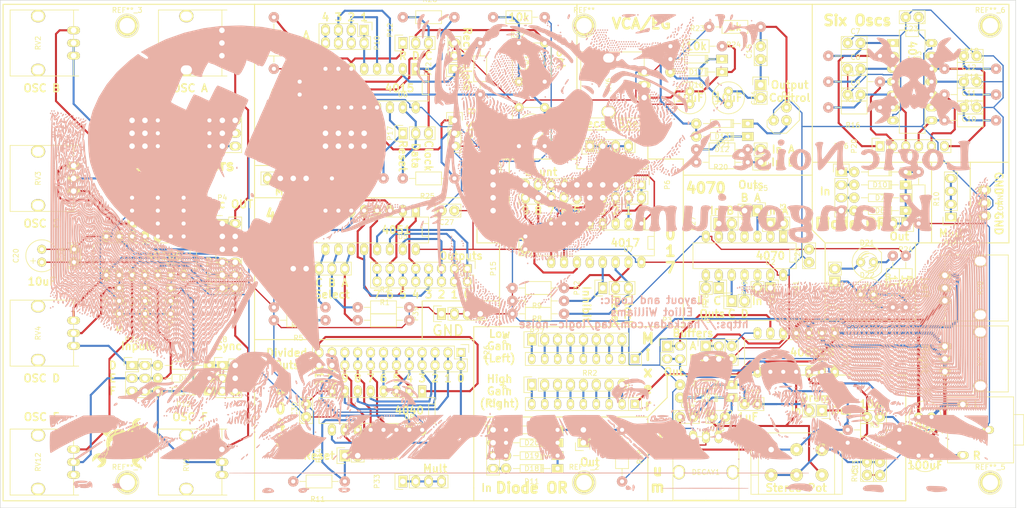
<source format=kicad_pcb>
(kicad_pcb (version 20171130) (host pcbnew "(5.1.12)-1")
  (layers (0 F.Cu signal) (31 B.Cu signal) (34 B.Paste user hide) (35 F.Paste user hide) (36 B.SilkS user hide) (37 F.SilkS user hide) (38 B.Mask user hide) (39 F.Mask user hide) (44 Edge.Cuts user))
  (net 0 "")
  (net 1 "Net-(C7-Pad2)")
  (net 2 "Net-(C8-Pad2)")
  (net 3 "Net-(C9-Pad2)")
  (net 4 "Net-(C10-Pad2)")
  (net 5 "Net-(C11-Pad2)")
  (net 6 "Net-(C12-Pad2)")
  (net 7 "Net-(C13-Pad2)")
  (net 8 "Net-(C14-Pad1)")
  (net 9 "Net-(C15-Pad2)")
  (net 10 /bass_drum/DrumOut)
  (net 11 "Net-(C16-Pad2)")
  (net 12 "Net-(C19-Pad1)")
  (net 13 /40106_oscillators/SyncA)
  (net 14 /40106_oscillators/SyncB)
  (net 15 /40106_oscillators/SyncC)
  (net 16 /40106_oscillators/SyncD)
  (net 17 /utility/Diode_OR_A_IN1)
  (net 18 /utility/Diode_OR_A_OUT)
  (net 19 /utility/Diode_OR_A_IN2)
  (net 20 /utility/Diode_OR_A_IN3)
  (net 21 /4015/DataB)
  (net 22 /4015/4A)
  (net 23 /4015/DataA)
  (net 24 /4015/4B)
  (net 25 /40106_oscillators/OutA)
  (net 26 /40106_oscillators/OutB)
  (net 27 /40106_oscillators/OutC)
  (net 28 /40106_oscillators/OutD)
  (net 29 /40106_oscillators/OutE)
  (net 30 /40106_oscillators/OutF)
  (net 31 /4017/Clock)
  (net 32 /4017/ClockEnable)
  (net 33 /4017/Reset)
  (net 34 /4017/Q0)
  (net 35 /4017/Q1)
  (net 36 /4017/Q2)
  (net 37 /4017/Q3)
  (net 38 /4017/Q4)
  (net 39 /4017/Q5)
  (net 40 /4017/Q6)
  (net 41 /4017/Q7)
  (net 42 /4017/Q8)
  (net 43 /4017/Q9)
  (net 44 /bass_drum/OD_A_IN)
  (net 45 /bass_drum/Buffer_A_In)
  (net 46 /bass_drum/Buffer_B_In)
  (net 47 "Net-(P9-Pad1)")
  (net 48 /bass_drum/Buffer_A_Out)
  (net 49 /bass_drum/Buffer_B_Out)
  (net 50 /4015/ClockA)
  (net 51 /4015/ResetA)
  (net 52 /4015/1A)
  (net 53 /4015/2A)
  (net 54 /4015/3A)
  (net 55 /4051/A)
  (net 56 /4051/B)
  (net 57 /4051/C)
  (net 58 /4051/Inhibit)
  (net 59 /4051/X)
  (net 60 /4051/X0)
  (net 61 /4051/X1)
  (net 62 /4051/X2)
  (net 63 /4051/X3)
  (net 64 /4051/X4)
  (net 65 /4051/X5)
  (net 66 /4051/X6)
  (net 67 /4051/X7)
  (net 68 /4015/ClockB)
  (net 69 /4015/ResetB)
  (net 70 /4015/1B)
  (net 71 /4015/2B)
  (net 72 /4015/3B)
  (net 73 /bass_drum/OD_A_OUT)
  (net 74 "Net-(P18-Pad1)")
  (net 75 /40106_oscillators/SyncE)
  (net 76 /40106_oscillators/SyncF)
  (net 77 /40106_oscillators/InE)
  (net 78 /40106_oscillators/InA)
  (net 79 /40106_oscillators/InB)
  (net 80 /40106_oscillators/InF)
  (net 81 /40106_oscillators/InC)
  (net 82 /40106_oscillators/InD)
  (net 83 "Net-(C13-Pad1)")
  (net 84 /bass_drum/Drum_Pulse)
  (net 85 "Net-(P7-Pad1)")
  (net 86 "Net-(P7-Pad2)")
  (net 87 "Net-(P7-Pad3)")
  (net 88 "Net-(P7-Pad4)")
  (net 89 "Net-(P7-Pad5)")
  (net 90 "Net-(P7-Pad6)")
  (net 91 "Net-(P7-Pad7)")
  (net 92 "Net-(P7-Pad8)")
  (net 93 "Net-(P9-Pad2)")
  (net 94 "Net-(P9-Pad3)")
  (net 95 "Net-(P9-Pad4)")
  (net 96 "Net-(P9-Pad5)")
  (net 97 "Net-(P9-Pad6)")
  (net 98 "Net-(P9-Pad7)")
  (net 99 "Net-(P9-Pad8)")
  (net 100 /4040/Clock)
  (net 101 /4040/Reset)
  (net 102 /4040/Q0)
  (net 103 /4040/Q1)
  (net 104 /4040/Q2)
  (net 105 /4040/Q3)
  (net 106 /4040/Q4)
  (net 107 /4040/Q5)
  (net 108 /4040/Q6)
  (net 109 /4040/Q7)
  (net 110 /4040/Q8)
  (net 111 /4040/Q9)
  (net 112 /4040/Q10)
  (net 113 /4040/Q11)
  (net 114 "Net-(R22-Pad2)")
  (net 115 "Net-(C31-Pad2)")
  (net 116 "Net-(C32-Pad2)")
  (net 117 "Net-(C21-Pad2)")
  (net 118 "Net-(C22-Pad1)")
  (net 119 "Net-(C33-Pad2)")
  (net 120 /vca_eg/audio_out)
  (net 121 /vca_eg/control_pulse_in)
  (net 122 /utility/Diode_OR_A_IN4)
  (net 123 "Net-(D12-Pad1)")
  (net 124 "Net-(D12-Pad2)")
  (net 125 "Net-(D13-Pad2)")
  (net 126 /xor/in_A2)
  (net 127 /xor/in_A1)
  (net 128 /six_oscs/out_A)
  (net 129 /six_oscs/out_B)
  (net 130 /six_oscs/out_C)
  (net 131 /six_oscs/out_D)
  (net 132 /six_oscs/out_E)
  (net 133 /six_oscs/out_F)
  (net 134 /xor/out_A)
  (net 135 /xor/out_B)
  (net 136 /vca_eg/audio_in_B)
  (net 137 /vca_eg/audio_in_A)
  (net 138 /xor/in_B2)
  (net 139 /xor/in_B1)
  (net 140 /xor/out_C)
  (net 141 /xor/out_D)
  (net 142 /xor/in_C2)
  (net 143 /xor/in_C1)
  (net 144 /xor/in_D2)
  (net 145 /xor/in_D1)
  (net 146 "Net-(P33-Pad1)")
  (net 147 "Net-(P34-Pad1)")
  (net 148 "Net-(P35-Pad1)")
  (net 149 GND)
  (net 150 "Net-(JP1-Pad2)")
  (net 151 "Net-(JP2-Pad2)")
  (net 152 /utility/Diode_OR_B_IN1)
  (net 153 /utility/Diode_OR_B_OUT)
  (net 154 /utility/Diode_OR_B_IN2)
  (net 155 /utility/Diode_OR_B_IN3)
  (net 156 /utility/Diode_OR_B_IN4)
  (net 157 /utility/LED1)
  (net 158 "Net-(D21-Pad2)")
  (net 159 /utility/LED2)
  (net 160 "Net-(D22-Pad2)")
  (net 161 VCC)
  (net 162 /bass_drum/OD_B_OUT)
  (net 163 /bass_drum/OD_B_IN)
  (module Discret:C1 (layer F.Cu) (at 170.18 132.08)
    (fp_text reference C14 (at 0.254 -2.286) (layer F.SilkS))
    (fp_text value 0.1uF)
    (pad 1 thru_hole circle (at -1.27 0) (size 2.032 2.032) (drill 0.8128) (layers *.Cu *.Mask F.SilkS) (net 8 "Net-(C14-Pad1)"))
    (pad 2 thru_hole circle (at 1.27 0) (size 2.032 2.032) (drill 0.8128) (layers *.Cu *.Mask F.SilkS) (net 83 "Net-(C13-Pad1)"))
  )
  (module elliot:cap_2+3 (layer F.Cu) (at 63.5 109.22 270)
    (fp_text reference C1 (at 0 2.54 270) (layer F.SilkS))
    (fp_text value C)
    (pad 1 thru_hole rect (at -2.54 0 270) (size 1.524 1.778) (drill 0.8128) (layers *.Cu *.Mask F.SilkS) (net 77 /40106_oscillators/InE))
    (pad 2 thru_hole circle (at 0 0 270) (size 1.778 1.778) (drill 0.8128) (layers *.Cu *.Mask F.SilkS) (net 149 GND))
    (pad 2 thru_hole circle (at 2.54 0 270) (size 1.778 1.778) (drill 0.8128) (layers *.Cu *.Mask F.SilkS) (net 149 GND))
  )
  (module Potentiometers:Potentiometer_Alps-RK16-double (layer F.Cu) (at 196.85 143.51 270)
    (fp_text reference RV5 (at 0 -6.42874 270) (layer F.SilkS))
    (fp_text value DUAL_POT)
    (pad 6 thru_hole circle (at -5.00126 10.00252 270) (size 2.49936 2.49936) (drill 1.0922) (layers *.Cu *.Mask F.SilkS) (net 8 "Net-(C14-Pad1)"))
    (pad 5 thru_hole circle (at -5.00126 5.00126 270) (size 2.49936 2.49936) (drill 1.0922) (layers *.Cu *.Mask F.SilkS) (net 8 "Net-(C14-Pad1)"))
    (pad 4 thru_hole circle (at -5.00126 0 270) (size 2.49936 2.49936) (drill 1.0922) (layers *.Cu *.Mask F.SilkS) (net 119 "Net-(C33-Pad2)"))
    (pad 2 thru_hole circle (at 0 5.00126 270) (size 2.49936 2.49936) (drill 1.0922) (layers *.Cu *.Mask F.SilkS) (net 119 "Net-(C33-Pad2)"))
    (pad 3 thru_hole circle (at 0 10.00252 270) (size 2.49936 2.49936) (drill 1.0922) (layers *.Cu *.Mask F.SilkS) (net 119 "Net-(C33-Pad2)"))
    (pad 1 thru_hole circle (at 0 0 270) (size 2.49936 2.49936) (drill 1.0922) (layers *.Cu *.Mask F.SilkS) (net 7 "Net-(C13-Pad2)"))
  )
  (module Discret:C1 (layer F.Cu) (at 184.785 60.325 90)
    (fp_text reference C15 (at 0.254 -2.286 90) (layer F.SilkS))
    (fp_text value 1uF)
    (pad 1 thru_hole circle (at -1.27 0 90) (size 2.032 2.032) (drill 0.8128) (layers *.Cu *.Mask F.SilkS) (net 120 /vca_eg/audio_out))
    (pad 2 thru_hole circle (at 1.27 0 90) (size 2.032 2.032) (drill 0.8128) (layers *.Cu *.Mask F.SilkS) (net 9 "Net-(C15-Pad2)"))
  )
  (module Pin_Headers:Pin_Header_Straight_2x08 (layer F.Cu) (at 127 102.87 270)
    (fp_text reference P15 (at 0 -5.1 270) (layer F.SilkS))
    (fp_text value CONN_02X08)
    (pad 1 thru_hole rect (at 0 0 270) (size 1.7272 1.7272) (drill 1.016) (layers *.Cu *.Mask F.SilkS) (net 60 /4051/X0))
    (pad 2 thru_hole oval (at 2.54 0 270) (size 2.032 1.7272) (drill 1.016) (layers *.Cu *.Mask F.SilkS) (net 60 /4051/X0))
    (pad 3 thru_hole oval (at 0 2.54 270) (size 2.032 1.7272) (drill 1.016) (layers *.Cu *.Mask F.SilkS) (net 61 /4051/X1))
    (pad 4 thru_hole oval (at 2.54 2.54 270) (size 2.032 1.7272) (drill 1.016) (layers *.Cu *.Mask F.SilkS) (net 61 /4051/X1))
    (pad 5 thru_hole oval (at 0 5.08 270) (size 2.032 1.7272) (drill 1.016) (layers *.Cu *.Mask F.SilkS) (net 62 /4051/X2))
    (pad 6 thru_hole oval (at 2.54 5.08 270) (size 2.032 1.7272) (drill 1.016) (layers *.Cu *.Mask F.SilkS) (net 62 /4051/X2))
    (pad 7 thru_hole oval (at 0 7.62 270) (size 2.032 1.7272) (drill 1.016) (layers *.Cu *.Mask F.SilkS) (net 63 /4051/X3))
    (pad 8 thru_hole oval (at 2.54 7.62 270) (size 2.032 1.7272) (drill 1.016) (layers *.Cu *.Mask F.SilkS) (net 63 /4051/X3))
    (pad 9 thru_hole oval (at 0 10.16 270) (size 2.032 1.7272) (drill 1.016) (layers *.Cu *.Mask F.SilkS) (net 64 /4051/X4))
    (pad 10 thru_hole oval (at 2.54 10.16 270) (size 2.032 1.7272) (drill 1.016) (layers *.Cu *.Mask F.SilkS) (net 64 /4051/X4))
    (pad 11 thru_hole oval (at 0 12.7 270) (size 2.032 1.7272) (drill 1.016) (layers *.Cu *.Mask F.SilkS) (net 65 /4051/X5))
    (pad 12 thru_hole oval (at 2.54 12.7 270) (size 2.032 1.7272) (drill 1.016) (layers *.Cu *.Mask F.SilkS) (net 65 /4051/X5))
    (pad 13 thru_hole oval (at 0 15.24 270) (size 2.032 1.7272) (drill 1.016) (layers *.Cu *.Mask F.SilkS) (net 66 /4051/X6))
    (pad 14 thru_hole oval (at 2.54 15.24 270) (size 2.032 1.7272) (drill 1.016) (layers *.Cu *.Mask F.SilkS) (net 66 /4051/X6))
    (pad 15 thru_hole oval (at 0 17.78 270) (size 2.032 1.7272) (drill 1.016) (layers *.Cu *.Mask F.SilkS) (net 67 /4051/X7))
    (pad 16 thru_hole oval (at 2.54 17.78 270) (size 2.032 1.7272) (drill 1.016) (layers *.Cu *.Mask F.SilkS) (net 67 /4051/X7))
  )
  (module Pin_Headers:Pin_Header_Straight_2x06 (layer F.Cu) (at 78.74 93.98)
    (fp_text reference P4 (at 0 -5.1) (layer F.SilkS))
    (fp_text value CONN_02X06)
    (pad 1 thru_hole rect (at 0 0) (size 2.286 1.7272) (drill 1.0922) (layers *.Cu *.Mask F.SilkS) (net 25 /40106_oscillators/OutA))
    (pad 2 thru_hole oval (at 2.54 0) (size 2.286 1.7272) (drill 1.0922) (layers *.Cu *.Mask F.SilkS) (net 25 /40106_oscillators/OutA))
    (pad 3 thru_hole oval (at 0 2.54) (size 2.286 1.7272) (drill 1.0922) (layers *.Cu *.Mask F.SilkS) (net 26 /40106_oscillators/OutB))
    (pad 4 thru_hole oval (at 2.54 2.54) (size 2.286 1.7272) (drill 1.0922) (layers *.Cu *.Mask F.SilkS) (net 26 /40106_oscillators/OutB))
    (pad 5 thru_hole oval (at 0 5.08) (size 2.286 1.7272) (drill 1.0922) (layers *.Cu *.Mask F.SilkS) (net 27 /40106_oscillators/OutC))
    (pad 6 thru_hole oval (at 2.54 5.08) (size 2.286 1.7272) (drill 1.0922) (layers *.Cu *.Mask F.SilkS) (net 27 /40106_oscillators/OutC))
    (pad 7 thru_hole oval (at 0 7.62) (size 2.286 1.7272) (drill 1.0922) (layers *.Cu *.Mask F.SilkS) (net 28 /40106_oscillators/OutD))
    (pad 8 thru_hole oval (at 2.54 7.62) (size 2.286 1.7272) (drill 1.0922) (layers *.Cu *.Mask F.SilkS) (net 28 /40106_oscillators/OutD))
    (pad 9 thru_hole oval (at 0 10.16) (size 2.286 1.7272) (drill 1.0922) (layers *.Cu *.Mask F.SilkS) (net 29 /40106_oscillators/OutE))
    (pad 10 thru_hole oval (at 2.54 10.16) (size 2.286 1.7272) (drill 1.0922) (layers *.Cu *.Mask F.SilkS) (net 29 /40106_oscillators/OutE))
    (pad 11 thru_hole oval (at 0 12.7) (size 2.286 1.7272) (drill 1.0922) (layers *.Cu *.Mask F.SilkS) (net 30 /40106_oscillators/OutF))
    (pad 12 thru_hole oval (at 2.54 12.7) (size 2.286 1.7272) (drill 1.0922) (layers *.Cu *.Mask F.SilkS) (net 30 /40106_oscillators/OutF))
  )
  (module Pin_Headers:Pin_Header_Straight_2x03 (layer F.Cu) (at 60.96 121.92)
    (fp_text reference P22 (at 0 -5.1) (layer F.SilkS))
    (fp_text value CONN_02X03)
    (pad 1 thru_hole rect (at 0 0) (size 2.286 1.7272) (drill 1.0922) (layers *.Cu *.Mask F.SilkS) (net 82 /40106_oscillators/InD))
    (pad 2 thru_hole oval (at 2.54 0) (size 2.286 1.7272) (drill 1.0922) (layers *.Cu *.Mask F.SilkS) (net 82 /40106_oscillators/InD))
    (pad 3 thru_hole oval (at 0 2.54) (size 2.286 1.7272) (drill 1.0922) (layers *.Cu *.Mask F.SilkS) (net 77 /40106_oscillators/InE))
    (pad 4 thru_hole oval (at 2.54 2.54) (size 2.286 1.7272) (drill 1.0922) (layers *.Cu *.Mask F.SilkS) (net 77 /40106_oscillators/InE))
    (pad 5 thru_hole oval (at 0 5.08) (size 2.286 1.7272) (drill 1.0922) (layers *.Cu *.Mask F.SilkS) (net 80 /40106_oscillators/InF))
    (pad 6 thru_hole oval (at 2.54 5.08) (size 2.286 1.7272) (drill 1.0922) (layers *.Cu *.Mask F.SilkS) (net 80 /40106_oscillators/InF))
  )
  (module Pin_Headers:Pin_Header_Straight_2x03 (layer F.Cu) (at 78.74 121.92)
    (fp_text reference P8 (at 0 -5.1) (layer F.SilkS))
    (fp_text value CONN_02X03)
    (pad 1 thru_hole rect (at 0 0) (size 2.286 1.7272) (drill 1.0922) (layers *.Cu *.Mask F.SilkS) (net 16 /40106_oscillators/SyncD))
    (pad 2 thru_hole oval (at 2.54 0) (size 2.286 1.7272) (drill 1.0922) (layers *.Cu *.Mask F.SilkS) (net 16 /40106_oscillators/SyncD))
    (pad 3 thru_hole oval (at 0 2.54) (size 2.286 1.7272) (drill 1.0922) (layers *.Cu *.Mask F.SilkS) (net 75 /40106_oscillators/SyncE))
    (pad 4 thru_hole oval (at 2.54 2.54) (size 2.286 1.7272) (drill 1.0922) (layers *.Cu *.Mask F.SilkS) (net 75 /40106_oscillators/SyncE))
    (pad 5 thru_hole oval (at 0 5.08) (size 2.286 1.7272) (drill 1.0922) (layers *.Cu *.Mask F.SilkS) (net 76 /40106_oscillators/SyncF))
    (pad 6 thru_hole oval (at 2.54 5.08) (size 2.286 1.7272) (drill 1.0922) (layers *.Cu *.Mask F.SilkS) (net 76 /40106_oscillators/SyncF))
  )
  (module Pin_Headers:Pin_Header_Straight_2x03 (layer F.Cu) (at 60.96 73.66)
    (fp_text reference P21 (at 0 -5.1) (layer F.SilkS))
    (fp_text value CONN_02X03)
    (pad 1 thru_hole rect (at 0 0) (size 2.286 1.7272) (drill 1.0922) (layers *.Cu *.Mask F.SilkS) (net 78 /40106_oscillators/InA))
    (pad 2 thru_hole oval (at 2.54 0) (size 2.286 1.7272) (drill 1.0922) (layers *.Cu *.Mask F.SilkS) (net 78 /40106_oscillators/InA))
    (pad 3 thru_hole oval (at 0 2.54) (size 2.286 1.7272) (drill 1.0922) (layers *.Cu *.Mask F.SilkS) (net 79 /40106_oscillators/InB))
    (pad 4 thru_hole oval (at 2.54 2.54) (size 2.286 1.7272) (drill 1.0922) (layers *.Cu *.Mask F.SilkS) (net 79 /40106_oscillators/InB))
    (pad 5 thru_hole oval (at 0 5.08) (size 2.286 1.7272) (drill 1.0922) (layers *.Cu *.Mask F.SilkS) (net 81 /40106_oscillators/InC))
    (pad 6 thru_hole oval (at 2.54 5.08) (size 2.286 1.7272) (drill 1.0922) (layers *.Cu *.Mask F.SilkS) (net 81 /40106_oscillators/InC))
  )
  (module Pin_Headers:Pin_Header_Straight_2x03 (layer F.Cu) (at 78.74 73.66)
    (fp_text reference P1 (at 0 -5.1) (layer F.SilkS))
    (fp_text value CONN_02X03)
    (pad 1 thru_hole rect (at 0 0) (size 2.286 1.7272) (drill 1.0922) (layers *.Cu *.Mask F.SilkS) (net 13 /40106_oscillators/SyncA))
    (pad 2 thru_hole oval (at 2.54 0) (size 2.286 1.7272) (drill 1.0922) (layers *.Cu *.Mask F.SilkS) (net 13 /40106_oscillators/SyncA))
    (pad 3 thru_hole oval (at 0 2.54) (size 2.286 1.7272) (drill 1.0922) (layers *.Cu *.Mask F.SilkS) (net 14 /40106_oscillators/SyncB))
    (pad 4 thru_hole oval (at 2.54 2.54) (size 2.286 1.7272) (drill 1.0922) (layers *.Cu *.Mask F.SilkS) (net 14 /40106_oscillators/SyncB))
    (pad 5 thru_hole oval (at 0 5.08) (size 2.286 1.7272) (drill 1.0922) (layers *.Cu *.Mask F.SilkS) (net 15 /40106_oscillators/SyncC))
    (pad 6 thru_hole oval (at 2.54 5.08) (size 2.286 1.7272) (drill 1.0922) (layers *.Cu *.Mask F.SilkS) (net 15 /40106_oscillators/SyncC))
  )
  (module Pin_Headers:Pin_Header_Straight_2x10 (layer F.Cu) (at 161.29 86.36 270)
    (fp_text reference P6 (at 0 -5.1 270) (layer F.SilkS))
    (fp_text value "4017 Outs")
    (pad 1 thru_hole rect (at 0 0 270) (size 1.7272 1.7272) (drill 1.016) (layers *.Cu *.Mask F.SilkS) (net 34 /4017/Q0))
    (pad 2 thru_hole oval (at 2.54 0 270) (size 2.286 1.7272) (drill 1.0922) (layers *.Cu *.Mask F.SilkS) (net 34 /4017/Q0))
    (pad 3 thru_hole oval (at 0 2.54 270) (size 2.286 1.7272) (drill 1.0922) (layers *.Cu *.Mask F.SilkS) (net 35 /4017/Q1))
    (pad 4 thru_hole oval (at 2.54 2.54 270) (size 2.286 1.7272) (drill 1.0922) (layers *.Cu *.Mask F.SilkS) (net 35 /4017/Q1))
    (pad 5 thru_hole oval (at 0 5.08 270) (size 2.286 1.7272) (drill 1.0922) (layers *.Cu *.Mask F.SilkS) (net 36 /4017/Q2))
    (pad 6 thru_hole oval (at 2.54 5.08 270) (size 2.286 1.7272) (drill 1.0922) (layers *.Cu *.Mask F.SilkS) (net 36 /4017/Q2))
    (pad 7 thru_hole oval (at 0 7.62 270) (size 2.286 1.7272) (drill 1.0922) (layers *.Cu *.Mask F.SilkS) (net 37 /4017/Q3))
    (pad 8 thru_hole oval (at 2.54 7.62 270) (size 2.286 1.7272) (drill 1.0922) (layers *.Cu *.Mask F.SilkS) (net 37 /4017/Q3))
    (pad 9 thru_hole oval (at 0 10.16 270) (size 2.286 1.7272) (drill 1.0922) (layers *.Cu *.Mask F.SilkS) (net 38 /4017/Q4))
    (pad 10 thru_hole oval (at 2.54 10.16 270) (size 2.286 1.7272) (drill 1.0922) (layers *.Cu *.Mask F.SilkS) (net 38 /4017/Q4))
    (pad 11 thru_hole oval (at 0 12.7 270) (size 2.286 1.7272) (drill 1.0922) (layers *.Cu *.Mask F.SilkS) (net 39 /4017/Q5))
    (pad 12 thru_hole oval (at 2.54 12.7 270) (size 2.286 1.7272) (drill 1.0922) (layers *.Cu *.Mask F.SilkS) (net 39 /4017/Q5))
    (pad 13 thru_hole oval (at 0 15.24 270) (size 2.286 1.7272) (drill 1.0922) (layers *.Cu *.Mask F.SilkS) (net 40 /4017/Q6))
    (pad 14 thru_hole oval (at 2.54 15.24 270) (size 2.286 1.7272) (drill 1.0922) (layers *.Cu *.Mask F.SilkS) (net 40 /4017/Q6))
    (pad 15 thru_hole oval (at 0 17.78 270) (size 2.286 1.7272) (drill 1.0922) (layers *.Cu *.Mask F.SilkS) (net 41 /4017/Q7))
    (pad 16 thru_hole oval (at 2.54 17.78 270) (size 2.286 1.7272) (drill 1.0922) (layers *.Cu *.Mask F.SilkS) (net 41 /4017/Q7))
    (pad 17 thru_hole oval (at 0 20.32 270) (size 2.286 1.7272) (drill 1.0922) (layers *.Cu *.Mask F.SilkS) (net 42 /4017/Q8))
    (pad 18 thru_hole oval (at 2.54 20.32 270) (size 2.286 1.7272) (drill 1.0922) (layers *.Cu *.Mask F.SilkS) (net 42 /4017/Q8))
    (pad 19 thru_hole oval (at 0 22.86 270) (size 2.286 1.7272) (drill 1.0922) (layers *.Cu *.Mask F.SilkS) (net 43 /4017/Q9))
    (pad 20 thru_hole oval (at 2.54 22.86 270) (size 2.286 1.7272) (drill 1.0922) (layers *.Cu *.Mask F.SilkS) (net 43 /4017/Q9))
  )
  (module Pin_Headers:Pin_Header_Straight_2x04 (layer F.Cu) (at 106.68 55.88 270)
    (fp_text reference P12 (at 0 -5.1 270) (layer F.SilkS))
    (fp_text value CONN_02X04)
    (pad 1 thru_hole rect (at 0 0 270) (size 2.032 1.7272) (drill 1.0922) (layers *.Cu *.Mask F.SilkS) (net 52 /4015/1A))
    (pad 2 thru_hole oval (at 2.54 0 270) (size 2.286 1.7272) (drill 1.0922) (layers *.Cu *.Mask F.SilkS) (net 52 /4015/1A))
    (pad 3 thru_hole oval (at 0 2.54 270) (size 2.286 1.7272) (drill 1.0922) (layers *.Cu *.Mask F.SilkS) (net 53 /4015/2A))
    (pad 4 thru_hole oval (at 2.54 2.54 270) (size 2.286 1.7272) (drill 1.0922) (layers *.Cu *.Mask F.SilkS) (net 53 /4015/2A))
    (pad 5 thru_hole oval (at 0 5.08 270) (size 2.286 1.7272) (drill 1.0922) (layers *.Cu *.Mask F.SilkS) (net 54 /4015/3A))
    (pad 6 thru_hole oval (at 2.54 5.08 270) (size 2.286 1.7272) (drill 1.0922) (layers *.Cu *.Mask F.SilkS) (net 54 /4015/3A))
    (pad 7 thru_hole oval (at 0 7.62 270) (size 2.286 1.7272) (drill 1.0922) (layers *.Cu *.Mask F.SilkS) (net 22 /4015/4A))
    (pad 8 thru_hole oval (at 2.54 7.62 270) (size 2.286 1.7272) (drill 1.0922) (layers *.Cu *.Mask F.SilkS) (net 22 /4015/4A))
  )
  (module Pin_Headers:Pin_Header_Straight_2x04 (layer F.Cu) (at 106.68 76.2 270)
    (fp_text reference P17 (at 0 -5.1 270) (layer F.SilkS))
    (fp_text value CONN_02X04)
    (pad 1 thru_hole rect (at 0 0 270) (size 2.032 1.7272) (drill 1.0922) (layers *.Cu *.Mask F.SilkS) (net 70 /4015/1B))
    (pad 2 thru_hole oval (at 2.54 0 270) (size 2.286 1.7272) (drill 1.0922) (layers *.Cu *.Mask F.SilkS) (net 70 /4015/1B))
    (pad 3 thru_hole oval (at 0 2.54 270) (size 2.286 1.7272) (drill 1.0922) (layers *.Cu *.Mask F.SilkS) (net 71 /4015/2B))
    (pad 4 thru_hole oval (at 2.54 2.54 270) (size 2.286 1.7272) (drill 1.0922) (layers *.Cu *.Mask F.SilkS) (net 71 /4015/2B))
    (pad 5 thru_hole oval (at 0 5.08 270) (size 2.286 1.7272) (drill 1.0922) (layers *.Cu *.Mask F.SilkS) (net 72 /4015/3B))
    (pad 6 thru_hole oval (at 2.54 5.08 270) (size 2.286 1.7272) (drill 1.0922) (layers *.Cu *.Mask F.SilkS) (net 72 /4015/3B))
    (pad 7 thru_hole oval (at 0 7.62 270) (size 2.286 1.7272) (drill 1.0922) (layers *.Cu *.Mask F.SilkS) (net 24 /4015/4B))
    (pad 8 thru_hole oval (at 2.54 7.62 270) (size 2.286 1.7272) (drill 1.0922) (layers *.Cu *.Mask F.SilkS) (net 24 /4015/4B))
  )
  (module Pin_Headers:Pin_Header_Straight_2x12 (layer F.Cu) (at 125.73 119.38 270)
    (fp_text reference P26 (at 0 -5.1 270) (layer F.SilkS))
    (fp_text value CONN_02X12)
    (pad 1 thru_hole rect (at 0 0 270) (size 1.7272 1.7272) (drill 1.016) (layers *.Cu *.Mask F.SilkS) (net 102 /4040/Q0))
    (pad 2 thru_hole oval (at 2.54 0 270) (size 2.032 1.7272) (drill 1.016) (layers *.Cu *.Mask F.SilkS) (net 102 /4040/Q0))
    (pad 3 thru_hole oval (at 0 2.54 270) (size 2.032 1.7272) (drill 1.016) (layers *.Cu *.Mask F.SilkS) (net 103 /4040/Q1))
    (pad 4 thru_hole oval (at 2.54 2.54 270) (size 2.032 1.7272) (drill 1.016) (layers *.Cu *.Mask F.SilkS) (net 103 /4040/Q1))
    (pad 5 thru_hole oval (at 0 5.08 270) (size 2.032 1.7272) (drill 1.016) (layers *.Cu *.Mask F.SilkS) (net 104 /4040/Q2))
    (pad 6 thru_hole oval (at 2.54 5.08 270) (size 2.032 1.7272) (drill 1.016) (layers *.Cu *.Mask F.SilkS) (net 104 /4040/Q2))
    (pad 7 thru_hole oval (at 0 7.62 270) (size 2.032 1.7272) (drill 1.016) (layers *.Cu *.Mask F.SilkS) (net 105 /4040/Q3))
    (pad 8 thru_hole oval (at 2.54 7.62 270) (size 2.032 1.7272) (drill 1.016) (layers *.Cu *.Mask F.SilkS) (net 105 /4040/Q3))
    (pad 9 thru_hole oval (at 0 10.16 270) (size 2.032 1.7272) (drill 1.016) (layers *.Cu *.Mask F.SilkS) (net 106 /4040/Q4))
    (pad 10 thru_hole oval (at 2.54 10.16 270) (size 2.032 1.7272) (drill 1.016) (layers *.Cu *.Mask F.SilkS) (net 106 /4040/Q4))
    (pad 11 thru_hole oval (at 0 12.7 270) (size 2.032 1.7272) (drill 1.016) (layers *.Cu *.Mask F.SilkS) (net 107 /4040/Q5))
    (pad 12 thru_hole oval (at 2.54 12.7 270) (size 2.032 1.7272) (drill 1.016) (layers *.Cu *.Mask F.SilkS) (net 107 /4040/Q5))
    (pad 13 thru_hole oval (at 0 15.24 270) (size 2.032 1.7272) (drill 1.016) (layers *.Cu *.Mask F.SilkS) (net 108 /4040/Q6))
    (pad 14 thru_hole oval (at 2.54 15.24 270) (size 2.032 1.7272) (drill 1.016) (layers *.Cu *.Mask F.SilkS) (net 108 /4040/Q6))
    (pad 15 thru_hole oval (at 0 17.78 270) (size 2.032 1.7272) (drill 1.016) (layers *.Cu *.Mask F.SilkS) (net 109 /4040/Q7))
    (pad 16 thru_hole oval (at 2.54 17.78 270) (size 2.032 1.7272) (drill 1.016) (layers *.Cu *.Mask F.SilkS) (net 109 /4040/Q7))
    (pad 17 thru_hole oval (at 0 20.32 270) (size 2.032 1.7272) (drill 1.016) (layers *.Cu *.Mask F.SilkS) (net 110 /4040/Q8))
    (pad 18 thru_hole oval (at 2.54 20.32 270) (size 2.032 1.7272) (drill 1.016) (layers *.Cu *.Mask F.SilkS) (net 110 /4040/Q8))
    (pad 19 thru_hole oval (at 0 22.86 270) (size 2.032 1.7272) (drill 1.016) (layers *.Cu *.Mask F.SilkS) (net 111 /4040/Q9))
    (pad 20 thru_hole oval (at 2.54 22.86 270) (size 2.032 1.7272) (drill 1.016) (layers *.Cu *.Mask F.SilkS) (net 111 /4040/Q9))
    (pad 21 thru_hole oval (at 0 25.4 270) (size 2.032 1.7272) (drill 1.016) (layers *.Cu *.Mask F.SilkS) (net 112 /4040/Q10))
    (pad 22 thru_hole oval (at 2.54 25.4 270) (size 2.032 1.7272) (drill 1.016) (layers *.Cu *.Mask F.SilkS) (net 112 /4040/Q10))
    (pad 23 thru_hole oval (at 0 27.94 270) (size 2.032 1.7272) (drill 1.016) (layers *.Cu *.Mask F.SilkS) (net 113 /4040/Q11))
    (pad 24 thru_hole oval (at 2.54 27.94 270) (size 2.032 1.7272) (drill 1.016) (layers *.Cu *.Mask F.SilkS) (net 113 /4040/Q11))
  )
  (module Discret:r_pack8 (layer F.Cu) (at 149.86 129.54 180)
    (fp_text reference RR1 (at -1.27 -2.794 180) (layer F.SilkS))
    (fp_text value "RR8 - 100k")
    (pad 1 thru_hole rect (at -10.16 0 180) (size 1.651 1.651) (drill 0.8128) (layers *.Cu *.Mask F.SilkS) (net 45 /bass_drum/Buffer_A_In))
    (pad 2 thru_hole oval (at -7.62 0 180) (size 1.397 2.032) (drill 0.8128) (layers *.Cu *.Mask F.SilkS) (net 92 "Net-(P7-Pad8)"))
    (pad 3 thru_hole oval (at -5.08 0 180) (size 1.397 2.032) (drill 0.8128) (layers *.Cu *.Mask F.SilkS) (net 91 "Net-(P7-Pad7)"))
    (pad 4 thru_hole oval (at -2.54 0 180) (size 1.397 2.032) (drill 0.8128) (layers *.Cu *.Mask F.SilkS) (net 90 "Net-(P7-Pad6)"))
    (pad 5 thru_hole oval (at 0 0 180) (size 1.397 2.032) (drill 0.8128) (layers *.Cu *.Mask F.SilkS) (net 89 "Net-(P7-Pad5)"))
    (pad 6 thru_hole oval (at 2.54 0 180) (size 1.397 2.032) (drill 0.8128) (layers *.Cu *.Mask F.SilkS) (net 88 "Net-(P7-Pad4)"))
    (pad 7 thru_hole oval (at 5.08 0 180) (size 1.397 2.032) (drill 0.8128) (layers *.Cu *.Mask F.SilkS) (net 87 "Net-(P7-Pad3)"))
    (pad 8 thru_hole oval (at 7.62 0 180) (size 1.397 2.032) (drill 0.8128) (layers *.Cu *.Mask F.SilkS) (net 86 "Net-(P7-Pad2)"))
    (pad 9 thru_hole oval (at 10.16 0 180) (size 1.397 2.032) (drill 0.8128) (layers *.Cu *.Mask F.SilkS) (net 85 "Net-(P7-Pad1)"))
  )
  (module Discret:r_pack8 (layer F.Cu) (at 149.86 120.65 180)
    (fp_text reference RR2 (at -1.27 -2.794 180) (layer F.SilkS))
    (fp_text value "RR8 - 1M")
    (pad 1 thru_hole rect (at -10.16 0 180) (size 1.651 1.651) (drill 0.8128) (layers *.Cu *.Mask F.SilkS) (net 46 /bass_drum/Buffer_B_In))
    (pad 2 thru_hole oval (at -7.62 0 180) (size 1.397 2.032) (drill 0.8128) (layers *.Cu *.Mask F.SilkS) (net 99 "Net-(P9-Pad8)"))
    (pad 3 thru_hole oval (at -5.08 0 180) (size 1.397 2.032) (drill 0.8128) (layers *.Cu *.Mask F.SilkS) (net 98 "Net-(P9-Pad7)"))
    (pad 4 thru_hole oval (at -2.54 0 180) (size 1.397 2.032) (drill 0.8128) (layers *.Cu *.Mask F.SilkS) (net 97 "Net-(P9-Pad6)"))
    (pad 5 thru_hole oval (at 0 0 180) (size 1.397 2.032) (drill 0.8128) (layers *.Cu *.Mask F.SilkS) (net 96 "Net-(P9-Pad5)"))
    (pad 6 thru_hole oval (at 2.54 0 180) (size 1.397 2.032) (drill 0.8128) (layers *.Cu *.Mask F.SilkS) (net 95 "Net-(P9-Pad4)"))
    (pad 7 thru_hole oval (at 5.08 0 180) (size 1.397 2.032) (drill 0.8128) (layers *.Cu *.Mask F.SilkS) (net 94 "Net-(P9-Pad3)"))
    (pad 8 thru_hole oval (at 7.62 0 180) (size 1.397 2.032) (drill 0.8128) (layers *.Cu *.Mask F.SilkS) (net 93 "Net-(P9-Pad2)"))
    (pad 9 thru_hole oval (at 10.16 0 180) (size 1.397 2.032) (drill 0.8128) (layers *.Cu *.Mask F.SilkS) (net 47 "Net-(P9-Pad1)"))
  )
  (module elliot:cap_2+3 (layer F.Cu) (at 71.12 91.44 90)
    (fp_text reference C2 (at 0 2.54 90) (layer F.SilkS))
    (fp_text value C)
    (pad 1 thru_hole rect (at -2.54 0 90) (size 1.524 1.778) (drill 0.8128) (layers *.Cu *.Mask F.SilkS) (net 78 /40106_oscillators/InA))
    (pad 2 thru_hole circle (at 0 0 90) (size 1.778 1.778) (drill 0.8128) (layers *.Cu *.Mask F.SilkS) (net 149 GND))
    (pad 2 thru_hole circle (at 2.54 0 90) (size 1.778 1.778) (drill 0.8128) (layers *.Cu *.Mask F.SilkS) (net 149 GND))
  )
  (module elliot:cap_2+3 (layer F.Cu) (at 66.04 91.44 90)
    (fp_text reference C3 (at 0 2.54 90) (layer F.SilkS))
    (fp_text value C)
    (pad 1 thru_hole rect (at -2.54 0 90) (size 1.524 1.778) (drill 0.8128) (layers *.Cu *.Mask F.SilkS) (net 79 /40106_oscillators/InB))
    (pad 2 thru_hole circle (at 0 0 90) (size 1.778 1.778) (drill 0.8128) (layers *.Cu *.Mask F.SilkS) (net 149 GND))
    (pad 2 thru_hole circle (at 2.54 0 90) (size 1.778 1.778) (drill 0.8128) (layers *.Cu *.Mask F.SilkS) (net 149 GND))
  )
  (module elliot:cap_2+3 (layer F.Cu) (at 68.58 109.22 270)
    (fp_text reference C4 (at 0 2.54 270) (layer F.SilkS))
    (fp_text value C)
    (pad 1 thru_hole rect (at -2.54 0 270) (size 1.524 1.778) (drill 0.8128) (layers *.Cu *.Mask F.SilkS) (net 80 /40106_oscillators/InF))
    (pad 2 thru_hole circle (at 0 0 270) (size 1.778 1.778) (drill 0.8128) (layers *.Cu *.Mask F.SilkS) (net 149 GND))
    (pad 2 thru_hole circle (at 2.54 0 270) (size 1.778 1.778) (drill 0.8128) (layers *.Cu *.Mask F.SilkS) (net 149 GND))
  )
  (module elliot:cap_2+3 (layer F.Cu) (at 60.96 91.44 90)
    (fp_text reference C5 (at 0 2.54 90) (layer F.SilkS))
    (fp_text value C)
    (pad 1 thru_hole rect (at -2.54 0 90) (size 1.524 1.778) (drill 0.8128) (layers *.Cu *.Mask F.SilkS) (net 81 /40106_oscillators/InC))
    (pad 2 thru_hole circle (at 0 0 90) (size 1.778 1.778) (drill 0.8128) (layers *.Cu *.Mask F.SilkS) (net 149 GND))
    (pad 2 thru_hole circle (at 2.54 0 90) (size 1.778 1.778) (drill 0.8128) (layers *.Cu *.Mask F.SilkS) (net 149 GND))
  )
  (module elliot:cap_2+3 (layer F.Cu) (at 58.42 109.22 270)
    (fp_text reference C6 (at 0 2.54 270) (layer F.SilkS))
    (fp_text value C)
    (pad 1 thru_hole rect (at -2.54 0 270) (size 1.524 1.778) (drill 0.8128) (layers *.Cu *.Mask F.SilkS) (net 82 /40106_oscillators/InD))
    (pad 2 thru_hole circle (at 0 0 270) (size 1.778 1.778) (drill 0.8128) (layers *.Cu *.Mask F.SilkS) (net 149 GND))
    (pad 2 thru_hole circle (at 2.54 0 270) (size 1.778 1.778) (drill 0.8128) (layers *.Cu *.Mask F.SilkS) (net 149 GND))
  )
  (module Discret:C1 (layer F.Cu) (at 203.2 58.42)
    (fp_text reference C7 (at 0.254 -2.286) (layer F.SilkS))
    (fp_text value 0.1uF)
    (pad 1 thru_hole circle (at -1.27 0) (size 2.032 2.032) (drill 0.8128) (layers *.Cu *.Mask F.SilkS) (net 149 GND))
    (pad 2 thru_hole circle (at 1.27 0) (size 2.032 2.032) (drill 0.8128) (layers *.Cu *.Mask F.SilkS) (net 1 "Net-(C7-Pad2)"))
  )
  (module Discret:C1 (layer F.Cu) (at 203.2 63.5)
    (fp_text reference C8 (at 0.254 -2.286) (layer F.SilkS))
    (fp_text value 0.1uF)
    (pad 1 thru_hole circle (at -1.27 0) (size 2.032 2.032) (drill 0.8128) (layers *.Cu *.Mask F.SilkS) (net 149 GND))
    (pad 2 thru_hole circle (at 1.27 0) (size 2.032 2.032) (drill 0.8128) (layers *.Cu *.Mask F.SilkS) (net 2 "Net-(C8-Pad2)"))
  )
  (module Discret:C1 (layer F.Cu) (at 203.2 68.58)
    (fp_text reference C9 (at 0.254 -2.286) (layer F.SilkS))
    (fp_text value 0.1uF)
    (pad 1 thru_hole circle (at -1.27 0) (size 2.032 2.032) (drill 0.8128) (layers *.Cu *.Mask F.SilkS) (net 149 GND))
    (pad 2 thru_hole circle (at 1.27 0) (size 2.032 2.032) (drill 0.8128) (layers *.Cu *.Mask F.SilkS) (net 3 "Net-(C9-Pad2)"))
  )
  (module Discret:C1 (layer F.Cu) (at 226.06 71.12 180)
    (fp_text reference C10 (at 0.254 -2.286 180) (layer F.SilkS))
    (fp_text value 0.1uF)
    (pad 1 thru_hole circle (at -1.27 0 180) (size 2.032 2.032) (drill 0.8128) (layers *.Cu *.Mask F.SilkS) (net 149 GND))
    (pad 2 thru_hole circle (at 1.27 0 180) (size 2.032 2.032) (drill 0.8128) (layers *.Cu *.Mask F.SilkS) (net 4 "Net-(C10-Pad2)"))
  )
  (module Discret:C1 (layer F.Cu) (at 226.06 66.04 180)
    (fp_text reference C11 (at 0.254 -2.286 180) (layer F.SilkS))
    (fp_text value 0.1uF)
    (pad 1 thru_hole circle (at -1.27 0 180) (size 2.032 2.032) (drill 0.8128) (layers *.Cu *.Mask F.SilkS) (net 149 GND))
    (pad 2 thru_hole circle (at 1.27 0 180) (size 2.032 2.032) (drill 0.8128) (layers *.Cu *.Mask F.SilkS) (net 5 "Net-(C11-Pad2)"))
  )
  (module Discret:C1 (layer F.Cu) (at 226.06 60.96 180)
    (fp_text reference C12 (at 0.254 -2.286 180) (layer F.SilkS))
    (fp_text value 0.1uF)
    (pad 1 thru_hole circle (at -1.27 0 180) (size 2.032 2.032) (drill 0.8128) (layers *.Cu *.Mask F.SilkS) (net 149 GND))
    (pad 2 thru_hole circle (at 1.27 0 180) (size 2.032 2.032) (drill 0.8128) (layers *.Cu *.Mask F.SilkS) (net 6 "Net-(C12-Pad2)"))
  )
  (module Discret:C1 (layer F.Cu) (at 176.53 132.08 180)
    (fp_text reference C13 (at 0.254 -2.286 180) (layer F.SilkS))
    (fp_text value 0.1uF)
    (pad 1 thru_hole circle (at -1.27 0 180) (size 2.032 2.032) (drill 0.8128) (layers *.Cu *.Mask F.SilkS) (net 83 "Net-(C13-Pad1)"))
    (pad 2 thru_hole circle (at 1.27 0 180) (size 2.032 2.032) (drill 0.8128) (layers *.Cu *.Mask F.SilkS) (net 7 "Net-(C13-Pad2)"))
  )
  (module Discret:C1 (layer F.Cu) (at 207.01 132.08)
    (fp_text reference C16 (at 0.254 -2.286) (layer F.SilkS))
    (fp_text value 0.01uF)
    (pad 1 thru_hole circle (at -1.27 0) (size 2.032 2.032) (drill 0.8128) (layers *.Cu *.Mask F.SilkS) (net 10 /bass_drum/DrumOut))
    (pad 2 thru_hole circle (at 1.27 0) (size 2.032 2.032) (drill 0.8128) (layers *.Cu *.Mask F.SilkS) (net 11 "Net-(C16-Pad2)"))
  )
  (module Diodes_ThroughHole:Diode_DO-35_SOD27_Horizontal_RM10 (layer F.Cu) (at 71.12 73.66)
    (fp_text reference D1 (at 0 2.54) (layer F.SilkS))
    (fp_text value D)
    (pad 1 thru_hole circle (at -5.08 0) (size 2.032 2.032) (drill 0.8128) (layers *.Cu *.Mask F.SilkS) (net 78 /40106_oscillators/InA))
    (pad 2 thru_hole rect (at 5.08 0) (size 2.286 1.69926) (drill 0.8128) (layers *.Cu *.Mask F.SilkS) (net 13 /40106_oscillators/SyncA))
  )
  (module Diodes_ThroughHole:Diode_DO-35_SOD27_Horizontal_RM10 (layer F.Cu) (at 71.12 76.2)
    (fp_text reference D2 (at 0 2.54) (layer F.SilkS))
    (fp_text value D)
    (pad 1 thru_hole circle (at -5.08 0) (size 2.032 2.032) (drill 0.8128) (layers *.Cu *.Mask F.SilkS) (net 79 /40106_oscillators/InB))
    (pad 2 thru_hole rect (at 5.08 0) (size 2.286 1.69926) (drill 0.8128) (layers *.Cu *.Mask F.SilkS) (net 14 /40106_oscillators/SyncB))
  )
  (module Diodes_ThroughHole:Diode_DO-35_SOD27_Horizontal_RM10 (layer F.Cu) (at 71.12 78.74)
    (fp_text reference D3 (at 0 2.54) (layer F.SilkS))
    (fp_text value D)
    (pad 1 thru_hole circle (at -5.08 0) (size 2.032 2.032) (drill 0.8128) (layers *.Cu *.Mask F.SilkS) (net 81 /40106_oscillators/InC))
    (pad 2 thru_hole rect (at 5.08 0) (size 2.286 1.69926) (drill 0.8128) (layers *.Cu *.Mask F.SilkS) (net 15 /40106_oscillators/SyncC))
  )
  (module Diodes_ThroughHole:Diode_DO-35_SOD27_Horizontal_RM10 (layer F.Cu) (at 71.12 121.92)
    (fp_text reference D4 (at 0 2.54) (layer F.SilkS))
    (fp_text value D)
    (pad 1 thru_hole circle (at -5.08 0) (size 2.032 2.032) (drill 0.8128) (layers *.Cu *.Mask F.SilkS) (net 82 /40106_oscillators/InD))
    (pad 2 thru_hole rect (at 5.08 0) (size 2.286 1.69926) (drill 0.8128) (layers *.Cu *.Mask F.SilkS) (net 16 /40106_oscillators/SyncD))
  )
  (module Diodes_ThroughHole:Diode_DO-35_SOD27_Horizontal_RM10 (layer F.Cu) (at 173.99 128.27)
    (fp_text reference D8 (at 0 2.54) (layer F.SilkS))
    (fp_text value D)
    (pad 1 thru_hole circle (at -5.08 0) (size 2.032 2.032) (drill 0.8128) (layers *.Cu *.Mask F.SilkS) (net 12 "Net-(C19-Pad1)"))
    (pad 2 thru_hole rect (at 5.08 0) (size 2.286 1.69926) (drill 0.8128) (layers *.Cu *.Mask F.SilkS) (net 83 "Net-(C13-Pad1)"))
  )
  (module Diodes_ThroughHole:Diode_DO-35_SOD27_Horizontal_RM10 (layer F.Cu) (at 173.99 125.73)
    (fp_text reference D9 (at 0 2.54) (layer F.SilkS))
    (fp_text value D)
    (pad 1 thru_hole circle (at -5.08 0) (size 2.032 2.032) (drill 0.8128) (layers *.Cu *.Mask F.SilkS) (net 149 GND))
    (pad 2 thru_hole rect (at 5.08 0) (size 2.286 1.69926) (drill 0.8128) (layers *.Cu *.Mask F.SilkS) (net 12 "Net-(C19-Pad1)"))
  )
  (module Resistors_ThroughHole:Resistor_Horizontal_RM10mm (layer F.Cu) (at 207.01 137.16)
    (fp_text reference R3 (at 0.24892 -3.50012) (layer F.SilkS))
    (fp_text value 100k)
    (pad 1 thru_hole circle (at -5.08 0) (size 2.032 2.032) (drill 0.8128) (layers *.Cu *.SilkS *.Mask) (net 10 /bass_drum/DrumOut))
    (pad 2 thru_hole circle (at 5.08 0) (size 2.032 2.032) (drill 0.8128) (layers *.Cu *.SilkS *.Mask) (net 11 "Net-(C16-Pad2)"))
  )
  (module Resistors_ThroughHole:Resistor_Horizontal_RM10mm (layer F.Cu) (at 207.01 134.62 180)
    (fp_text reference R4 (at 0.24892 -3.50012 180) (layer F.SilkS))
    (fp_text value 100k)
    (pad 1 thru_hole circle (at -5.08 0 180) (size 2.032 2.032) (drill 0.8128) (layers *.Cu *.SilkS *.Mask) (net 11 "Net-(C16-Pad2)"))
    (pad 2 thru_hole circle (at 5.08 0 180) (size 2.032 2.032) (drill 0.8128) (layers *.Cu *.SilkS *.Mask) (net 8 "Net-(C14-Pad1)"))
  )
  (module Resistors_ThroughHole:Resistor_Horizontal_RM10mm (layer F.Cu) (at 93.98 113.03 180)
    (fp_text reference R5 (at 0.24892 -3.50012 180) (layer F.SilkS))
    (fp_text value 100k)
    (pad 1 thru_hole circle (at -5.08 0 180) (size 2.032 2.032) (drill 0.8128) (layers *.Cu *.SilkS *.Mask) (net 58 /4051/Inhibit))
    (pad 2 thru_hole circle (at 5.08 0 180) (size 2.032 2.032) (drill 0.8128) (layers *.Cu *.SilkS *.Mask) (net 149 GND))
  )
  (module Resistors_ThroughHole:Resistor_Horizontal_RM10mm (layer F.Cu) (at 88.9 58.42 270)
    (fp_text reference R6 (at 0.24892 -3.50012 270) (layer F.SilkS))
    (fp_text value 100k)
    (pad 1 thru_hole circle (at -5.08 0 270) (size 2.032 2.032) (drill 0.8128) (layers *.Cu *.SilkS *.Mask) (net 51 /4015/ResetA))
    (pad 2 thru_hole circle (at 5.08 0 270) (size 2.032 2.032) (drill 0.8128) (layers *.Cu *.SilkS *.Mask) (net 149 GND))
  )
  (module Resistors_ThroughHole:Resistor_Horizontal_RM10mm (layer F.Cu) (at 105.41 85.09 180)
    (fp_text reference R7 (at 0.24892 -3.50012 180) (layer F.SilkS))
    (fp_text value 100k)
    (pad 1 thru_hole circle (at -5.08 0 180) (size 2.032 2.032) (drill 0.8128) (layers *.Cu *.SilkS *.Mask) (net 69 /4015/ResetB))
    (pad 2 thru_hole circle (at 5.08 0 180) (size 2.032 2.032) (drill 0.8128) (layers *.Cu *.SilkS *.Mask) (net 149 GND))
  )
  (module Resistors_ThroughHole:Resistor_Horizontal_RM10mm (layer F.Cu) (at 140.97 109.22 180)
    (fp_text reference R8 (at 0.24892 -3.50012 180) (layer F.SilkS))
    (fp_text value 100k)
    (pad 1 thru_hole circle (at -5.08 0 180) (size 2.032 2.032) (drill 0.8128) (layers *.Cu *.SilkS *.Mask) (net 32 /4017/ClockEnable))
    (pad 2 thru_hole circle (at 5.08 0 180) (size 2.032 2.032) (drill 0.8128) (layers *.Cu *.SilkS *.Mask) (net 149 GND))
  )
  (module Resistors_ThroughHole:Resistor_Horizontal_RM10mm (layer F.Cu) (at 140.97 106.68 180)
    (fp_text reference R9 (at 0.24892 -3.50012 180) (layer F.SilkS))
    (fp_text value 100k)
    (pad 1 thru_hole circle (at -5.08 0 180) (size 2.032 2.032) (drill 0.8128) (layers *.Cu *.SilkS *.Mask) (net 33 /4017/Reset))
    (pad 2 thru_hole circle (at 5.08 0 180) (size 2.032 2.032) (drill 0.8128) (layers *.Cu *.SilkS *.Mask) (net 149 GND))
  )
  (module Housings_DIP:DIP-14__300_ELL (layer F.Cu) (at 63.5 100.33 180)
    (fp_text reference U1 (at -5.08 -1.27 180) (layer F.SilkS))
    (fp_text value 40106)
    (pad 1 thru_hole rect (at -7.62 3.81 180) (size 1.5748 2.286) (drill 0.8128) (layers *.Cu *.Mask F.SilkS) (net 78 /40106_oscillators/InA))
    (pad 2 thru_hole oval (at -5.08 3.81 180) (size 1.5748 2.286) (drill 0.8128) (layers *.Cu *.Mask F.SilkS) (net 25 /40106_oscillators/OutA))
    (pad 3 thru_hole oval (at -2.54 3.81 180) (size 1.5748 2.286) (drill 0.8128) (layers *.Cu *.Mask F.SilkS) (net 79 /40106_oscillators/InB))
    (pad 4 thru_hole oval (at 0 3.81 180) (size 1.5748 2.286) (drill 0.8128) (layers *.Cu *.Mask F.SilkS) (net 26 /40106_oscillators/OutB))
    (pad 5 thru_hole oval (at 2.54 3.81 180) (size 1.5748 2.286) (drill 0.8128) (layers *.Cu *.Mask F.SilkS) (net 81 /40106_oscillators/InC))
    (pad 6 thru_hole oval (at 5.08 3.81 180) (size 1.5748 2.286) (drill 0.8128) (layers *.Cu *.Mask F.SilkS) (net 27 /40106_oscillators/OutC))
    (pad 7 thru_hole oval (at 7.62 3.81 180) (size 1.5748 2.286) (drill 0.8128) (layers *.Cu *.Mask F.SilkS) (net 149 GND))
    (pad 8 thru_hole oval (at 7.62 -3.81 180) (size 1.5748 2.286) (drill 0.8128) (layers *.Cu *.Mask F.SilkS) (net 28 /40106_oscillators/OutD))
    (pad 9 thru_hole oval (at 5.08 -3.81 180) (size 1.5748 2.286) (drill 0.8128) (layers *.Cu *.Mask F.SilkS) (net 82 /40106_oscillators/InD))
    (pad 10 thru_hole oval (at 2.54 -3.81 180) (size 1.5748 2.286) (drill 0.8128) (layers *.Cu *.Mask F.SilkS) (net 29 /40106_oscillators/OutE))
    (pad 11 thru_hole oval (at 0 -3.81 180) (size 1.5748 2.286) (drill 0.8128) (layers *.Cu *.Mask F.SilkS) (net 77 /40106_oscillators/InE))
    (pad 12 thru_hole oval (at -2.54 -3.81 180) (size 1.5748 2.286) (drill 0.8128) (layers *.Cu *.Mask F.SilkS) (net 30 /40106_oscillators/OutF))
    (pad 13 thru_hole oval (at -5.08 -3.81 180) (size 1.5748 2.286) (drill 0.8128) (layers *.Cu *.Mask F.SilkS) (net 80 /40106_oscillators/InF))
    (pad 14 thru_hole oval (at -7.62 -3.81 180) (size 1.5748 2.286) (drill 0.8128) (layers *.Cu *.Mask F.SilkS) (net 161 VCC))
  )
  (module Housings_DIP:DIP-14__300_ELL (layer F.Cu) (at 181.61 100.33 180)
    (fp_text reference U2 (at -5.08 -1.27 180) (layer F.SilkS))
    (fp_text value 4070)
    (pad 1 thru_hole rect (at -7.62 3.81 180) (size 1.5748 2.286) (drill 0.8128) (layers *.Cu *.Mask F.SilkS) (net 127 /xor/in_A1))
    (pad 2 thru_hole oval (at -5.08 3.81 180) (size 1.5748 2.286) (drill 0.8128) (layers *.Cu *.Mask F.SilkS) (net 126 /xor/in_A2))
    (pad 3 thru_hole oval (at -2.54 3.81 180) (size 1.5748 2.286) (drill 0.8128) (layers *.Cu *.Mask F.SilkS) (net 134 /xor/out_A))
    (pad 4 thru_hole oval (at 0 3.81 180) (size 1.5748 2.286) (drill 0.8128) (layers *.Cu *.Mask F.SilkS) (net 135 /xor/out_B))
    (pad 5 thru_hole oval (at 2.54 3.81 180) (size 1.5748 2.286) (drill 0.8128) (layers *.Cu *.Mask F.SilkS) (net 139 /xor/in_B1))
    (pad 6 thru_hole oval (at 5.08 3.81 180) (size 1.5748 2.286) (drill 0.8128) (layers *.Cu *.Mask F.SilkS) (net 138 /xor/in_B2))
    (pad 7 thru_hole oval (at 7.62 3.81 180) (size 1.5748 2.286) (drill 0.8128) (layers *.Cu *.Mask F.SilkS) (net 149 GND))
    (pad 8 thru_hole oval (at 7.62 -3.81 180) (size 1.5748 2.286) (drill 0.8128) (layers *.Cu *.Mask F.SilkS) (net 143 /xor/in_C1))
    (pad 9 thru_hole oval (at 5.08 -3.81 180) (size 1.5748 2.286) (drill 0.8128) (layers *.Cu *.Mask F.SilkS) (net 142 /xor/in_C2))
    (pad 10 thru_hole oval (at 2.54 -3.81 180) (size 1.5748 2.286) (drill 0.8128) (layers *.Cu *.Mask F.SilkS) (net 140 /xor/out_C))
    (pad 11 thru_hole oval (at 0 -3.81 180) (size 1.5748 2.286) (drill 0.8128) (layers *.Cu *.Mask F.SilkS) (net 141 /xor/out_D))
    (pad 12 thru_hole oval (at -2.54 -3.81 180) (size 1.5748 2.286) (drill 0.8128) (layers *.Cu *.Mask F.SilkS) (net 145 /xor/in_D1))
    (pad 13 thru_hole oval (at -5.08 -3.81 180) (size 1.5748 2.286) (drill 0.8128) (layers *.Cu *.Mask F.SilkS) (net 144 /xor/in_D2))
    (pad 14 thru_hole oval (at -7.62 -3.81 180) (size 1.5748 2.286) (drill 0.8128) (layers *.Cu *.Mask F.SilkS) (net 161 VCC))
  )
  (module Housings_DIP:DIP-14__300_ELL (layer F.Cu) (at 214.63 66.04 270)
    (fp_text reference U3 (at -5.08 -1.27 270) (layer F.SilkS))
    (fp_text value 40106)
    (pad 1 thru_hole rect (at -7.62 3.81 270) (size 1.5748 2.286) (drill 0.8128) (layers *.Cu *.Mask F.SilkS) (net 1 "Net-(C7-Pad2)"))
    (pad 2 thru_hole oval (at -5.08 3.81 270) (size 1.5748 2.286) (drill 0.8128) (layers *.Cu *.Mask F.SilkS) (net 128 /six_oscs/out_A))
    (pad 3 thru_hole oval (at -2.54 3.81 270) (size 1.5748 2.286) (drill 0.8128) (layers *.Cu *.Mask F.SilkS) (net 2 "Net-(C8-Pad2)"))
    (pad 4 thru_hole oval (at 0 3.81 270) (size 1.5748 2.286) (drill 0.8128) (layers *.Cu *.Mask F.SilkS) (net 129 /six_oscs/out_B))
    (pad 5 thru_hole oval (at 2.54 3.81 270) (size 1.5748 2.286) (drill 0.8128) (layers *.Cu *.Mask F.SilkS) (net 3 "Net-(C9-Pad2)"))
    (pad 6 thru_hole oval (at 5.08 3.81 270) (size 1.5748 2.286) (drill 0.8128) (layers *.Cu *.Mask F.SilkS) (net 130 /six_oscs/out_C))
    (pad 7 thru_hole oval (at 7.62 3.81 270) (size 1.5748 2.286) (drill 0.8128) (layers *.Cu *.Mask F.SilkS) (net 149 GND))
    (pad 8 thru_hole oval (at 7.62 -3.81 270) (size 1.5748 2.286) (drill 0.8128) (layers *.Cu *.Mask F.SilkS) (net 131 /six_oscs/out_D))
    (pad 9 thru_hole oval (at 5.08 -3.81 270) (size 1.5748 2.286) (drill 0.8128) (layers *.Cu *.Mask F.SilkS) (net 4 "Net-(C10-Pad2)"))
    (pad 10 thru_hole oval (at 2.54 -3.81 270) (size 1.5748 2.286) (drill 0.8128) (layers *.Cu *.Mask F.SilkS) (net 132 /six_oscs/out_E))
    (pad 11 thru_hole oval (at 0 -3.81 270) (size 1.5748 2.286) (drill 0.8128) (layers *.Cu *.Mask F.SilkS) (net 5 "Net-(C11-Pad2)"))
    (pad 12 thru_hole oval (at -2.54 -3.81 270) (size 1.5748 2.286) (drill 0.8128) (layers *.Cu *.Mask F.SilkS) (net 133 /six_oscs/out_F))
    (pad 13 thru_hole oval (at -5.08 -3.81 270) (size 1.5748 2.286) (drill 0.8128) (layers *.Cu *.Mask F.SilkS) (net 6 "Net-(C12-Pad2)"))
    (pad 14 thru_hole oval (at -7.62 -3.81 270) (size 1.5748 2.286) (drill 0.8128) (layers *.Cu *.Mask F.SilkS) (net 161 VCC))
  )
  (module Housings_DIP:DIP-14__300_ELL (layer F.Cu) (at 191.77 119.38 180)
    (fp_text reference U4 (at -5.08 -1.27 180) (layer F.SilkS))
    (fp_text value 4069)
    (pad 1 thru_hole rect (at -7.62 3.81 180) (size 1.5748 2.286) (drill 0.8128) (layers *.Cu *.Mask F.SilkS) (net 45 /bass_drum/Buffer_A_In))
    (pad 2 thru_hole oval (at -5.08 3.81 180) (size 1.5748 2.286) (drill 0.8128) (layers *.Cu *.Mask F.SilkS) (net 48 /bass_drum/Buffer_A_Out))
    (pad 3 thru_hole oval (at -2.54 3.81 180) (size 1.5748 2.286) (drill 0.8128) (layers *.Cu *.Mask F.SilkS) (net 46 /bass_drum/Buffer_B_In))
    (pad 4 thru_hole oval (at 0 3.81 180) (size 1.5748 2.286) (drill 0.8128) (layers *.Cu *.Mask F.SilkS) (net 49 /bass_drum/Buffer_B_Out))
    (pad 5 thru_hole oval (at 2.54 3.81 180) (size 1.5748 2.286) (drill 0.8128) (layers *.Cu *.Mask F.SilkS) (net 44 /bass_drum/OD_A_IN))
    (pad 6 thru_hole oval (at 5.08 3.81 180) (size 1.5748 2.286) (drill 0.8128) (layers *.Cu *.Mask F.SilkS) (net 73 /bass_drum/OD_A_OUT))
    (pad 7 thru_hole oval (at 7.62 3.81 180) (size 1.5748 2.286) (drill 0.8128) (layers *.Cu *.Mask F.SilkS) (net 149 GND))
    (pad 8 thru_hole oval (at 7.62 -3.81 180) (size 1.5748 2.286) (drill 0.8128) (layers *.Cu *.Mask F.SilkS) (net 162 /bass_drum/OD_B_OUT))
    (pad 9 thru_hole oval (at 5.08 -3.81 180) (size 1.5748 2.286) (drill 0.8128) (layers *.Cu *.Mask F.SilkS) (net 163 /bass_drum/OD_B_IN))
    (pad 10 thru_hole oval (at 2.54 -3.81 180) (size 1.5748 2.286) (drill 0.8128) (layers *.Cu *.Mask F.SilkS) (net 8 "Net-(C14-Pad1)"))
    (pad 11 thru_hole oval (at 0 -3.81 180) (size 1.5748 2.286) (drill 0.8128) (layers *.Cu *.Mask F.SilkS) (net 7 "Net-(C13-Pad2)"))
    (pad 12 thru_hole oval (at -2.54 -3.81 180) (size 1.5748 2.286) (drill 0.8128) (layers *.Cu *.Mask F.SilkS) (net 10 /bass_drum/DrumOut))
    (pad 13 thru_hole oval (at -5.08 -3.81 180) (size 1.5748 2.286) (drill 0.8128) (layers *.Cu *.Mask F.SilkS) (net 11 "Net-(C16-Pad2)"))
    (pad 14 thru_hole oval (at -7.62 -3.81 180) (size 1.5748 2.286) (drill 0.8128) (layers *.Cu *.Mask F.SilkS) (net 161 VCC))
  )
  (module Housings_DIP:DIP-16__300_ELL (layer F.Cu) (at 107.95 95.25 180)
    (fp_text reference U5 (at -6.35 -1.27 180) (layer F.SilkS))
    (fp_text value 4051)
    (pad 1 thru_hole rect (at -8.89 3.81 180) (size 1.5748 2.286) (drill 0.8128) (layers *.Cu *.Mask F.SilkS) (net 64 /4051/X4))
    (pad 2 thru_hole oval (at -6.35 3.81 180) (size 1.5748 2.286) (drill 0.8128) (layers *.Cu *.Mask F.SilkS) (net 66 /4051/X6))
    (pad 3 thru_hole oval (at -3.81 3.81 180) (size 1.5748 2.286) (drill 0.8128) (layers *.Cu *.Mask F.SilkS) (net 59 /4051/X))
    (pad 4 thru_hole oval (at -1.27 3.81 180) (size 1.5748 2.286) (drill 0.8128) (layers *.Cu *.Mask F.SilkS) (net 67 /4051/X7))
    (pad 5 thru_hole oval (at 1.27 3.81 180) (size 1.5748 2.286) (drill 0.8128) (layers *.Cu *.Mask F.SilkS) (net 65 /4051/X5))
    (pad 6 thru_hole oval (at 3.81 3.81 180) (size 1.5748 2.286) (drill 0.8128) (layers *.Cu *.Mask F.SilkS) (net 58 /4051/Inhibit))
    (pad 7 thru_hole oval (at 6.35 3.81 180) (size 1.5748 2.286) (drill 0.8128) (layers *.Cu *.Mask F.SilkS) (net 149 GND))
    (pad 8 thru_hole oval (at 8.89 3.81 180) (size 1.5748 2.286) (drill 0.8128) (layers *.Cu *.Mask F.SilkS) (net 149 GND))
    (pad 9 thru_hole oval (at 8.89 -3.81 180) (size 1.5748 2.286) (drill 0.8128) (layers *.Cu *.Mask F.SilkS) (net 57 /4051/C))
    (pad 10 thru_hole oval (at 6.35 -3.81 180) (size 1.5748 2.286) (drill 0.8128) (layers *.Cu *.Mask F.SilkS) (net 56 /4051/B))
    (pad 11 thru_hole oval (at 3.81 -3.81 180) (size 1.5748 2.286) (drill 0.8128) (layers *.Cu *.Mask F.SilkS) (net 55 /4051/A))
    (pad 12 thru_hole oval (at 1.27 -3.81 180) (size 1.5748 2.286) (drill 0.8128) (layers *.Cu *.Mask F.SilkS) (net 63 /4051/X3))
    (pad 13 thru_hole oval (at -1.27 -3.81 180) (size 1.5748 2.286) (drill 0.8128) (layers *.Cu *.Mask F.SilkS) (net 60 /4051/X0))
    (pad 14 thru_hole oval (at -3.81 -3.81 180) (size 1.5748 2.286) (drill 0.8128) (layers *.Cu *.Mask F.SilkS) (net 61 /4051/X1))
    (pad 15 thru_hole oval (at -6.35 -3.81 180) (size 1.5748 2.286) (drill 0.8128) (layers *.Cu *.Mask F.SilkS) (net 62 /4051/X2))
    (pad 16 thru_hole oval (at -8.89 -3.81 180) (size 1.5748 2.286) (drill 0.8128) (layers *.Cu *.Mask F.SilkS) (net 161 VCC))
  )
  (module Housings_DIP:DIP-16__300_ELL (layer F.Cu) (at 107.95 67.31 180)
    (fp_text reference U6 (at -6.35 -1.27 180) (layer F.SilkS))
    (fp_text value 4015)
    (pad 1 thru_hole rect (at -8.89 3.81 180) (size 1.5748 2.286) (drill 0.8128) (layers *.Cu *.Mask F.SilkS) (net 68 /4015/ClockB))
    (pad 2 thru_hole oval (at -6.35 3.81 180) (size 1.5748 2.286) (drill 0.8128) (layers *.Cu *.Mask F.SilkS) (net 24 /4015/4B))
    (pad 3 thru_hole oval (at -3.81 3.81 180) (size 1.5748 2.286) (drill 0.8128) (layers *.Cu *.Mask F.SilkS) (net 54 /4015/3A))
    (pad 4 thru_hole oval (at -1.27 3.81 180) (size 1.5748 2.286) (drill 0.8128) (layers *.Cu *.Mask F.SilkS) (net 53 /4015/2A))
    (pad 5 thru_hole oval (at 1.27 3.81 180) (size 1.5748 2.286) (drill 0.8128) (layers *.Cu *.Mask F.SilkS) (net 52 /4015/1A))
    (pad 6 thru_hole oval (at 3.81 3.81 180) (size 1.5748 2.286) (drill 0.8128) (layers *.Cu *.Mask F.SilkS) (net 51 /4015/ResetA))
    (pad 7 thru_hole oval (at 6.35 3.81 180) (size 1.5748 2.286) (drill 0.8128) (layers *.Cu *.Mask F.SilkS) (net 23 /4015/DataA))
    (pad 8 thru_hole oval (at 8.89 3.81 180) (size 1.5748 2.286) (drill 0.8128) (layers *.Cu *.Mask F.SilkS) (net 149 GND))
    (pad 9 thru_hole oval (at 8.89 -3.81 180) (size 1.5748 2.286) (drill 0.8128) (layers *.Cu *.Mask F.SilkS) (net 50 /4015/ClockA))
    (pad 10 thru_hole oval (at 6.35 -3.81 180) (size 1.5748 2.286) (drill 0.8128) (layers *.Cu *.Mask F.SilkS) (net 22 /4015/4A))
    (pad 11 thru_hole oval (at 3.81 -3.81 180) (size 1.5748 2.286) (drill 0.8128) (layers *.Cu *.Mask F.SilkS) (net 72 /4015/3B))
    (pad 12 thru_hole oval (at 1.27 -3.81 180) (size 1.5748 2.286) (drill 0.8128) (layers *.Cu *.Mask F.SilkS) (net 71 /4015/2B))
    (pad 13 thru_hole oval (at -1.27 -3.81 180) (size 1.5748 2.286) (drill 0.8128) (layers *.Cu *.Mask F.SilkS) (net 70 /4015/1B))
    (pad 14 thru_hole oval (at -3.81 -3.81 180) (size 1.5748 2.286) (drill 0.8128) (layers *.Cu *.Mask F.SilkS) (net 69 /4015/ResetB))
    (pad 15 thru_hole oval (at -6.35 -3.81 180) (size 1.5748 2.286) (drill 0.8128) (layers *.Cu *.Mask F.SilkS) (net 21 /4015/DataB))
    (pad 16 thru_hole oval (at -8.89 -3.81 180) (size 1.5748 2.286) (drill 0.8128) (layers *.Cu *.Mask F.SilkS) (net 161 VCC))
  )
  (module Housings_DIP:DIP-16__300_ELL (layer F.Cu) (at 152.4 97.79 180)
    (fp_text reference U7 (at -6.35 -1.27 180) (layer F.SilkS))
    (fp_text value 4017)
    (pad 1 thru_hole rect (at -8.89 3.81 180) (size 1.5748 2.286) (drill 0.8128) (layers *.Cu *.Mask F.SilkS) (net 39 /4017/Q5))
    (pad 2 thru_hole oval (at -6.35 3.81 180) (size 1.5748 2.286) (drill 0.8128) (layers *.Cu *.Mask F.SilkS) (net 35 /4017/Q1))
    (pad 3 thru_hole oval (at -3.81 3.81 180) (size 1.5748 2.286) (drill 0.8128) (layers *.Cu *.Mask F.SilkS) (net 34 /4017/Q0))
    (pad 4 thru_hole oval (at -1.27 3.81 180) (size 1.5748 2.286) (drill 0.8128) (layers *.Cu *.Mask F.SilkS) (net 36 /4017/Q2))
    (pad 5 thru_hole oval (at 1.27 3.81 180) (size 1.5748 2.286) (drill 0.8128) (layers *.Cu *.Mask F.SilkS) (net 40 /4017/Q6))
    (pad 6 thru_hole oval (at 3.81 3.81 180) (size 1.5748 2.286) (drill 0.8128) (layers *.Cu *.Mask F.SilkS) (net 41 /4017/Q7))
    (pad 7 thru_hole oval (at 6.35 3.81 180) (size 1.5748 2.286) (drill 0.8128) (layers *.Cu *.Mask F.SilkS) (net 37 /4017/Q3))
    (pad 8 thru_hole oval (at 8.89 3.81 180) (size 1.5748 2.286) (drill 0.8128) (layers *.Cu *.Mask F.SilkS) (net 149 GND))
    (pad 9 thru_hole oval (at 8.89 -3.81 180) (size 1.5748 2.286) (drill 0.8128) (layers *.Cu *.Mask F.SilkS) (net 42 /4017/Q8))
    (pad 10 thru_hole oval (at 6.35 -3.81 180) (size 1.5748 2.286) (drill 0.8128) (layers *.Cu *.Mask F.SilkS) (net 38 /4017/Q4))
    (pad 11 thru_hole oval (at 3.81 -3.81 180) (size 1.5748 2.286) (drill 0.8128) (layers *.Cu *.Mask F.SilkS) (net 43 /4017/Q9))
    (pad 12 thru_hole oval (at 1.27 -3.81 180) (size 1.5748 2.286) (drill 0.8128) (layers *.Cu *.Mask F.SilkS))
    (pad 13 thru_hole oval (at -1.27 -3.81 180) (size 1.5748 2.286) (drill 0.8128) (layers *.Cu *.Mask F.SilkS) (net 32 /4017/ClockEnable))
    (pad 14 thru_hole oval (at -3.81 -3.81 180) (size 1.5748 2.286) (drill 0.8128) (layers *.Cu *.Mask F.SilkS) (net 31 /4017/Clock))
    (pad 15 thru_hole oval (at -6.35 -3.81 180) (size 1.5748 2.286) (drill 0.8128) (layers *.Cu *.Mask F.SilkS) (net 33 /4017/Reset))
    (pad 16 thru_hole oval (at -8.89 -3.81 180) (size 1.5748 2.286) (drill 0.8128) (layers *.Cu *.Mask F.SilkS) (net 161 VCC))
  )
  (module Diodes_ThroughHole:Diode_DO-35_SOD27_Horizontal_RM10 (layer F.Cu) (at 71.12 124.46)
    (fp_text reference D14 (at 0 2.54) (layer F.SilkS))
    (fp_text value D)
    (pad 1 thru_hole circle (at -5.08 0) (size 2.032 2.032) (drill 0.8128) (layers *.Cu *.Mask F.SilkS) (net 77 /40106_oscillators/InE))
    (pad 2 thru_hole rect (at 5.08 0) (size 2.286 1.69926) (drill 0.8128) (layers *.Cu *.Mask F.SilkS) (net 75 /40106_oscillators/SyncE))
  )
  (module Diodes_ThroughHole:Diode_DO-35_SOD27_Horizontal_RM10 (layer F.Cu) (at 71.12 127)
    (fp_text reference D15 (at 0 2.54) (layer F.SilkS))
    (fp_text value D)
    (pad 1 thru_hole circle (at -5.08 0) (size 2.032 2.032) (drill 0.8128) (layers *.Cu *.Mask F.SilkS) (net 80 /40106_oscillators/InF))
    (pad 2 thru_hole rect (at 5.08 0) (size 2.286 1.69926) (drill 0.8128) (layers *.Cu *.Mask F.SilkS) (net 76 /40106_oscillators/SyncF))
  )
  (module Diodes_ThroughHole:Diode_DO-35_SOD27_Horizontal_RM10 (layer F.Cu) (at 172.085 64.135)
    (fp_text reference D16 (at 0 2.54) (layer F.SilkS))
    (fp_text value D)
    (pad 1 thru_hole circle (at -5.08 0) (size 2.032 2.032) (drill 0.8128) (layers *.Cu *.Mask F.SilkS) (net 117 "Net-(C21-Pad2)"))
    (pad 2 thru_hole rect (at 5.08 0) (size 2.286 1.69926) (drill 0.8128) (layers *.Cu *.Mask F.SilkS) (net 118 "Net-(C22-Pad1)"))
  )
  (module Diodes_ThroughHole:Diode_DO-35_SOD27_Horizontal_RM10 (layer F.Cu) (at 172.085 61.595)
    (fp_text reference D17 (at 0 2.54) (layer F.SilkS))
    (fp_text value D)
    (pad 1 thru_hole circle (at -5.08 0) (size 2.032 2.032) (drill 0.8128) (layers *.Cu *.Mask F.SilkS) (net 149 GND))
    (pad 2 thru_hole rect (at 5.08 0) (size 2.286 1.69926) (drill 0.8128) (layers *.Cu *.Mask F.SilkS) (net 117 "Net-(C21-Pad2)"))
  )
  (module Resistors_ThroughHole:Resistor_Horizontal_RM10mm (layer F.Cu) (at 203.2 60.96 180)
    (fp_text reference R14 (at 0.24892 -3.50012 180) (layer F.SilkS))
    (fp_text value 10k)
    (pad 1 thru_hole circle (at -5.08 0 180) (size 2.032 2.032) (drill 0.8128) (layers *.Cu *.SilkS *.Mask) (net 128 /six_oscs/out_A))
    (pad 2 thru_hole circle (at 5.08 0 180) (size 2.032 2.032) (drill 0.8128) (layers *.Cu *.SilkS *.Mask) (net 1 "Net-(C7-Pad2)"))
  )
  (module Resistors_ThroughHole:Resistor_Horizontal_RM10mm (layer F.Cu) (at 203.2 66.04 180)
    (fp_text reference R15 (at 0.24892 -3.50012 180) (layer F.SilkS))
    (fp_text value 33k)
    (pad 1 thru_hole circle (at -5.08 0 180) (size 2.032 2.032) (drill 0.8128) (layers *.Cu *.SilkS *.Mask) (net 129 /six_oscs/out_B))
    (pad 2 thru_hole circle (at 5.08 0 180) (size 2.032 2.032) (drill 0.8128) (layers *.Cu *.SilkS *.Mask) (net 2 "Net-(C8-Pad2)"))
  )
  (module Resistors_ThroughHole:Resistor_Horizontal_RM10mm (layer F.Cu) (at 203.2 71.12 180)
    (fp_text reference R16 (at 0.24892 -3.50012 180) (layer F.SilkS))
    (fp_text value 22k)
    (pad 1 thru_hole circle (at -5.08 0 180) (size 2.032 2.032) (drill 0.8128) (layers *.Cu *.SilkS *.Mask) (net 130 /six_oscs/out_C))
    (pad 2 thru_hole circle (at 5.08 0 180) (size 2.032 2.032) (drill 0.8128) (layers *.Cu *.SilkS *.Mask) (net 3 "Net-(C9-Pad2)"))
  )
  (module Resistors_ThroughHole:Resistor_Horizontal_RM10mm (layer F.Cu) (at 226.06 73.66)
    (fp_text reference R17 (at 0.24892 -3.50012) (layer F.SilkS))
    (fp_text value 47k)
    (pad 1 thru_hole circle (at -5.08 0) (size 2.032 2.032) (drill 0.8128) (layers *.Cu *.SilkS *.Mask) (net 131 /six_oscs/out_D))
    (pad 2 thru_hole circle (at 5.08 0) (size 2.032 2.032) (drill 0.8128) (layers *.Cu *.SilkS *.Mask) (net 4 "Net-(C10-Pad2)"))
  )
  (module Resistors_ThroughHole:Resistor_Horizontal_RM10mm (layer F.Cu) (at 226.06 68.58)
    (fp_text reference R18 (at 0.24892 -3.50012) (layer F.SilkS))
    (fp_text value 56k)
    (pad 1 thru_hole circle (at -5.08 0) (size 2.032 2.032) (drill 0.8128) (layers *.Cu *.SilkS *.Mask) (net 132 /six_oscs/out_E))
    (pad 2 thru_hole circle (at 5.08 0) (size 2.032 2.032) (drill 0.8128) (layers *.Cu *.SilkS *.Mask) (net 5 "Net-(C11-Pad2)"))
  )
  (module Resistors_ThroughHole:Resistor_Horizontal_RM10mm (layer F.Cu) (at 226.06 63.5)
    (fp_text reference R19 (at 0.24892 -3.50012) (layer F.SilkS))
    (fp_text value 39k)
    (pad 1 thru_hole circle (at -5.08 0) (size 2.032 2.032) (drill 0.8128) (layers *.Cu *.SilkS *.Mask) (net 133 /six_oscs/out_F))
    (pad 2 thru_hole circle (at 5.08 0) (size 2.032 2.032) (drill 0.8128) (layers *.Cu *.SilkS *.Mask) (net 6 "Net-(C12-Pad2)"))
  )
  (module Resistors_ThroughHole:Resistor_Horizontal_RM10mm (layer F.Cu) (at 177.165 79.375 180)
    (fp_text reference R20 (at 0.24892 -3.50012 180) (layer F.SilkS))
    (fp_text value 100k)
    (pad 1 thru_hole circle (at -5.08 0 180) (size 2.032 2.032) (drill 0.8128) (layers *.Cu *.SilkS *.Mask) (net 137 /vca_eg/audio_in_A))
    (pad 2 thru_hole circle (at 5.08 0 180) (size 2.032 2.032) (drill 0.8128) (layers *.Cu *.SilkS *.Mask) (net 124 "Net-(D12-Pad2)"))
  )
  (module Resistors_ThroughHole:Resistor_Horizontal_RM10mm (layer F.Cu) (at 177.165 81.915)
    (fp_text reference R21 (at 0.24892 -3.50012) (layer F.SilkS))
    (fp_text value 100k)
    (pad 1 thru_hole circle (at -5.08 0) (size 2.032 2.032) (drill 0.8128) (layers *.Cu *.SilkS *.Mask) (net 124 "Net-(D12-Pad2)"))
    (pad 2 thru_hole circle (at 5.08 0) (size 2.032 2.032) (drill 0.8128) (layers *.Cu *.SilkS *.Mask) (net 136 /vca_eg/audio_in_B))
  )
  (module Discret:C1 (layer F.Cu) (at 214.63 53.34 180)
    (fp_text reference C23 (at 0.254 -2.286 180) (layer F.SilkS))
    (fp_text value 0.1uF)
    (pad 1 thru_hole circle (at -1.27 0 180) (size 2.032 2.032) (drill 0.8128) (layers *.Cu *.Mask F.SilkS) (net 161 VCC))
    (pad 2 thru_hole circle (at 1.27 0 180) (size 2.032 2.032) (drill 0.8128) (layers *.Cu *.Mask F.SilkS) (net 149 GND))
  )
  (module Discret:C1 (layer F.Cu) (at 194.31 100.33 90)
    (fp_text reference C24 (at 0.254 -2.286 90) (layer F.SilkS))
    (fp_text value 0.1uF)
    (pad 1 thru_hole circle (at -1.27 0 90) (size 2.032 2.032) (drill 0.8128) (layers *.Cu *.Mask F.SilkS) (net 161 VCC))
    (pad 2 thru_hole circle (at 1.27 0 90) (size 2.032 2.032) (drill 0.8128) (layers *.Cu *.Mask F.SilkS) (net 149 GND))
  )
  (module Discret:C1 (layer F.Cu) (at 179.07 119.38 90)
    (fp_text reference C25 (at 0.254 -2.286 90) (layer F.SilkS))
    (fp_text value 0.1uF)
    (pad 1 thru_hole circle (at -1.27 0 90) (size 2.032 2.032) (drill 0.8128) (layers *.Cu *.Mask F.SilkS) (net 161 VCC))
    (pad 2 thru_hole circle (at 1.27 0 90) (size 2.032 2.032) (drill 0.8128) (layers *.Cu *.Mask F.SilkS) (net 149 GND))
  )
  (module Discret:C1 (layer F.Cu) (at 138.43 97.79 90)
    (fp_text reference C26 (at 0.254 -2.286 90) (layer F.SilkS))
    (fp_text value 0.1uF)
    (pad 1 thru_hole circle (at -1.27 0 90) (size 2.032 2.032) (drill 0.8128) (layers *.Cu *.Mask F.SilkS) (net 161 VCC))
    (pad 2 thru_hole circle (at 1.27 0 90) (size 2.032 2.032) (drill 0.8128) (layers *.Cu *.Mask F.SilkS) (net 149 GND))
  )
  (module Discret:C1 (layer F.Cu) (at 123.19 91.44 180)
    (fp_text reference C27 (at 0.254 -2.286 180) (layer F.SilkS))
    (fp_text value 0.1uF)
    (pad 1 thru_hole circle (at -1.27 0 180) (size 2.032 2.032) (drill 0.8128) (layers *.Cu *.Mask F.SilkS) (net 161 VCC))
    (pad 2 thru_hole circle (at 1.27 0 180) (size 2.032 2.032) (drill 0.8128) (layers *.Cu *.Mask F.SilkS) (net 149 GND))
  )
  (module Discret:C1 (layer F.Cu) (at 49.53 100.33 90)
    (fp_text reference C28 (at 0.254 -2.286 90) (layer F.SilkS))
    (fp_text value 0.1uF)
    (pad 1 thru_hole circle (at -1.27 0 90) (size 2.032 2.032) (drill 0.8128) (layers *.Cu *.Mask F.SilkS) (net 161 VCC))
    (pad 2 thru_hole circle (at 1.27 0 90) (size 2.032 2.032) (drill 0.8128) (layers *.Cu *.Mask F.SilkS) (net 149 GND))
  )
  (module Discret:C1 (layer F.Cu) (at 93.98 67.31 90)
    (fp_text reference C29 (at 0.254 -2.286 90) (layer F.SilkS))
    (fp_text value 0.1uF)
    (pad 1 thru_hole circle (at -1.27 0 90) (size 2.032 2.032) (drill 0.8128) (layers *.Cu *.Mask F.SilkS) (net 161 VCC))
    (pad 2 thru_hole circle (at 1.27 0 90) (size 2.032 2.032) (drill 0.8128) (layers *.Cu *.Mask F.SilkS) (net 149 GND))
  )
  (module elliot:connector_ss_3pin (layer F.Cu) (at 228.854 89.916 90)
    (fp_text reference CONN1 (at 0 3.175 90) (layer F.SilkS))
    (fp_text value ss_3_header)
    (pad 2 thru_hole oval (at 0 0 90) (size 1.778 2.54) (drill 1.0922) (layers *.Cu *.Mask F.SilkS) (net 161 VCC))
    (pad 1 thru_hole oval (at 2.54 0 90) (size 1.778 2.54) (drill 1.0922) (layers *.Cu *.Mask F.SilkS) (net 149 GND))
    (pad 1 thru_hole oval (at -2.54 0 90) (size 1.778 2.54) (drill 1.0922) (layers *.Cu *.Mask F.SilkS) (net 149 GND))
  )
  (module Pin_Headers:Pin_Header_Straight_1x08 (layer F.Cu) (at 139.7 125.73 90)
    (fp_text reference P7 (at 0 -5.1 90) (layer F.SilkS))
    (fp_text value CONN_01X08)
    (pad 1 thru_hole rect (at 0 0 90) (size 2.286 1.7272) (drill 1.0922) (layers *.Cu *.Mask F.SilkS) (net 85 "Net-(P7-Pad1)"))
    (pad 2 thru_hole oval (at 0 2.54 90) (size 2.286 1.7272) (drill 1.0922) (layers *.Cu *.Mask F.SilkS) (net 86 "Net-(P7-Pad2)"))
    (pad 3 thru_hole oval (at 0 5.08 90) (size 2.286 1.7272) (drill 1.0922) (layers *.Cu *.Mask F.SilkS) (net 87 "Net-(P7-Pad3)"))
    (pad 4 thru_hole oval (at 0 7.62 90) (size 2.286 1.7272) (drill 1.0922) (layers *.Cu *.Mask F.SilkS) (net 88 "Net-(P7-Pad4)"))
    (pad 5 thru_hole oval (at 0 10.16 90) (size 2.286 1.7272) (drill 1.0922) (layers *.Cu *.Mask F.SilkS) (net 89 "Net-(P7-Pad5)"))
    (pad 6 thru_hole oval (at 0 12.7 90) (size 2.286 1.7272) (drill 1.0922) (layers *.Cu *.Mask F.SilkS) (net 90 "Net-(P7-Pad6)"))
    (pad 7 thru_hole oval (at 0 15.24 90) (size 2.286 1.7272) (drill 1.0922) (layers *.Cu *.Mask F.SilkS) (net 91 "Net-(P7-Pad7)"))
    (pad 8 thru_hole oval (at 0 17.78 90) (size 2.286 1.7272) (drill 1.0922) (layers *.Cu *.Mask F.SilkS) (net 92 "Net-(P7-Pad8)"))
  )
  (module Pin_Headers:Pin_Header_Straight_1x08 (layer F.Cu) (at 139.7 116.84 90)
    (fp_text reference P9 (at 0 -5.1 90) (layer F.SilkS))
    (fp_text value CONN_01X08)
    (pad 1 thru_hole rect (at 0 0 90) (size 2.286 1.7272) (drill 1.0922) (layers *.Cu *.Mask F.SilkS) (net 47 "Net-(P9-Pad1)"))
    (pad 2 thru_hole oval (at 0 2.54 90) (size 2.286 1.7272) (drill 1.0922) (layers *.Cu *.Mask F.SilkS) (net 93 "Net-(P9-Pad2)"))
    (pad 3 thru_hole oval (at 0 5.08 90) (size 2.286 1.7272) (drill 1.0922) (layers *.Cu *.Mask F.SilkS) (net 94 "Net-(P9-Pad3)"))
    (pad 4 thru_hole oval (at 0 7.62 90) (size 2.286 1.7272) (drill 1.0922) (layers *.Cu *.Mask F.SilkS) (net 95 "Net-(P9-Pad4)"))
    (pad 5 thru_hole oval (at 0 10.16 90) (size 2.286 1.7272) (drill 1.0922) (layers *.Cu *.Mask F.SilkS) (net 96 "Net-(P9-Pad5)"))
    (pad 6 thru_hole oval (at 0 12.7 90) (size 2.286 1.7272) (drill 1.0922) (layers *.Cu *.Mask F.SilkS) (net 97 "Net-(P9-Pad6)"))
    (pad 7 thru_hole oval (at 0 15.24 90) (size 2.286 1.7272) (drill 1.0922) (layers *.Cu *.Mask F.SilkS) (net 98 "Net-(P9-Pad7)"))
    (pad 8 thru_hole oval (at 0 17.78 90) (size 2.286 1.7272) (drill 1.0922) (layers *.Cu *.Mask F.SilkS) (net 99 "Net-(P9-Pad8)"))
  )
  (module Resistors_ThroughHole:Resistor_Horizontal_RM10mm (layer F.Cu) (at 97.79 144.78 180)
    (fp_text reference R11 (at 0.24892 -3.50012 180) (layer F.SilkS))
    (fp_text value 100k)
    (pad 1 thru_hole circle (at -5.08 0 180) (size 2.032 2.032) (drill 0.8128) (layers *.Cu *.SilkS *.Mask) (net 101 /4040/Reset))
    (pad 2 thru_hole circle (at 5.08 0 180) (size 2.032 2.032) (drill 0.8128) (layers *.Cu *.SilkS *.Mask) (net 149 GND))
  )
  (module Housings_DIP:DIP-16__300_ELL (layer F.Cu) (at 109.22 130.81 180)
    (fp_text reference U8 (at -6.35 -1.27 180) (layer F.SilkS))
    (fp_text value 4040)
    (pad 1 thru_hole rect (at -8.89 3.81 180) (size 1.5748 2.286) (drill 0.8128) (layers *.Cu *.Mask F.SilkS) (net 113 /4040/Q11))
    (pad 2 thru_hole oval (at -6.35 3.81 180) (size 1.5748 2.286) (drill 0.8128) (layers *.Cu *.Mask F.SilkS) (net 107 /4040/Q5))
    (pad 3 thru_hole oval (at -3.81 3.81 180) (size 1.5748 2.286) (drill 0.8128) (layers *.Cu *.Mask F.SilkS) (net 106 /4040/Q4))
    (pad 4 thru_hole oval (at -1.27 3.81 180) (size 1.5748 2.286) (drill 0.8128) (layers *.Cu *.Mask F.SilkS) (net 108 /4040/Q6))
    (pad 5 thru_hole oval (at 1.27 3.81 180) (size 1.5748 2.286) (drill 0.8128) (layers *.Cu *.Mask F.SilkS) (net 105 /4040/Q3))
    (pad 6 thru_hole oval (at 3.81 3.81 180) (size 1.5748 2.286) (drill 0.8128) (layers *.Cu *.Mask F.SilkS) (net 104 /4040/Q2))
    (pad 7 thru_hole oval (at 6.35 3.81 180) (size 1.5748 2.286) (drill 0.8128) (layers *.Cu *.Mask F.SilkS) (net 103 /4040/Q1))
    (pad 8 thru_hole oval (at 8.89 3.81 180) (size 1.5748 2.286) (drill 0.8128) (layers *.Cu *.Mask F.SilkS) (net 149 GND))
    (pad 9 thru_hole oval (at 8.89 -3.81 180) (size 1.5748 2.286) (drill 0.8128) (layers *.Cu *.Mask F.SilkS) (net 102 /4040/Q0))
    (pad 10 thru_hole oval (at 6.35 -3.81 180) (size 1.5748 2.286) (drill 0.8128) (layers *.Cu *.Mask F.SilkS) (net 100 /4040/Clock))
    (pad 11 thru_hole oval (at 3.81 -3.81 180) (size 1.5748 2.286) (drill 0.8128) (layers *.Cu *.Mask F.SilkS) (net 101 /4040/Reset))
    (pad 12 thru_hole oval (at 1.27 -3.81 180) (size 1.5748 2.286) (drill 0.8128) (layers *.Cu *.Mask F.SilkS) (net 110 /4040/Q8))
    (pad 13 thru_hole oval (at -1.27 -3.81 180) (size 1.5748 2.286) (drill 0.8128) (layers *.Cu *.Mask F.SilkS) (net 109 /4040/Q7))
    (pad 14 thru_hole oval (at -3.81 -3.81 180) (size 1.5748 2.286) (drill 0.8128) (layers *.Cu *.Mask F.SilkS) (net 111 /4040/Q9))
    (pad 15 thru_hole oval (at -6.35 -3.81 180) (size 1.5748 2.286) (drill 0.8128) (layers *.Cu *.Mask F.SilkS) (net 112 /4040/Q10))
    (pad 16 thru_hole oval (at -8.89 -3.81 180) (size 1.5748 2.286) (drill 0.8128) (layers *.Cu *.Mask F.SilkS) (net 161 VCC))
  )
  (module Discret:C1 (layer F.Cu) (at 95.25 130.81 90)
    (fp_text reference C30 (at 0.254 -2.286 90) (layer F.SilkS))
    (fp_text value 0.1uF)
    (pad 1 thru_hole circle (at -1.27 0 90) (size 2.032 2.032) (drill 0.8128) (layers *.Cu *.Mask F.SilkS) (net 161 VCC))
    (pad 2 thru_hole circle (at 1.27 0 90) (size 2.032 2.032) (drill 0.8128) (layers *.Cu *.Mask F.SilkS) (net 149 GND))
  )
  (module Resistors_ThroughHole:Resistor_Horizontal_RM10mm (layer F.Cu) (at 129.54 63.5 90)
    (fp_text reference R13 (at 0.24892 -3.50012 90) (layer F.SilkS))
    (fp_text value 100k)
    (pad 1 thru_hole circle (at -5.08 0 90) (size 2.032 2.032) (drill 0.8128) (layers *.Cu *.SilkS *.Mask) (net 23 /4015/DataA))
    (pad 2 thru_hole circle (at 5.08 0 90) (size 2.032 2.032) (drill 0.8128) (layers *.Cu *.SilkS *.Mask) (net 151 "Net-(JP2-Pad2)"))
  )
  (module Buttons_Switches_ThroughHole:SW_PUSH_SMALL (layer F.Cu) (at 139.7 62.23 90)
    (fp_text reference SW1 (at 0 -0.762 90) (layer F.SilkS))
    (fp_text value Set)
    (pad 1 thru_hole circle (at 3.81 -2.54 90) (size 1.778 1.778) (drill 0.8128) (layers *.Cu *.Mask F.SilkS) (net 114 "Net-(R22-Pad2)"))
    (pad 2 thru_hole circle (at 3.81 2.54 90) (size 1.778 1.778) (drill 0.8128) (layers *.Cu *.Mask F.SilkS) (net 23 /4015/DataA))
    (pad 1 thru_hole circle (at -3.81 -2.54 90) (size 1.778 1.778) (drill 0.8128) (layers *.Cu *.Mask F.SilkS) (net 114 "Net-(R22-Pad2)"))
    (pad 2 thru_hole circle (at -3.81 2.54 90) (size 1.778 1.778) (drill 0.8128) (layers *.Cu *.Mask F.SilkS) (net 23 /4015/DataA))
  )
  (module Buttons_Switches_ThroughHole:SW_PUSH_SMALL (layer F.Cu) (at 139.7 74.93 90)
    (fp_text reference SW2 (at 0 -0.762 90) (layer F.SilkS))
    (fp_text value Clear)
    (pad 1 thru_hole circle (at 3.81 -2.54 90) (size 1.778 1.778) (drill 0.8128) (layers *.Cu *.Mask F.SilkS) (net 149 GND))
    (pad 2 thru_hole circle (at 3.81 2.54 90) (size 1.778 1.778) (drill 0.8128) (layers *.Cu *.Mask F.SilkS) (net 23 /4015/DataA))
    (pad 1 thru_hole circle (at -3.81 -2.54 90) (size 1.778 1.778) (drill 0.8128) (layers *.Cu *.Mask F.SilkS) (net 149 GND))
    (pad 2 thru_hole circle (at -3.81 2.54 90) (size 1.778 1.778) (drill 0.8128) (layers *.Cu *.Mask F.SilkS) (net 23 /4015/DataA))
  )
  (module Resistors_ThroughHole:Resistor_Horizontal_RM10mm (layer F.Cu) (at 137.16 53.34 180)
    (fp_text reference R22 (at 0.24892 -3.50012 180) (layer F.SilkS))
    (fp_text value 10k)
    (pad 1 thru_hole circle (at -5.08 0 180) (size 2.032 2.032) (drill 0.8128) (layers *.Cu *.SilkS *.Mask) (net 161 VCC))
    (pad 2 thru_hole circle (at 5.08 0 180) (size 2.032 2.032) (drill 0.8128) (layers *.Cu *.SilkS *.Mask) (net 114 "Net-(R22-Pad2)"))
  )
  (module elliot:stereo_jack (layer F.Cu) (at 228.6 134.62 270)
    (fp_text reference J1 (at 0 8.5 270) (layer F.SilkS))
    (fp_text value JACK_TRS_6PINS)
    (pad 1 thru_hole oval (at 0 -1 270) (size 1.524 2.286) (drill 1.0922) (layers *.Cu *.Mask F.SilkS) (net 149 GND))
    (pad 2 thru_hole oval (at -5 4 270) (size 1.524 2.286) (drill 1.0922) (layers *.Cu *.Mask F.SilkS) (net 115 "Net-(C31-Pad2)"))
    (pad 3 thru_hole oval (at 5 4 270) (size 1.524 2.286) (drill 1.0922) (layers *.Cu *.Mask F.SilkS) (net 116 "Net-(C32-Pad2)"))
  )
  (module Discret:TO92 (layer F.Cu) (at 188.595 72.39 180)
    (fp_text reference Q1 (at -1.27 3.81 180) (layer F.SilkS))
    (fp_text value LM3904)
    (pad 1 thru_hole circle (at 1.27 -1.27 180) (size 2.032 2.032) (drill 0.8128) (layers *.Cu *.Mask F.SilkS) (net 161 VCC))
    (pad 2 thru_hole circle (at -1.27 -1.27 180) (size 2.032 2.032) (drill 0.8128) (layers *.Cu *.Mask F.SilkS) (net 125 "Net-(D13-Pad2)"))
    (pad 3 thru_hole circle (at -1.27 1.27 180) (size 2.032 2.032) (drill 0.8128) (layers *.Cu *.Mask F.SilkS) (net 9 "Net-(C15-Pad2)"))
  )
  (module Discret:C1 (layer F.Cu) (at 182.88 129.54)
    (fp_text reference C19 (at 0.254 -2.286) (layer F.SilkS))
    (fp_text value 1uF)
    (pad 1 thru_hole circle (at -1.27 0) (size 2.032 2.032) (drill 0.8128) (layers *.Cu *.Mask F.SilkS) (net 12 "Net-(C19-Pad1)"))
    (pad 2 thru_hole circle (at 1.27 0) (size 2.032 2.032) (drill 0.8128) (layers *.Cu *.Mask F.SilkS) (net 84 /bass_drum/Drum_Pulse))
  )
  (module Discret:C1 (layer F.Cu) (at 205.74 142.24 90)
    (fp_text reference C33 (at 0.254 -2.286 90) (layer F.SilkS))
    (fp_text value 0.1uF)
    (pad 1 thru_hole circle (at -1.27 0 90) (size 2.032 2.032) (drill 0.8128) (layers *.Cu *.Mask F.SilkS) (net 149 GND))
    (pad 2 thru_hole circle (at 1.27 0 90) (size 2.032 2.032) (drill 0.8128) (layers *.Cu *.Mask F.SilkS) (net 119 "Net-(C33-Pad2)"))
  )
  (module Discret:C1 (layer F.Cu) (at 208.28 142.24 90)
    (fp_text reference C34 (at 0.254 -2.286 90) (layer F.SilkS))
    (fp_text value 0.1uF)
    (pad 1 thru_hole circle (at -1.27 0 90) (size 2.032 2.032) (drill 0.8128) (layers *.Cu *.Mask F.SilkS) (net 149 GND))
    (pad 2 thru_hole circle (at 1.27 0 90) (size 2.032 2.032) (drill 0.8128) (layers *.Cu *.Mask F.SilkS) (net 119 "Net-(C33-Pad2)"))
  )
  (module Diodes_ThroughHole:Diode_DO-35_SOD27_Horizontal_RM10 (layer F.Cu) (at 177.165 76.835)
    (fp_text reference D12 (at 0 2.54) (layer F.SilkS))
    (fp_text value D)
    (pad 1 thru_hole circle (at -5.08 0) (size 2.032 2.032) (drill 0.8128) (layers *.Cu *.Mask F.SilkS) (net 123 "Net-(D12-Pad1)"))
    (pad 2 thru_hole rect (at 5.08 0) (size 2.286 1.69926) (drill 0.8128) (layers *.Cu *.Mask F.SilkS) (net 124 "Net-(D12-Pad2)"))
  )
  (module Diodes_ThroughHole:Diode_DO-35_SOD27_Horizontal_RM10 (layer F.Cu) (at 177.165 74.295)
    (fp_text reference D13 (at 0 2.54) (layer F.SilkS))
    (fp_text value D)
    (pad 1 thru_hole circle (at -5.08 0) (size 2.032 2.032) (drill 0.8128) (layers *.Cu *.Mask F.SilkS) (net 123 "Net-(D12-Pad1)"))
    (pad 2 thru_hole rect (at 5.08 0) (size 2.286 1.69926) (drill 0.8128) (layers *.Cu *.Mask F.SilkS) (net 125 "Net-(D13-Pad2)"))
  )
  (module Pin_Headers:Pin_Header_Straight_1x02 (layer F.Cu) (at 196.85 130.81 270)
    (fp_text reference P2 (at 0 -5.1 270) (layer F.SilkS))
    (fp_text value CONN_01X02)
    (pad 1 thru_hole rect (at 0 0 270) (size 2.286 2.032) (drill 1.0922) (layers *.Cu *.Mask F.SilkS) (net 10 /bass_drum/DrumOut))
    (pad 2 thru_hole oval (at 0 2.54 270) (size 2.286 2.032) (drill 1.0922) (layers *.Cu *.Mask F.SilkS) (net 84 /bass_drum/Drum_Pulse))
  )
  (module Pin_Headers:Pin_Header_Straight_1x05 (layer F.Cu) (at 92.71 102.87 90)
    (fp_text reference P11 (at 0 -5.1 90) (layer F.SilkS))
    (fp_text value CONN_01X05)
    (pad 1 thru_hole rect (at 0 0 90) (size 2.286 1.7272) (drill 1.0922) (layers *.Cu *.Mask F.SilkS) (net 59 /4051/X))
    (pad 2 thru_hole oval (at 0 2.54 90) (size 2.286 1.7272) (drill 1.0922) (layers *.Cu *.Mask F.SilkS) (net 58 /4051/Inhibit))
    (pad 3 thru_hole oval (at 0 5.08 90) (size 2.286 1.7272) (drill 1.0922) (layers *.Cu *.Mask F.SilkS) (net 57 /4051/C))
    (pad 4 thru_hole oval (at 0 7.62 90) (size 2.286 1.7272) (drill 1.0922) (layers *.Cu *.Mask F.SilkS) (net 56 /4051/B))
    (pad 5 thru_hole oval (at 0 10.16 90) (size 2.286 1.7272) (drill 1.0922) (layers *.Cu *.Mask F.SilkS) (net 55 /4051/A))
  )
  (module Pin_Headers:Pin_Header_Straight_1x02 (layer F.Cu) (at 102.87 139.7 90)
    (fp_text reference P14 (at 0 -5.1 90) (layer F.SilkS))
    (fp_text value CONN_01X02)
    (pad 1 thru_hole rect (at 0 0 90) (size 2.286 2.032) (drill 1.0922) (layers *.Cu *.Mask F.SilkS) (net 101 /4040/Reset))
    (pad 2 thru_hole oval (at 0 2.54 90) (size 2.286 2.032) (drill 1.0922) (layers *.Cu *.Mask F.SilkS) (net 100 /4040/Clock))
  )
  (module Pin_Headers:Pin_Header_Straight_1x04 (layer F.Cu) (at 200.66 83.82)
    (fp_text reference P16 (at 0 -5.1) (layer F.SilkS))
    (fp_text value CONN_01X04)
    (pad 1 thru_hole rect (at 0 0) (size 2.286 1.7272) (drill 1.0922) (layers *.Cu *.Mask F.SilkS) (net 122 /utility/Diode_OR_A_IN4))
    (pad 2 thru_hole oval (at 0 2.54) (size 2.286 1.7272) (drill 1.0922) (layers *.Cu *.Mask F.SilkS) (net 20 /utility/Diode_OR_A_IN3))
    (pad 3 thru_hole oval (at 0 5.08) (size 2.286 1.7272) (drill 1.0922) (layers *.Cu *.Mask F.SilkS) (net 19 /utility/Diode_OR_A_IN2))
    (pad 4 thru_hole oval (at 0 7.62) (size 2.286 1.7272) (drill 1.0922) (layers *.Cu *.Mask F.SilkS) (net 17 /utility/Diode_OR_A_IN1))
  )
  (module Pin_Headers:Pin_Header_Straight_1x04 (layer F.Cu) (at 151.13 78.74 90)
    (fp_text reference P18 (at 0 -5.1 90) (layer F.SilkS))
    (fp_text value CONN_01X04)
    (pad 1 thru_hole rect (at 0 0 90) (size 2.286 1.7272) (drill 1.0922) (layers *.Cu *.Mask F.SilkS) (net 74 "Net-(P18-Pad1)"))
    (pad 2 thru_hole oval (at 0 2.54 90) (size 2.286 1.7272) (drill 1.0922) (layers *.Cu *.Mask F.SilkS) (net 74 "Net-(P18-Pad1)"))
    (pad 3 thru_hole oval (at 0 5.08 90) (size 2.286 1.7272) (drill 1.0922) (layers *.Cu *.Mask F.SilkS) (net 74 "Net-(P18-Pad1)"))
    (pad 4 thru_hole oval (at 0 7.62 90) (size 2.286 1.7272) (drill 1.0922) (layers *.Cu *.Mask F.SilkS) (net 74 "Net-(P18-Pad1)"))
  )
  (module Pin_Headers:Pin_Header_Straight_1x02 (layer F.Cu) (at 186.69 93.98 90)
    (fp_text reference P19 (at 0 -5.1 90) (layer F.SilkS))
    (fp_text value CONN_01X02)
    (pad 1 thru_hole rect (at 0 0 90) (size 2.286 2.032) (drill 1.0922) (layers *.Cu *.Mask F.SilkS) (net 126 /xor/in_A2))
    (pad 2 thru_hole oval (at 0 2.54 90) (size 2.286 2.032) (drill 1.0922) (layers *.Cu *.Mask F.SilkS) (net 127 /xor/in_A1))
  )
  (module Pin_Headers:Pin_Header_Straight_1x06 (layer F.Cu) (at 208.28 78.74 90)
    (fp_text reference P20 (at 0 -5.1 90) (layer F.SilkS))
    (fp_text value CONN_01X06)
    (pad 1 thru_hole rect (at 0 0 90) (size 2.032 1.7272) (drill 1.016) (layers *.Cu *.Mask F.SilkS) (net 128 /six_oscs/out_A))
    (pad 2 thru_hole oval (at 0 2.54 90) (size 2.032 1.7272) (drill 1.016) (layers *.Cu *.Mask F.SilkS) (net 129 /six_oscs/out_B))
    (pad 3 thru_hole oval (at 0 5.08 90) (size 2.032 1.7272) (drill 1.016) (layers *.Cu *.Mask F.SilkS) (net 130 /six_oscs/out_C))
    (pad 4 thru_hole oval (at 0 7.62 90) (size 2.032 1.7272) (drill 1.016) (layers *.Cu *.Mask F.SilkS) (net 131 /six_oscs/out_D))
    (pad 5 thru_hole oval (at 0 10.16 90) (size 2.032 1.7272) (drill 1.016) (layers *.Cu *.Mask F.SilkS) (net 132 /six_oscs/out_E))
    (pad 6 thru_hole oval (at 0 12.7 90) (size 2.032 1.7272) (drill 1.016) (layers *.Cu *.Mask F.SilkS) (net 133 /six_oscs/out_F))
  )
  (module Pin_Headers:Pin_Header_Straight_1x02 (layer F.Cu) (at 184.15 91.44 270)
    (fp_text reference P23 (at 0 -5.1 270) (layer F.SilkS))
    (fp_text value CONN_01X02)
    (pad 1 thru_hole rect (at 0 0 270) (size 2.286 2.032) (drill 1.0922) (layers *.Cu *.Mask F.SilkS) (net 134 /xor/out_A))
    (pad 2 thru_hole oval (at 0 2.54 270) (size 2.286 2.032) (drill 1.0922) (layers *.Cu *.Mask F.SilkS) (net 135 /xor/out_B))
  )
  (module Pin_Headers:Pin_Header_Straight_2x01 (layer F.Cu) (at 213.36 93.98 180)
    (fp_text reference P24 (at 0 -5.1 180) (layer F.SilkS))
    (fp_text value CONN_02X01)
    (pad 1 thru_hole rect (at 0 0 180) (size 1.7272 2.286) (drill 1.0922) (layers *.Cu *.Mask F.SilkS) (net 18 /utility/Diode_OR_A_OUT))
    (pad 2 thru_hole oval (at 2.54 0 180) (size 1.7272 2.286) (drill 1.0922) (layers *.Cu *.Mask F.SilkS) (net 18 /utility/Diode_OR_A_OUT))
  )
  (module Pin_Headers:Pin_Header_Straight_1x02 (layer F.Cu) (at 184.785 81.915 180)
    (fp_text reference P25 (at 0 -5.1 180) (layer F.SilkS))
    (fp_text value CONN_01X02)
    (pad 1 thru_hole rect (at 0 0 180) (size 2.286 2.032) (drill 1.0922) (layers *.Cu *.Mask F.SilkS) (net 136 /vca_eg/audio_in_B))
    (pad 2 thru_hole oval (at 0 2.54 180) (size 2.286 2.032) (drill 1.0922) (layers *.Cu *.Mask F.SilkS) (net 137 /vca_eg/audio_in_A))
  )
  (module Pin_Headers:Pin_Header_Straight_1x02 (layer F.Cu) (at 176.53 93.98 90)
    (fp_text reference P27 (at 0 -5.1 90) (layer F.SilkS))
    (fp_text value CONN_01X02)
    (pad 1 thru_hole rect (at 0 0 90) (size 2.286 2.032) (drill 1.0922) (layers *.Cu *.Mask F.SilkS) (net 138 /xor/in_B2))
    (pad 2 thru_hole oval (at 0 2.54 90) (size 2.286 2.032) (drill 1.0922) (layers *.Cu *.Mask F.SilkS) (net 139 /xor/in_B1))
  )
  (module Pin_Headers:Pin_Header_Straight_1x02 (layer F.Cu) (at 179.07 109.22 90)
    (fp_text reference P28 (at 0 -5.1 90) (layer F.SilkS))
    (fp_text value CONN_01X02)
    (pad 1 thru_hole rect (at 0 0 90) (size 2.286 2.032) (drill 1.0922) (layers *.Cu *.Mask F.SilkS) (net 140 /xor/out_C))
    (pad 2 thru_hole oval (at 0 2.54 90) (size 2.286 2.032) (drill 1.0922) (layers *.Cu *.Mask F.SilkS) (net 141 /xor/out_D))
  )
  (module Pin_Headers:Pin_Header_Straight_1x02 (layer F.Cu) (at 176.53 106.68 270)
    (fp_text reference P29 (at 0 -5.1 270) (layer F.SilkS))
    (fp_text value CONN_01X02)
    (pad 1 thru_hole rect (at 0 0 270) (size 2.286 2.032) (drill 1.0922) (layers *.Cu *.Mask F.SilkS) (net 142 /xor/in_C2))
    (pad 2 thru_hole oval (at 0 2.54 270) (size 2.286 2.032) (drill 1.0922) (layers *.Cu *.Mask F.SilkS) (net 143 /xor/in_C1))
  )
  (module Pin_Headers:Pin_Header_Straight_1x02 (layer F.Cu) (at 184.785 66.675)
    (fp_text reference P30 (at 0 -5.1) (layer F.SilkS))
    (fp_text value CONN_01X02)
    (pad 1 thru_hole rect (at 0 0) (size 2.286 2.032) (drill 1.0922) (layers *.Cu *.Mask F.SilkS) (net 120 /vca_eg/audio_out))
    (pad 2 thru_hole oval (at 0 2.54) (size 2.286 2.032) (drill 1.0922) (layers *.Cu *.Mask F.SilkS) (net 121 /vca_eg/control_pulse_in))
  )
  (module Pin_Headers:Pin_Header_Straight_1x02 (layer F.Cu) (at 186.69 106.68 270)
    (fp_text reference P31 (at 0 -5.1 270) (layer F.SilkS))
    (fp_text value CONN_01X02)
    (pad 1 thru_hole rect (at 0 0 270) (size 2.286 2.032) (drill 1.0922) (layers *.Cu *.Mask F.SilkS) (net 144 /xor/in_D2))
    (pad 2 thru_hole oval (at 0 2.54 270) (size 2.286 2.032) (drill 1.0922) (layers *.Cu *.Mask F.SilkS) (net 145 /xor/in_D1))
  )
  (module Pin_Headers:Pin_Header_Straight_1x03 (layer F.Cu) (at 153.67 106.68 90)
    (fp_text reference P32 (at 0 -5.1 90) (layer F.SilkS))
    (fp_text value CONN_01X03)
    (pad 1 thru_hole rect (at 0 0 90) (size 2.286 1.7272) (drill 1.0922) (layers *.Cu *.Mask F.SilkS) (net 32 /4017/ClockEnable))
    (pad 2 thru_hole oval (at 0 2.54 90) (size 2.286 1.7272) (drill 1.0922) (layers *.Cu *.Mask F.SilkS) (net 33 /4017/Reset))
    (pad 3 thru_hole oval (at 0 5.08 90) (size 2.286 1.7272) (drill 1.0922) (layers *.Cu *.Mask F.SilkS) (net 31 /4017/Clock))
  )
  (module Pin_Headers:Pin_Header_Straight_1x04 (layer F.Cu) (at 114.3 144.78 90)
    (fp_text reference P33 (at 0 -5.1 90) (layer F.SilkS))
    (fp_text value CONN_01X04)
    (pad 1 thru_hole rect (at 0 0 90) (size 2.286 1.7272) (drill 1.0922) (layers *.Cu *.Mask F.SilkS) (net 146 "Net-(P33-Pad1)"))
    (pad 2 thru_hole oval (at 0 2.54 90) (size 2.286 1.7272) (drill 1.0922) (layers *.Cu *.Mask F.SilkS) (net 146 "Net-(P33-Pad1)"))
    (pad 3 thru_hole oval (at 0 5.08 90) (size 2.286 1.7272) (drill 1.0922) (layers *.Cu *.Mask F.SilkS) (net 146 "Net-(P33-Pad1)"))
    (pad 4 thru_hole oval (at 0 7.62 90) (size 2.286 1.7272) (drill 1.0922) (layers *.Cu *.Mask F.SilkS) (net 146 "Net-(P33-Pad1)"))
  )
  (module Pin_Headers:Pin_Header_Straight_1x04 (layer F.Cu) (at 222.25 92.71 180)
    (fp_text reference P34 (at 0 -5.1 180) (layer F.SilkS))
    (fp_text value CONN_01X04)
    (pad 1 thru_hole rect (at 0 0 180) (size 2.286 1.7272) (drill 1.0922) (layers *.Cu *.Mask F.SilkS) (net 147 "Net-(P34-Pad1)"))
    (pad 2 thru_hole oval (at 0 2.54 180) (size 2.286 1.7272) (drill 1.0922) (layers *.Cu *.Mask F.SilkS) (net 147 "Net-(P34-Pad1)"))
    (pad 3 thru_hole oval (at 0 5.08 180) (size 2.286 1.7272) (drill 1.0922) (layers *.Cu *.Mask F.SilkS) (net 147 "Net-(P34-Pad1)"))
    (pad 4 thru_hole oval (at 0 7.62 180) (size 2.286 1.7272) (drill 1.0922) (layers *.Cu *.Mask F.SilkS) (net 147 "Net-(P34-Pad1)"))
  )
  (module Pin_Headers:Pin_Header_Straight_1x04 (layer F.Cu) (at 95.25 85.09 270)
    (fp_text reference P35 (at 0 -5.1 270) (layer F.SilkS))
    (fp_text value CONN_01X04)
    (pad 1 thru_hole rect (at 0 0 270) (size 2.286 1.7272) (drill 1.0922) (layers *.Cu *.Mask F.SilkS) (net 148 "Net-(P35-Pad1)"))
    (pad 2 thru_hole oval (at 0 2.54 270) (size 2.286 1.7272) (drill 1.0922) (layers *.Cu *.Mask F.SilkS) (net 148 "Net-(P35-Pad1)"))
    (pad 3 thru_hole oval (at 0 5.08 270) (size 2.286 1.7272) (drill 1.0922) (layers *.Cu *.Mask F.SilkS) (net 148 "Net-(P35-Pad1)"))
    (pad 4 thru_hole oval (at 0 7.62 270) (size 2.286 1.7272) (drill 1.0922) (layers *.Cu *.Mask F.SilkS) (net 148 "Net-(P35-Pad1)"))
  )
  (module Resistors_ThroughHole:Resistor_Horizontal_RM10mm (layer F.Cu) (at 172.085 59.055)
    (fp_text reference R23 (at 0.24892 -3.50012) (layer F.SilkS))
    (fp_text value 10K)
    (pad 1 thru_hole circle (at -5.08 0) (size 2.032 2.032) (drill 0.8128) (layers *.Cu *.SilkS *.Mask) (net 123 "Net-(D12-Pad1)"))
    (pad 2 thru_hole circle (at 5.08 0) (size 2.032 2.032) (drill 0.8128) (layers *.Cu *.SilkS *.Mask) (net 118 "Net-(C22-Pad1)"))
  )
  (module Resistors_ThroughHole:Resistor_Horizontal_RM10mm (layer F.Cu) (at 179.705 55.245 180)
    (fp_text reference R24 (at 0.24892 -3.50012 180) (layer F.SilkS))
    (fp_text value 1k)
    (pad 1 thru_hole circle (at -5.08 0 180) (size 2.032 2.032) (drill 0.8128) (layers *.Cu *.SilkS *.Mask) (net 9 "Net-(C15-Pad2)"))
    (pad 2 thru_hole circle (at 5.08 0 180) (size 2.032 2.032) (drill 0.8128) (layers *.Cu *.SilkS *.Mask) (net 149 GND))
  )
  (module Diodes_ThroughHole:Diode_DO-35_SOD27_Horizontal_RM10 (layer F.Cu) (at 208.28 91.44)
    (fp_text reference D5 (at 0 2.54) (layer F.SilkS))
    (fp_text value D)
    (pad 1 thru_hole circle (at -5.08 0) (size 2.032 2.032) (drill 0.8128) (layers *.Cu *.Mask F.SilkS) (net 17 /utility/Diode_OR_A_IN1))
    (pad 2 thru_hole rect (at 5.08 0) (size 2.286 1.69926) (drill 0.8128) (layers *.Cu *.Mask F.SilkS) (net 18 /utility/Diode_OR_A_OUT))
  )
  (module Diodes_ThroughHole:Diode_DO-35_SOD27_Horizontal_RM10 (layer F.Cu) (at 208.28 88.9)
    (fp_text reference D6 (at 0 2.54) (layer F.SilkS))
    (fp_text value D)
    (pad 1 thru_hole circle (at -5.08 0) (size 2.032 2.032) (drill 0.8128) (layers *.Cu *.Mask F.SilkS) (net 19 /utility/Diode_OR_A_IN2))
    (pad 2 thru_hole rect (at 5.08 0) (size 2.286 1.69926) (drill 0.8128) (layers *.Cu *.Mask F.SilkS) (net 18 /utility/Diode_OR_A_OUT))
  )
  (module Diodes_ThroughHole:Diode_DO-35_SOD27_Horizontal_RM10 (layer F.Cu) (at 208.28 86.36)
    (fp_text reference D7 (at 0 2.54) (layer F.SilkS))
    (fp_text value D)
    (pad 1 thru_hole circle (at -5.08 0) (size 2.032 2.032) (drill 0.8128) (layers *.Cu *.Mask F.SilkS) (net 20 /utility/Diode_OR_A_IN3))
    (pad 2 thru_hole rect (at 5.08 0) (size 2.286 1.69926) (drill 0.8128) (layers *.Cu *.Mask F.SilkS) (net 18 /utility/Diode_OR_A_OUT))
  )
  (module Diodes_ThroughHole:Diode_DO-35_SOD27_Horizontal_RM10 (layer F.Cu) (at 208.28 83.82)
    (fp_text reference D10 (at 0 2.54) (layer F.SilkS))
    (fp_text value D)
    (pad 1 thru_hole circle (at -5.08 0) (size 2.032 2.032) (drill 0.8128) (layers *.Cu *.Mask F.SilkS) (net 122 /utility/Diode_OR_A_IN4))
    (pad 2 thru_hole rect (at 5.08 0) (size 2.286 1.69926) (drill 0.8128) (layers *.Cu *.Mask F.SilkS) (net 18 /utility/Diode_OR_A_OUT))
  )
  (module Pin_Headers:Pin_Header_Straight_1x03 (layer F.Cu) (at 114.3 58.42 90)
    (fp_text reference P10 (at 0 -5.1 90) (layer F.SilkS))
    (fp_text value CONN_01X03)
    (pad 1 thru_hole rect (at 0 0 90) (size 2.286 1.7272) (drill 1.0922) (layers *.Cu *.Mask F.SilkS) (net 51 /4015/ResetA))
    (pad 2 thru_hole oval (at 0 2.54 90) (size 2.286 1.7272) (drill 1.0922) (layers *.Cu *.Mask F.SilkS) (net 23 /4015/DataA))
    (pad 3 thru_hole oval (at 0 5.08 90) (size 2.286 1.7272) (drill 1.0922) (layers *.Cu *.Mask F.SilkS) (net 50 /4015/ClockA))
  )
  (module Pin_Headers:Pin_Header_Straight_1x03 (layer F.Cu) (at 114.3 76.2 90)
    (fp_text reference P13 (at 0 -5.1 90) (layer F.SilkS))
    (fp_text value CONN_01X03)
    (pad 1 thru_hole rect (at 0 0 90) (size 2.286 1.7272) (drill 1.0922) (layers *.Cu *.Mask F.SilkS) (net 69 /4015/ResetB))
    (pad 2 thru_hole oval (at 0 2.54 90) (size 2.286 1.7272) (drill 1.0922) (layers *.Cu *.Mask F.SilkS) (net 21 /4015/DataB))
    (pad 3 thru_hole oval (at 0 5.08 90) (size 2.286 1.7272) (drill 1.0922) (layers *.Cu *.Mask F.SilkS) (net 68 /4015/ClockB))
  )
  (module Resistors_ThroughHole:Resistor_Horizontal_RM10mm (layer F.Cu) (at 215.9 88.9 270)
    (fp_text reference R10 (at 0.24892 -3.50012 270) (layer F.SilkS))
    (fp_text value 100K)
    (pad 1 thru_hole circle (at -5.08 0 270) (size 2.032 2.032) (drill 0.8128) (layers *.Cu *.SilkS *.Mask) (net 18 /utility/Diode_OR_A_OUT))
    (pad 2 thru_hole circle (at 5.08 0 270) (size 2.032 2.032) (drill 0.8128) (layers *.Cu *.SilkS *.Mask) (net 149 GND))
  )
  (module Resistors_ThroughHole:Resistor_Horizontal_RM10mm (layer F.Cu) (at 110.49 113.03)
    (fp_text reference R1 (at 0.24892 -3.50012) (layer F.SilkS))
    (fp_text value 100k)
    (pad 1 thru_hole circle (at -5.08 0) (size 2.032 2.032) (drill 0.8128) (layers *.Cu *.SilkS *.Mask) (net 55 /4051/A))
    (pad 2 thru_hole circle (at 5.08 0) (size 2.032 2.032) (drill 0.8128) (layers *.Cu *.SilkS *.Mask) (net 149 GND))
  )
  (module Resistors_ThroughHole:Resistor_Horizontal_RM10mm (layer F.Cu) (at 110.49 110.49)
    (fp_text reference R2 (at 0.24892 -3.50012) (layer F.SilkS))
    (fp_text value 100k)
    (pad 1 thru_hole circle (at -5.08 0) (size 2.032 2.032) (drill 0.8128) (layers *.Cu *.SilkS *.Mask) (net 56 /4051/B))
    (pad 2 thru_hole circle (at 5.08 0) (size 2.032 2.032) (drill 0.8128) (layers *.Cu *.SilkS *.Mask) (net 149 GND))
  )
  (module Resistors_ThroughHole:Resistor_Horizontal_RM10mm (layer F.Cu) (at 93.98 110.49 180)
    (fp_text reference R12 (at 0.24892 -3.50012 180) (layer F.SilkS))
    (fp_text value 100k)
    (pad 1 thru_hole circle (at -5.08 0 180) (size 2.032 2.032) (drill 0.8128) (layers *.Cu *.SilkS *.Mask) (net 57 /4051/C))
    (pad 2 thru_hole circle (at 5.08 0 180) (size 2.032 2.032) (drill 0.8128) (layers *.Cu *.SilkS *.Mask) (net 149 GND))
  )
  (module Resistors_ThroughHole:Resistor_Horizontal_RM10mm (layer F.Cu) (at 119.38 85.09 180)
    (fp_text reference R25 (at 0.24892 -3.50012 180) (layer F.SilkS))
    (fp_text value 100k)
    (pad 1 thru_hole circle (at -5.08 0 180) (size 2.032 2.032) (drill 0.8128) (layers *.Cu *.SilkS *.Mask) (net 150 "Net-(JP1-Pad2)"))
    (pad 2 thru_hole circle (at 5.08 0 180) (size 2.032 2.032) (drill 0.8128) (layers *.Cu *.SilkS *.Mask) (net 21 /4015/DataB))
  )
  (module Resistors_ThroughHole:Resistor_Horizontal_RM10mm (layer F.Cu) (at 119.38 53.34)
    (fp_text reference R26 (at 0.24892 -3.50012) (layer F.SilkS))
    (fp_text value 100k)
    (pad 1 thru_hole circle (at -5.08 0) (size 2.032 2.032) (drill 0.8128) (layers *.Cu *.SilkS *.Mask) (net 50 /4015/ClockA))
    (pad 2 thru_hole circle (at 5.08 0) (size 2.032 2.032) (drill 0.8128) (layers *.Cu *.SilkS *.Mask) (net 68 /4015/ClockB))
  )
  (module Resistors_ThroughHole:Resistor_Horizontal_RM10mm (layer F.Cu) (at 140.97 111.76 180)
    (fp_text reference R27 (at 0.24892 -3.50012 180) (layer F.SilkS))
    (fp_text value 100k)
    (pad 1 thru_hole circle (at -5.08 0 180) (size 2.032 2.032) (drill 0.8128) (layers *.Cu *.SilkS *.Mask) (net 31 /4017/Clock))
    (pad 2 thru_hole circle (at 5.08 0 180) (size 2.032 2.032) (drill 0.8128) (layers *.Cu *.SilkS *.Mask) (net 149 GND))
  )
  (module Socket_Strips:Socket_Strip_Straight_1x03 (layer F.Cu) (at 124.46 73.66 270)
    (fp_text reference JP1 (at 0 -5.1 270) (layer F.SilkS))
    (fp_text value JUMPER3)
    (pad 1 thru_hole rect (at 0 0 270) (size 1.7272 2.286) (drill 1.0922) (layers *.Cu *.Mask F.SilkS) (net 22 /4015/4A))
    (pad 2 thru_hole oval (at 2.54 0 270) (size 1.7272 2.286) (drill 1.0922) (layers *.Cu *.Mask F.SilkS) (net 150 "Net-(JP1-Pad2)"))
    (pad 3 thru_hole oval (at 5.08 0 270) (size 1.7272 2.286) (drill 1.0922) (layers *.Cu *.Mask F.SilkS) (net 149 GND))
  )
  (module Socket_Strips:Socket_Strip_Straight_1x03 (layer F.Cu) (at 124.46 63.5 90)
    (fp_text reference JP2 (at 0 -5.1 90) (layer F.SilkS))
    (fp_text value JUMPER3)
    (pad 1 thru_hole rect (at 0 0 90) (size 1.7272 2.286) (drill 1.0922) (layers *.Cu *.Mask F.SilkS) (net 24 /4015/4B))
    (pad 2 thru_hole oval (at 2.54 0 90) (size 1.7272 2.286) (drill 1.0922) (layers *.Cu *.Mask F.SilkS) (net 151 "Net-(JP2-Pad2)"))
    (pad 3 thru_hole oval (at 5.08 0 90) (size 1.7272 2.286) (drill 1.0922) (layers *.Cu *.Mask F.SilkS) (net 149 GND))
  )
  (module Diodes_ThroughHole:Diode_DO-35_SOD27_Horizontal_RM10 (layer F.Cu) (at 139.7 142.24)
    (fp_text reference D11 (at 0 2.54) (layer F.SilkS))
    (fp_text value D)
    (pad 1 thru_hole circle (at -5.08 0) (size 2.032 2.032) (drill 0.8128) (layers *.Cu *.Mask F.SilkS) (net 152 /utility/Diode_OR_B_IN1))
    (pad 2 thru_hole rect (at 5.08 0) (size 2.286 1.69926) (drill 0.8128) (layers *.Cu *.Mask F.SilkS) (net 153 /utility/Diode_OR_B_OUT))
  )
  (module Diodes_ThroughHole:Diode_DO-35_SOD27_Horizontal_RM10 (layer F.Cu) (at 139.7 139.7)
    (fp_text reference D18 (at 0 2.54) (layer F.SilkS))
    (fp_text value D)
    (pad 1 thru_hole circle (at -5.08 0) (size 2.032 2.032) (drill 0.8128) (layers *.Cu *.Mask F.SilkS) (net 154 /utility/Diode_OR_B_IN2))
    (pad 2 thru_hole rect (at 5.08 0) (size 2.286 1.69926) (drill 0.8128) (layers *.Cu *.Mask F.SilkS) (net 153 /utility/Diode_OR_B_OUT))
  )
  (module Diodes_ThroughHole:Diode_DO-35_SOD27_Horizontal_RM10 (layer F.Cu) (at 139.7 137.16)
    (fp_text reference D19 (at 0 2.54) (layer F.SilkS))
    (fp_text value D)
    (pad 1 thru_hole circle (at -5.08 0) (size 2.032 2.032) (drill 0.8128) (layers *.Cu *.Mask F.SilkS) (net 155 /utility/Diode_OR_B_IN3))
    (pad 2 thru_hole rect (at 5.08 0) (size 2.286 1.69926) (drill 0.8128) (layers *.Cu *.Mask F.SilkS) (net 153 /utility/Diode_OR_B_OUT))
  )
  (module Diodes_ThroughHole:Diode_DO-35_SOD27_Horizontal_RM10 (layer F.Cu) (at 139.7 134.62)
    (fp_text reference D20 (at 0 2.54) (layer F.SilkS))
    (fp_text value D)
    (pad 1 thru_hole circle (at -5.08 0) (size 2.032 2.032) (drill 0.8128) (layers *.Cu *.Mask F.SilkS) (net 156 /utility/Diode_OR_B_IN4))
    (pad 2 thru_hole rect (at 5.08 0) (size 2.286 1.69926) (drill 0.8128) (layers *.Cu *.Mask F.SilkS) (net 153 /utility/Diode_OR_B_OUT))
  )
  (module Pin_Headers:Pin_Header_Straight_1x04 (layer F.Cu) (at 132.08 134.62)
    (fp_text reference P36 (at 0 -5.1) (layer F.SilkS))
    (fp_text value CONN_01X04)
    (pad 1 thru_hole rect (at 0 0) (size 2.286 1.7272) (drill 1.0922) (layers *.Cu *.Mask F.SilkS) (net 156 /utility/Diode_OR_B_IN4))
    (pad 2 thru_hole oval (at 0 2.54) (size 2.286 1.7272) (drill 1.0922) (layers *.Cu *.Mask F.SilkS) (net 155 /utility/Diode_OR_B_IN3))
    (pad 3 thru_hole oval (at 0 5.08) (size 2.286 1.7272) (drill 1.0922) (layers *.Cu *.Mask F.SilkS) (net 154 /utility/Diode_OR_B_IN2))
    (pad 4 thru_hole oval (at 0 7.62) (size 2.286 1.7272) (drill 1.0922) (layers *.Cu *.Mask F.SilkS) (net 152 /utility/Diode_OR_B_IN1))
  )
  (module Pin_Headers:Pin_Header_Straight_2x01 (layer F.Cu) (at 149.86 137.16 90)
    (fp_text reference P37 (at 0 -5.1 90) (layer F.SilkS))
    (fp_text value CONN_02X01)
    (pad 1 thru_hole rect (at 0 0 90) (size 1.7272 2.286) (drill 1.0922) (layers *.Cu *.Mask F.SilkS) (net 153 /utility/Diode_OR_B_OUT))
    (pad 2 thru_hole oval (at 2.54 0 90) (size 1.7272 2.286) (drill 1.0922) (layers *.Cu *.Mask F.SilkS) (net 153 /utility/Diode_OR_B_OUT))
  )
  (module Resistors_ThroughHole:Resistor_Horizontal_RM10mm (layer F.Cu) (at 157.48 139.7 270)
    (fp_text reference R28 (at 0.24892 -3.50012 270) (layer F.SilkS))
    (fp_text value 100K)
    (pad 1 thru_hole circle (at -5.08 0 270) (size 2.032 2.032) (drill 0.8128) (layers *.Cu *.SilkS *.Mask) (net 153 /utility/Diode_OR_B_OUT))
    (pad 2 thru_hole circle (at 5.08 0 270) (size 2.032 2.032) (drill 0.8128) (layers *.Cu *.SilkS *.Mask) (net 149 GND))
  )
  (module Pin_Headers:Pin_Header_Straight_1x04 (layer F.Cu) (at 132.08 83.82)
    (fp_text reference P38 (at 0 -5.1) (layer F.SilkS))
    (fp_text value CONN_01X04)
    (pad 1 thru_hole rect (at 0 0) (size 2.286 1.7272) (drill 1.0922) (layers *.Cu *.Mask F.SilkS) (net 161 VCC))
    (pad 2 thru_hole oval (at 0 2.54) (size 2.286 1.7272) (drill 1.0922) (layers *.Cu *.Mask F.SilkS) (net 161 VCC))
    (pad 3 thru_hole oval (at 0 5.08) (size 2.286 1.7272) (drill 1.0922) (layers *.Cu *.Mask F.SilkS) (net 161 VCC))
    (pad 4 thru_hole oval (at 0 7.62) (size 2.286 1.7272) (drill 1.0922) (layers *.Cu *.Mask F.SilkS) (net 161 VCC))
  )
  (module Pin_Headers:Pin_Header_Straight_1x04 (layer F.Cu) (at 121.92 111.76 90)
    (fp_text reference P39 (at 0 -5.1 90) (layer F.SilkS))
    (fp_text value CONN_01X04)
    (pad 1 thru_hole rect (at 0 0 90) (size 2.286 1.7272) (drill 1.0922) (layers *.Cu *.Mask F.SilkS) (net 149 GND))
    (pad 2 thru_hole oval (at 0 2.54 90) (size 2.286 1.7272) (drill 1.0922) (layers *.Cu *.Mask F.SilkS) (net 149 GND))
    (pad 3 thru_hole oval (at 0 5.08 90) (size 2.286 1.7272) (drill 1.0922) (layers *.Cu *.Mask F.SilkS) (net 149 GND))
    (pad 4 thru_hole oval (at 0 7.62 90) (size 2.286 1.7272) (drill 1.0922) (layers *.Cu *.Mask F.SilkS) (net 149 GND))
  )
  (module LEDs:LED-5MM (layer F.Cu) (at 205.74 101.6)
    (fp_text reference D21 (at 0 -3.81) (layer F.SilkS))
    (fp_text value LED)
    (pad 1 thru_hole circle (at -1.27 0) (size 1.778 1.778) (drill 0.8128) (layers *.Cu *.Mask F.SilkS) (net 157 /utility/LED1))
    (pad 2 thru_hole circle (at 1.27 0) (size 1.778 1.778) (drill 0.8128) (layers *.Cu *.Mask F.SilkS) (net 158 "Net-(D21-Pad2)"))
  )
  (module LEDs:LED-5MM (layer F.Cu) (at 205.74 107.95)
    (fp_text reference D22 (at 0 -3.81) (layer F.SilkS))
    (fp_text value LED)
    (pad 1 thru_hole circle (at -1.27 0) (size 1.778 1.778) (drill 0.8128) (layers *.Cu *.Mask F.SilkS) (net 159 /utility/LED2))
    (pad 2 thru_hole circle (at 1.27 0) (size 1.778 1.778) (drill 0.8128) (layers *.Cu *.Mask F.SilkS) (net 160 "Net-(D22-Pad2)"))
  )
  (module Resistors_ThroughHole:Resistor_Horizontal_RM10mm (layer F.Cu) (at 210.82 105.41 270)
    (fp_text reference R29 (at 0.24892 -3.50012 270) (layer F.SilkS))
    (fp_text value 1k)
    (pad 1 thru_hole circle (at -5.08 0 270) (size 2.032 2.032) (drill 0.8128) (layers *.Cu *.SilkS *.Mask) (net 158 "Net-(D21-Pad2)"))
    (pad 2 thru_hole circle (at 5.08 0 270) (size 2.032 2.032) (drill 0.8128) (layers *.Cu *.SilkS *.Mask) (net 149 GND))
  )
  (module Resistors_ThroughHole:Resistor_Horizontal_RM10mm (layer F.Cu) (at 213.36 105.41 90)
    (fp_text reference R30 (at 0.24892 -3.50012 90) (layer F.SilkS))
    (fp_text value 1k)
    (pad 1 thru_hole circle (at -5.08 0 90) (size 2.032 2.032) (drill 0.8128) (layers *.Cu *.SilkS *.Mask) (net 160 "Net-(D22-Pad2)"))
    (pad 2 thru_hole circle (at 5.08 0 90) (size 2.032 2.032) (drill 0.8128) (layers *.Cu *.SilkS *.Mask) (net 149 GND))
  )
  (module Pin_Headers:Pin_Header_Straight_1x02 (layer F.Cu) (at 199.39 105.41 180)
    (fp_text reference P40 (at 0 -5.1 180) (layer F.SilkS))
    (fp_text value CONN_01X02)
    (pad 1 thru_hole rect (at 0 0 180) (size 2.286 2.032) (drill 1.0922) (layers *.Cu *.Mask F.SilkS) (net 159 /utility/LED2))
    (pad 2 thru_hole oval (at 0 2.54 180) (size 2.286 2.032) (drill 1.0922) (layers *.Cu *.Mask F.SilkS) (net 157 /utility/LED1))
  )
  (module Pin_Headers:Pin_Header_Straight_2x02 (layer F.Cu) (at 166.37 118.11)
    (fp_text reference P3 (at 0 -5.1) (layer F.SilkS))
    (fp_text value CONN_02X02)
    (pad 1 thru_hole rect (at 0 0) (size 2.032 2.032) (drill 1.0922) (layers *.Cu *.Mask F.SilkS) (net 73 /bass_drum/OD_A_OUT))
    (pad 2 thru_hole oval (at 2.54 0) (size 2.032 1.7272) (drill 1.0922) (layers *.Cu *.Mask F.SilkS) (net 73 /bass_drum/OD_A_OUT))
    (pad 3 thru_hole oval (at 0 2.54) (size 2.032 1.7272) (drill 1.0922) (layers *.Cu *.Mask F.SilkS) (net 162 /bass_drum/OD_B_OUT))
    (pad 4 thru_hole oval (at 2.54 2.54) (size 2.032 1.7272) (drill 1.0922) (layers *.Cu *.Mask F.SilkS) (net 162 /bass_drum/OD_B_OUT))
  )
  (module Pin_Headers:Pin_Header_Straight_2x02 (layer F.Cu) (at 173.99 118.11)
    (fp_text reference P5 (at 0 -5.1) (layer F.SilkS))
    (fp_text value CONN_02X02)
    (pad 1 thru_hole rect (at 0 0) (size 2.032 2.032) (drill 1.0922) (layers *.Cu *.Mask F.SilkS) (net 44 /bass_drum/OD_A_IN))
    (pad 2 thru_hole oval (at 2.54 0) (size 2.032 1.7272) (drill 1.0922) (layers *.Cu *.Mask F.SilkS) (net 44 /bass_drum/OD_A_IN))
    (pad 3 thru_hole oval (at 0 2.54) (size 2.032 1.7272) (drill 1.0922) (layers *.Cu *.Mask F.SilkS) (net 163 /bass_drum/OD_B_IN))
    (pad 4 thru_hole oval (at 2.54 2.54) (size 2.032 1.7272) (drill 1.0922) (layers *.Cu *.Mask F.SilkS) (net 163 /bass_drum/OD_B_IN))
  )
  (module Connect:1pin (layer F.Cu) (at 230 55)
    (fp_text reference REF**_6 (at 0 -3.048) (layer F.SilkS))
    (fp_text value 1pin)
    (pad 1 thru_hole circle (at 0 0) (size 4.064 4.064) (drill 3.048) (layers *.Cu *.Mask F.SilkS))
  )
  (module Connect:1pin (layer F.Cu) (at 230 145)
    (fp_text reference REF**_5 (at 0 -3.048) (layer F.SilkS))
    (fp_text value 1pin)
    (pad 1 thru_hole circle (at 0 0) (size 4.064 4.064) (drill 3.048) (layers *.Cu *.Mask F.SilkS))
  )
  (module Connect:1pin (layer F.Cu) (at 60 145)
    (fp_text reference REF**_4 (at 0 -3.048) (layer F.SilkS))
    (fp_text value 1pin)
    (pad 1 thru_hole circle (at 0 0) (size 4.064 4.064) (drill 3.048) (layers *.Cu *.Mask F.SilkS))
  )
  (module Connect:1pin (layer F.Cu) (at 60 55)
    (fp_text reference REF**_3 (at 0 -3.048) (layer F.SilkS))
    (fp_text value 1pin)
    (pad 1 thru_hole circle (at 0 0) (size 4.064 4.064) (drill 3.048) (layers *.Cu *.Mask F.SilkS))
  )
  (module Connect:1pin (layer F.Cu) (at 150 145)
    (fp_text reference REF**_2 (at 0 -3.048) (layer F.SilkS))
    (fp_text value 1pin)
    (pad 1 thru_hole circle (at 0 0) (size 4.064 4.064) (drill 3.048) (layers *.Cu *.Mask F.SilkS))
  )
  (module Connect:1pin (layer F.Cu) (at 150 55)
    (fp_text reference REF** (at 0 -3.048) (layer F.SilkS))
    (fp_text value 1pin)
    (pad 1 thru_hole circle (at 0 0) (size 4.064 4.064) (drill 3.048) (layers *.Cu *.Mask F.SilkS))
  )
  (module ld2:hackaday_skull_1cm (layer F.Cu) (at 58.42 137.16)
    (fp_text reference G***_2 hide)
    (fp_text value LOGO hide)
  )
  (module ld2:klangorium_silkscreen_back_mirrored (layer F.Cu) (at 137.16 100.33)
    (fp_text reference G*** hide)
    (fp_text value LOGO hide)
  )
  (module elliot:Elko_vert_11.2x6.3mm_RM2.5 (layer F.Cu) (at 215.9 139.7)
    (fp_text reference C32 (at 1.27 -5.08) (layer F.SilkS))
    (fp_text value 100uF)
    (pad 2 thru_hole circle (at 2.54 0) (size 1.778 1.778) (drill 0.8128) (layers *.Cu *.Mask F.SilkS) (net 116 "Net-(C32-Pad2)"))
    (pad 1 thru_hole circle (at 0 0) (size 1.778 1.778) (drill 0.8128) (layers *.Cu *.Mask F.SilkS) (net 48 /bass_drum/Buffer_A_Out))
  )
  (module elliot:Elko_vert_11.2x6.3mm_RM2.5 (layer F.Cu) (at 215.9 132.08)
    (fp_text reference C31 (at 1.27 -5.08) (layer F.SilkS))
    (fp_text value 100uF)
    (pad 2 thru_hole circle (at 2.54 0) (size 1.778 1.778) (drill 0.8128) (layers *.Cu *.Mask F.SilkS) (net 115 "Net-(C31-Pad2)"))
    (pad 1 thru_hole circle (at 0 0) (size 1.778 1.778) (drill 0.8128) (layers *.Cu *.Mask F.SilkS) (net 49 /bass_drum/Buffer_B_Out))
  )
  (module elliot:Elko_vert_11.2x6.3mm_RM2.5 (layer F.Cu) (at 170.815 67.945 270)
    (fp_text reference C22 (at 1.27 -5.08 270) (layer F.SilkS))
    (fp_text value 10uF)
    (pad 2 thru_hole circle (at 2.54 0 270) (size 1.778 1.778) (drill 0.8128) (layers *.Cu *.Mask F.SilkS) (net 149 GND))
    (pad 1 thru_hole circle (at 0 0 270) (size 1.778 1.778) (drill 0.8128) (layers *.Cu *.Mask F.SilkS) (net 118 "Net-(C22-Pad1)"))
  )
  (module elliot:Elko_vert_11.2x6.3mm_RM2.5 (layer F.Cu) (at 178.435 67.945 270)
    (fp_text reference C21 (at 1.27 -5.08 270) (layer F.SilkS))
    (fp_text value 10uF)
    (pad 2 thru_hole circle (at 2.54 0 270) (size 1.778 1.778) (drill 0.8128) (layers *.Cu *.Mask F.SilkS) (net 117 "Net-(C21-Pad2)"))
    (pad 1 thru_hole circle (at 0 0 270) (size 1.778 1.778) (drill 0.8128) (layers *.Cu *.Mask F.SilkS) (net 121 /vca_eg/control_pulse_in))
  )
  (module elliot:Elko_vert_11.2x6.3mm_RM2.5 (layer F.Cu) (at 43.18 101.6 90)
    (fp_text reference C20 (at 1.27 -5.08 90) (layer F.SilkS))
    (fp_text value 10uF)
    (pad 2 thru_hole circle (at 2.54 0 90) (size 1.778 1.778) (drill 0.8128) (layers *.Cu *.Mask F.SilkS) (net 149 GND))
    (pad 1 thru_hole circle (at 0 0 90) (size 1.778 1.778) (drill 0.8128) (layers *.Cu *.Mask F.SilkS) (net 161 VCC))
  )
  (module elliot:Potentiometer_9mm_vertical_pcb_mount (layer F.Cu) (at 226.06 106.68 270)
    (fp_text reference RV8 (at 0 -2 270) (layer F.SilkS))
    (fp_text value 100k)
    (pad 1 thru_hole oval (at -2.5 5 270) (size 1.524 2.524) (drill 1.0922) (layers *.Cu *.Mask F.SilkS) (net 46 /bass_drum/Buffer_B_In))
    (pad 2 thru_hole oval (at 0 5 270) (size 1.524 2.524) (drill 1.0922) (layers *.Cu *.Mask F.SilkS) (net 49 /bass_drum/Buffer_B_Out))
    (pad 3 thru_hole oval (at 2.5 5 270) (size 1.524 2.524) (drill 1.0922) (layers *.Cu *.Mask F.SilkS) (net 49 /bass_drum/Buffer_B_Out))
    (pad 4 thru_hole oval (at -5.3 -2 270) (size 2.4 2.8) (drill oval 1.8 2.2) (layers *.Cu *.Mask F.SilkS))
    (pad 5 thru_hole oval (at 5.3 -2 270) (size 2.4 2.8) (drill oval 1.8 2.2) (layers *.Cu *.Mask F.SilkS))
  )
  (module elliot:Potentiometer_9mm_vertical_pcb_mount (layer F.Cu) (at 226.06 120.65 270)
    (fp_text reference RV7 (at 0 -2 270) (layer F.SilkS))
    (fp_text value 100k)
    (pad 1 thru_hole oval (at -2.5 5 270) (size 1.524 2.524) (drill 1.0922) (layers *.Cu *.Mask F.SilkS) (net 45 /bass_drum/Buffer_A_In))
    (pad 2 thru_hole oval (at 0 5 270) (size 1.524 2.524) (drill 1.0922) (layers *.Cu *.Mask F.SilkS) (net 48 /bass_drum/Buffer_A_Out))
    (pad 3 thru_hole oval (at 2.5 5 270) (size 1.524 2.524) (drill 1.0922) (layers *.Cu *.Mask F.SilkS) (net 48 /bass_drum/Buffer_A_Out))
    (pad 4 thru_hole oval (at -5.3 -2 270) (size 2.4 2.8) (drill oval 1.8 2.2) (layers *.Cu *.Mask F.SilkS))
    (pad 5 thru_hole oval (at 5.3 -2 270) (size 2.4 2.8) (drill oval 1.8 2.2) (layers *.Cu *.Mask F.SilkS))
  )
  (module elliot:Potentiometer_9mm_vertical_pcb_mount (layer F.Cu) (at 73.66 140.97 90)
    (fp_text reference RV13 (at 0 -2 90) (layer F.SilkS))
    (fp_text value POT)
    (pad 1 thru_hole oval (at -2.5 5 90) (size 1.524 2.524) (drill 1.0922) (layers *.Cu *.Mask F.SilkS) (net 80 /40106_oscillators/InF))
    (pad 2 thru_hole oval (at 0 5 90) (size 1.524 2.524) (drill 1.0922) (layers *.Cu *.Mask F.SilkS) (net 80 /40106_oscillators/InF))
    (pad 3 thru_hole oval (at 2.5 5 90) (size 1.524 2.524) (drill 1.0922) (layers *.Cu *.Mask F.SilkS) (net 30 /40106_oscillators/OutF))
    (pad 4 thru_hole oval (at -5.3 -2 90) (size 2.4 2.8) (drill oval 1.8 2.2) (layers *.Cu *.Mask F.SilkS))
    (pad 5 thru_hole oval (at 5.3 -2 90) (size 2.4 2.8) (drill oval 1.8 2.2) (layers *.Cu *.Mask F.SilkS))
  )
  (module elliot:Potentiometer_9mm_vertical_pcb_mount (layer F.Cu) (at 44.45 140.97 90)
    (fp_text reference RV12 (at 0 -2 90) (layer F.SilkS))
    (fp_text value POT)
    (pad 1 thru_hole oval (at -2.5 5 90) (size 1.524 2.524) (drill 1.0922) (layers *.Cu *.Mask F.SilkS) (net 77 /40106_oscillators/InE))
    (pad 2 thru_hole oval (at 0 5 90) (size 1.524 2.524) (drill 1.0922) (layers *.Cu *.Mask F.SilkS) (net 77 /40106_oscillators/InE))
    (pad 3 thru_hole oval (at 2.5 5 90) (size 1.524 2.524) (drill 1.0922) (layers *.Cu *.Mask F.SilkS) (net 29 /40106_oscillators/OutE))
    (pad 4 thru_hole oval (at -5.3 -2 90) (size 2.4 2.8) (drill oval 1.8 2.2) (layers *.Cu *.Mask F.SilkS))
    (pad 5 thru_hole oval (at 5.3 -2 90) (size 2.4 2.8) (drill oval 1.8 2.2) (layers *.Cu *.Mask F.SilkS))
  )
  (module elliot:Potentiometer_9mm_vertical_pcb_mount (layer F.Cu) (at 156.845 66.675 90)
    (fp_text reference RV6 (at 0 -2 90) (layer F.SilkS))
    (fp_text value POT)
    (pad 1 thru_hole oval (at -2.5 5 90) (size 1.524 2.524) (drill 1.0922) (layers *.Cu *.Mask F.SilkS) (net 118 "Net-(C22-Pad1)"))
    (pad 2 thru_hole oval (at 0 5 90) (size 1.524 2.524) (drill 1.0922) (layers *.Cu *.Mask F.SilkS) (net 149 GND))
    (pad 3 thru_hole oval (at 2.5 5 90) (size 1.524 2.524) (drill 1.0922) (layers *.Cu *.Mask F.SilkS) (net 149 GND))
    (pad 4 thru_hole oval (at -5.3 -2 90) (size 2.4 2.8) (drill oval 1.8 2.2) (layers *.Cu *.Mask F.SilkS))
    (pad 5 thru_hole oval (at 5.3 -2 90) (size 2.4 2.8) (drill oval 1.8 2.2) (layers *.Cu *.Mask F.SilkS))
  )
  (module elliot:Potentiometer_9mm_vertical_pcb_mount (layer F.Cu) (at 44.45 115.57 90)
    (fp_text reference RV4 (at 0 -2 90) (layer F.SilkS))
    (fp_text value POT)
    (pad 1 thru_hole oval (at -2.5 5 90) (size 1.524 2.524) (drill 1.0922) (layers *.Cu *.Mask F.SilkS) (net 82 /40106_oscillators/InD))
    (pad 2 thru_hole oval (at 0 5 90) (size 1.524 2.524) (drill 1.0922) (layers *.Cu *.Mask F.SilkS) (net 82 /40106_oscillators/InD))
    (pad 3 thru_hole oval (at 2.5 5 90) (size 1.524 2.524) (drill 1.0922) (layers *.Cu *.Mask F.SilkS) (net 28 /40106_oscillators/OutD))
    (pad 4 thru_hole oval (at -5.3 -2 90) (size 2.4 2.8) (drill oval 1.8 2.2) (layers *.Cu *.Mask F.SilkS))
    (pad 5 thru_hole oval (at 5.3 -2 90) (size 2.4 2.8) (drill oval 1.8 2.2) (layers *.Cu *.Mask F.SilkS))
  )
  (module elliot:Potentiometer_9mm_vertical_pcb_mount (layer F.Cu) (at 44.45 85.09 90)
    (fp_text reference RV3 (at 0 -2 90) (layer F.SilkS))
    (fp_text value POT)
    (pad 1 thru_hole oval (at -2.5 5 90) (size 1.524 2.524) (drill 1.0922) (layers *.Cu *.Mask F.SilkS) (net 81 /40106_oscillators/InC))
    (pad 2 thru_hole oval (at 0 5 90) (size 1.524 2.524) (drill 1.0922) (layers *.Cu *.Mask F.SilkS) (net 81 /40106_oscillators/InC))
    (pad 3 thru_hole oval (at 2.5 5 90) (size 1.524 2.524) (drill 1.0922) (layers *.Cu *.Mask F.SilkS) (net 27 /40106_oscillators/OutC))
    (pad 4 thru_hole oval (at -5.3 -2 90) (size 2.4 2.8) (drill oval 1.8 2.2) (layers *.Cu *.Mask F.SilkS))
    (pad 5 thru_hole oval (at 5.3 -2 90) (size 2.4 2.8) (drill oval 1.8 2.2) (layers *.Cu *.Mask F.SilkS))
  )
  (module elliot:Potentiometer_9mm_vertical_pcb_mount (layer F.Cu) (at 44.45 58.42 90)
    (fp_text reference RV2 (at 0 -2 90) (layer F.SilkS))
    (fp_text value POT)
    (pad 1 thru_hole oval (at -2.5 5 90) (size 1.524 2.524) (drill 1.0922) (layers *.Cu *.Mask F.SilkS) (net 79 /40106_oscillators/InB))
    (pad 2 thru_hole oval (at 0 5 90) (size 1.524 2.524) (drill 1.0922) (layers *.Cu *.Mask F.SilkS) (net 79 /40106_oscillators/InB))
    (pad 3 thru_hole oval (at 2.5 5 90) (size 1.524 2.524) (drill 1.0922) (layers *.Cu *.Mask F.SilkS) (net 26 /40106_oscillators/OutB))
    (pad 4 thru_hole oval (at -5.3 -2 90) (size 2.4 2.8) (drill oval 1.8 2.2) (layers *.Cu *.Mask F.SilkS))
    (pad 5 thru_hole oval (at 5.3 -2 90) (size 2.4 2.8) (drill oval 1.8 2.2) (layers *.Cu *.Mask F.SilkS))
  )
  (module elliot:Potentiometer_9mm_vertical_pcb_mount (layer F.Cu) (at 73.66 58.42 90)
    (fp_text reference RV1 (at 0 -2 90) (layer F.SilkS))
    (fp_text value POT)
    (pad 1 thru_hole oval (at -2.5 5 90) (size 1.524 2.524) (drill 1.0922) (layers *.Cu *.Mask F.SilkS) (net 78 /40106_oscillators/InA))
    (pad 2 thru_hole oval (at 0 5 90) (size 1.524 2.524) (drill 1.0922) (layers *.Cu *.Mask F.SilkS) (net 78 /40106_oscillators/InA))
    (pad 3 thru_hole oval (at 2.5 5 90) (size 1.524 2.524) (drill 1.0922) (layers *.Cu *.Mask F.SilkS) (net 25 /40106_oscillators/OutA))
    (pad 4 thru_hole oval (at -5.3 -2 90) (size 2.4 2.8) (drill oval 1.8 2.2) (layers *.Cu *.Mask F.SilkS))
    (pad 5 thru_hole oval (at 5.3 -2 90) (size 2.4 2.8) (drill oval 1.8 2.2) (layers *.Cu *.Mask F.SilkS))
  )
  (module elliot:Potentiometer_9mm_vertical_pcb_mount (layer F.Cu) (at 173.99 140.97 180)
    (fp_text reference DECAY1 (at 0 -2 180) (layer F.SilkS))
    (fp_text value 100k)
    (pad 1 thru_hole oval (at -2.5 5 180) (size 1.524 2.524) (drill 1.0922) (layers *.Cu *.Mask F.SilkS) (net 83 "Net-(C13-Pad1)"))
    (pad 2 thru_hole oval (at 0 5 180) (size 1.524 2.524) (drill 1.0922) (layers *.Cu *.Mask F.SilkS) (net 149 GND))
    (pad 3 thru_hole oval (at 2.5 5 180) (size 1.524 2.524) (drill 1.0922) (layers *.Cu *.Mask F.SilkS) (net 149 GND))
    (pad 4 thru_hole oval (at -5.3 -2 180) (size 2.4 2.8) (drill oval 1.8 2.2) (layers *.Cu *.Mask F.SilkS))
    (pad 5 thru_hole oval (at 5.3 -2 180) (size 2.4 2.8) (drill oval 1.8 2.2) (layers *.Cu *.Mask F.SilkS))
  )
  (gr_text Right (at 217.17 120.65 270) (layer F.SilkS) (effects (font (size 1.5 1.5) (thickness 0.3))))
  (gr_text Left (at 217.17 106.68 270) (layer F.SilkS) (effects (font (size 1.5 1.5) (thickness 0.3))))
  (gr_text L (at 227.33 129.54) (layer F.SilkS) (effects (font (size 1.5 1.5) (thickness 0.3))))
  (gr_text R (at 227.33 139.7) (layer F.SilkS) (effects (font (size 1.5 1.5) (thickness 0.3))))
  (gr_text Select (at 100.33 107.95) (layer F.SilkS) (effects (font (size 1.5 1.5) (thickness 0.3))))
  (gr_text Outputs (at 125.73 100.33) (layer F.SilkS) (effects (font (size 1.5 1.5) (thickness 0.3))))
  (gr_text + (at 231.648 89.916) (layer F.SilkS) (effects (font (size 1.5 1.5) (thickness 0.3))))
  (gr_text "GND\n" (at 231.648 93.98 270) (layer F.SilkS) (effects (font (size 1.5 1.5) (thickness 0.3))))
  (gr_text "GND\n" (at 231.648 86.106 270) (layer F.SilkS) (effects (font (size 1.5 1.5) (thickness 0.3))))
  (gr_text "Layout and Logic:\nElliot Williams" (at 163.322 110.236) (layer B.SilkS) (effects (font (size 1.5 1.5) (thickness 0.3)) (justify mirror)))
  (gr_text "https://hackaday.com/tag/logic-noise\n" (at 159.766 113.792) (layer B.SilkS) (effects (font (size 1.5 1.5) (thickness 0.3)) (justify mirror)))
  (gr_text 9 (at 138.43 91.44) (layer F.SilkS) (effects (font (size 1.5 1.5) (thickness 0.3))))
  (gr_text 8 (at 140.97 91.44) (layer F.SilkS) (effects (font (size 1.5 1.5) (thickness 0.3))))
  (gr_text 7 (at 143.51 91.44) (layer F.SilkS) (effects (font (size 1.5 1.5) (thickness 0.3))))
  (gr_text 6 (at 146.05 91.44) (layer F.SilkS) (effects (font (size 1.5 1.5) (thickness 0.3))))
  (gr_text 5 (at 148.59 91.44) (layer F.SilkS) (effects (font (size 1.5 1.5) (thickness 0.3))))
  (gr_text 4 (at 151.13 91.44) (layer F.SilkS) (effects (font (size 1.5 1.5) (thickness 0.3))))
  (gr_text 3 (at 153.67 91.44) (layer F.SilkS) (effects (font (size 1.5 1.5) (thickness 0.3))))
  (gr_text 2 (at 156.21 91.44) (layer F.SilkS) (effects (font (size 1.5 1.5) (thickness 0.3))))
  (gr_text 1 (at 158.75 91.44) (layer F.SilkS) (effects (font (size 1.5 1.5) (thickness 0.3))))
  (gr_text 0 (at 161.29 91.44) (layer F.SilkS) (effects (font (size 1.5 1.5) (thickness 0.3))))
  (gr_text Count (at 141.478 83.82) (layer F.SilkS) (effects (font (size 1.5 1.5) (thickness 0.3))))
  (gr_text Inhibit (at 95.25 97.79 270) (layer F.SilkS) (effects (font (size 1.5 1.5) (thickness 0.3))))
  (gr_text "40106 Oscillators" (at 67.31 82.55) (layer F.SilkS) (effects (font (size 2.032 2.032) (thickness 0.508))))
  (gr_text Mult (at 91.44 87.63) (layer F.SilkS) (effects (font (size 1.5 1.5) (thickness 0.3))))
  (gr_text "D\nr\nu\nm" (at 164.465 140.97) (layer F.SilkS) (effects (font (size 2.032 2.032) (thickness 0.508))))
  (gr_text 1k (at 213.36 105.41 270) (layer F.SilkS) (effects (font (size 1.5 1.5) (thickness 0.3))))
  (gr_text 1k (at 210.82 105.41 270) (layer F.SilkS) (effects (font (size 1.5 1.5) (thickness 0.3))))
  (gr_text Buffers (at 171.45 115.57) (layer F.SilkS) (effects (font (size 1.5 1.5) (thickness 0.3))))
  (gr_text B (at 171.45 120.65) (layer F.SilkS) (effects (font (size 1.5 1.5) (thickness 0.3))))
  (gr_text A (at 171.45 118.11) (layer F.SilkS) (effects (font (size 1.5 1.5) (thickness 0.3))))
  (gr_text In (at 175.26 123.19) (layer F.SilkS) (effects (font (size 1.5 1.5) (thickness 0.3))))
  (gr_text Out (at 167.64 123.19) (layer F.SilkS) (effects (font (size 1.5 1.5) (thickness 0.3))))
  (gr_text "Six Oscs" (at 203.835 53.975) (layer F.SilkS) (effects (font (size 2.032 2.032) (thickness 0.508))))
  (gr_text 40106 (at 214.63 61.595 270) (layer F.SilkS) (effects (font (size 1.5 1.5) (thickness 0.3))))
  (gr_text Mult (at 222.25 95.885) (layer F.SilkS) (effects (font (size 1.5 1.5) (thickness 0.3))))
  (gr_text 100uF (at 217.17 141.605) (layer F.SilkS) (effects (font (size 1.5 1.5) (thickness 0.3))))
  (gr_text 100uF (at 217.17 133.985) (layer F.SilkS) (effects (font (size 1.5 1.5) (thickness 0.3))))
  (gr_text "Stereo Pot" (at 191.77 146.05) (layer F.SilkS) (effects (font (size 1.5 1.5) (thickness 0.3))))
  (gr_text 4069UB (at 194.945 119.38) (layer F.SilkS) (effects (font (size 1.5 1.5) (thickness 0.3))))
  (gr_text 10nF (at 207.01 129.54) (layer F.SilkS) (effects (font (size 1.5 1.5) (thickness 0.3))))
  (gr_text 1uF (at 182.245 132.08) (layer F.SilkS) (effects (font (size 1.5 1.5) (thickness 0.3))))
  (gr_text Out (at 200.66 130.81) (layer F.SilkS) (effects (font (size 1.5 1.5) (thickness 0.3))))
  (gr_text In (at 191.77 130.81) (layer F.SilkS) (effects (font (size 1.5 1.5) (thickness 0.3))))
  (gr_text Drum (at 195.58 128.27) (layer F.SilkS) (effects (font (size 1.5 1.5) (thickness 0.3))))
  (gr_text 4070 (at 186.69 100.33) (layer F.SilkS) (effects (font (size 1.5 1.5) (thickness 0.3))))
  (gr_text D (at 181.61 111.76) (layer F.SilkS) (effects (font (size 1.5 1.5) (thickness 0.3))))
  (gr_text C (at 179.07 111.76) (layer F.SilkS) (effects (font (size 1.5 1.5) (thickness 0.3))))
  (gr_text Outs (at 175.26 111.76) (layer F.SilkS) (effects (font (size 1.5 1.5) (thickness 0.3))))
  (gr_text "In C" (at 174.625 109.22) (layer F.SilkS) (effects (font (size 1.5 1.5) (thickness 0.3))))
  (gr_text "In D" (at 185.42 109.22) (layer F.SilkS) (effects (font (size 1.5 1.5) (thickness 0.3))))
  (gr_text B (at 181.61 88.9) (layer F.SilkS) (effects (font (size 1.5 1.5) (thickness 0.3))))
  (gr_text A (at 184.15 88.9) (layer F.SilkS) (effects (font (size 1.5 1.5) (thickness 0.3))))
  (gr_text Outs (at 182.88 86.36) (layer F.SilkS) (effects (font (size 1.5 1.5) (thickness 0.3))))
  (gr_text "In B" (at 177.165 91.44) (layer F.SilkS) (effects (font (size 1.5 1.5) (thickness 0.3))))
  (gr_text "In A" (at 187.96 91.44) (layer F.SilkS) (effects (font (size 1.5 1.5) (thickness 0.3))))
  (gr_text 4070 (at 173.99 86.995) (layer F.SilkS) (effects (font (size 2.032 2.032) (thickness 0.508))))
  (gr_text 10uF (at 178.435 69.215) (layer F.SilkS) (effects (font (size 1.5 1.5) (thickness 0.3))))
  (gr_text 10uF (at 170.815 69.215) (layer F.SilkS) (effects (font (size 1.5 1.5) (thickness 0.3))))
  (gr_text 1k (at 179.705 55.245) (layer F.SilkS) (effects (font (size 1.5 1.5) (thickness 0.3))))
  (gr_text 10k (at 172.085 59.055) (layer F.SilkS) (effects (font (size 1.5 1.5) (thickness 0.3))))
  (gr_text "Decay Speed" (at 156.21 74.295) (layer F.SilkS) (effects (font (size 1.5 1.5) (thickness 0.3))))
  (gr_text Control (at 190.5 69.215) (layer F.SilkS) (effects (font (size 1.5 1.5) (thickness 0.3))))
  (gr_text Output (at 190.5 66.675) (layer F.SilkS) (effects (font (size 1.5 1.5) (thickness 0.3))))
  (gr_text "In B" (at 189.23 81.915) (layer F.SilkS) (effects (font (size 1.5 1.5) (thickness 0.3))))
  (gr_text "In A" (at 189.23 79.375) (layer F.SilkS) (effects (font (size 1.5 1.5) (thickness 0.3))))
  (gr_text VCA/EG (at 161.29 54.61) (layer F.SilkS) (effects (font (size 2.032 2.032) (thickness 0.508))))
  (gr_text Out (at 212.09 96.52) (layer F.SilkS) (effects (font (size 1.5 1.5) (thickness 0.3))))
  (gr_text In (at 197.485 87.63) (layer F.SilkS) (effects (font (size 1.5 1.5) (thickness 0.3))))
  (gr_text "Diode OR" (at 202.565 93.98) (layer F.SilkS) (effects (font (size 2.032 2.032) (thickness 0.508))))
  (gr_text "High\nGain\n(Right)" (at 133.35 127) (layer F.SilkS) (effects (font (size 1.5 1.5) (thickness 0.3))))
  (gr_text "Low\nGain\n(Left)" (at 133.35 118.11) (layer F.SilkS) (effects (font (size 1.5 1.5) (thickness 0.3))))
  (gr_text "M\ni\nx\ne\nr" (at 162.56 123.19) (layer F.SilkS) (effects (font (size 2.032 2.032) (thickness 0.508))))
  (gr_text Inhibit (at 150.495 109.855 270) (layer F.SilkS) (effects (font (size 1.5 1.5) (thickness 0.3))))
  (gr_text Reset (at 156.21 111.125 270) (layer F.SilkS) (effects (font (size 1.5 1.5) (thickness 0.3))))
  (gr_text Clock (at 158.75 111.125 270) (layer F.SilkS) (effects (font (size 1.5 1.5) (thickness 0.3))))
  (gr_text "4\n0\n1\n7\n" (at 167.005 97.79) (layer F.SilkS) (effects (font (size 2.032 2.032) (thickness 0.508))))
  (gr_text 4017 (at 158.115 97.79) (layer F.SilkS) (effects (font (size 1.5 1.5) (thickness 0.3))))
  (gr_text Mult (at 154.94 81.28) (layer F.SilkS) (effects (font (size 1.5 1.5) (thickness 0.3))))
  (gr_text "4\n0\n1\n5" (at 88.9 73.66) (layer F.SilkS) (effects (font (size 2.032 2.032) (thickness 0.508))))
  (gr_text 4015 (at 113.665 67.31) (layer F.SilkS) (effects (font (size 1.5 1.5) (thickness 0.3))))
  (gr_text VCC (at 132.08 95.885) (layer F.SilkS) (effects (font (size 1.5 1.5) (thickness 0.3))))
  (gr_text Clear (at 145.415 74.93 270) (layer F.SilkS) (effects (font (size 1.5 1.5) (thickness 0.3))))
  (gr_text Set (at 145.415 61.595 270) (layer F.SilkS) (effects (font (size 1.5 1.5) (thickness 0.3))))
  (gr_text "8 Stage" (at 127.635 75.565 270) (layer F.SilkS) (effects (font (size 1.5 1.5) (thickness 0.3))))
  (gr_text Recirculate (at 127 61.595 270) (layer F.SilkS) (effects (font (size 1.5 1.5) (thickness 0.3))))
  (gr_text 10k (at 137.16 53.34) (layer F.SilkS) (effects (font (size 1.5 1.5) (thickness 0.3))))
  (gr_text R (at 114.3 60.96) (layer F.SilkS) (effects (font (size 1.5 1.5) (thickness 0.3))))
  (gr_text D (at 116.84 60.96) (layer F.SilkS) (effects (font (size 1.5 1.5) (thickness 0.3))))
  (gr_text C (at 119.38 60.96) (layer F.SilkS) (effects (font (size 1.5 1.5) (thickness 0.3))))
  (gr_text 1 (at 106.68 53.34) (layer F.SilkS) (effects (font (size 1.5 1.5) (thickness 0.3))))
  (gr_text 2 (at 104.14 53.34) (layer F.SilkS) (effects (font (size 1.5 1.5) (thickness 0.3))))
  (gr_text 3 (at 101.6 53.34) (layer F.SilkS) (effects (font (size 1.5 1.5) (thickness 0.3))))
  (gr_text 4 (at 99.06 53.34) (layer F.SilkS) (effects (font (size 1.5 1.5) (thickness 0.3))))
  (gr_text A (at 95.25 57.15) (layer F.SilkS) (effects (font (size 2.032 2.032) (thickness 0.3))))
  (gr_text B (at 95.885 78.105) (layer F.SilkS) (effects (font (size 2.032 2.032) (thickness 0.3))))
  (gr_text 4 (at 99.06 81.28) (layer F.SilkS) (effects (font (size 1.5 1.5) (thickness 0.3))))
  (gr_text 3 (at 101.6 81.28) (layer F.SilkS) (effects (font (size 1.5 1.5) (thickness 0.3))))
  (gr_text 2 (at 104.14 81.28) (layer F.SilkS) (effects (font (size 1.5 1.5) (thickness 0.3))))
  (gr_text 1 (at 106.68 81.28) (layer F.SilkS) (effects (font (size 1.5 1.5) (thickness 0.3))))
  (gr_text Reset (at 114.3 80.645 270) (layer F.SilkS) (effects (font (size 1.5 1.5) (thickness 0.3))))
  (gr_text Data (at 116.84 80.645 270) (layer F.SilkS) (effects (font (size 1.5 1.5) (thickness 0.3))))
  (gr_text Clock (at 119.38 80.645 270) (layer F.SilkS) (effects (font (size 1.5 1.5) (thickness 0.3))))
  (gr_text 4051 (at 113.03 95.25) (layer F.SilkS) (effects (font (size 1.5 1.5) (thickness 0.3))))
  (gr_text 7 (at 109.22 107.95) (layer F.SilkS) (effects (font (size 1.5 1.5) (thickness 0.3))))
  (gr_text 6 (at 111.76 107.95) (layer F.SilkS) (effects (font (size 1.5 1.5) (thickness 0.3))))
  (gr_text 5 (at 114.3 107.95) (layer F.SilkS) (effects (font (size 1.5 1.5) (thickness 0.3))))
  (gr_text 4 (at 116.84 107.95) (layer F.SilkS) (effects (font (size 1.5 1.5) (thickness 0.3))))
  (gr_text 3 (at 119.38 107.95) (layer F.SilkS) (effects (font (size 1.5 1.5) (thickness 0.3))))
  (gr_text 2 (at 121.92 107.95) (layer F.SilkS) (effects (font (size 1.5 1.5) (thickness 0.3))))
  (gr_text 1 (at 124.46 107.95) (layer F.SilkS) (effects (font (size 1.5 1.5) (thickness 0.3))))
  (gr_text 0 (at 127 107.95) (layer F.SilkS) (effects (font (size 1.5 1.5) (thickness 0.3))))
  (gr_text A (at 102.87 105.664) (layer F.SilkS) (effects (font (size 1.5 1.5) (thickness 0.3))))
  (gr_text B (at 100.33 105.664) (layer F.SilkS) (effects (font (size 1.5 1.5) (thickness 0.3))))
  (gr_text C (at 97.79 105.664) (layer F.SilkS) (effects (font (size 1.5 1.5) (thickness 0.3))))
  (gr_text X (at 92.71 106.68) (layer F.SilkS) (effects (font (size 1.5 1.5) (thickness 0.3))))
  (gr_text "4\n0\n5\n1\n" (at 88.265 97.155) (layer F.SilkS) (effects (font (size 2.032 2.032) (thickness 0.508))))
  (gr_text GND (at 123.19 115.062) (layer F.SilkS) (effects (font (size 2.032 2.032) (thickness 0.3))))
  (gr_text "4\n0\n4\n0" (at 90.17 132.08) (layer F.SilkS) (effects (font (size 2.032 2.032) (thickness 0.508))))
  (gr_text In (at 130.81 146.05) (layer F.SilkS) (effects (font (size 1.5 1.5) (thickness 0.3))))
  (gr_text Out (at 151.13 140.97) (layer F.SilkS) (effects (font (size 1.5 1.5) (thickness 0.3))))
  (gr_text "Diode OR" (at 139.7 146.05) (layer F.SilkS) (effects (font (size 2.032 2.032) (thickness 0.508))))
  (gr_text Mult (at 120.65 142.24) (layer F.SilkS) (effects (font (size 1.5 1.5) (thickness 0.3))))
  (gr_text 11 (at 97.79 124.46 270) (layer F.SilkS) (effects (font (size 1.5 1.5) (thickness 0.3))))
  (gr_text 10 (at 100.33 124.46 270) (layer F.SilkS) (effects (font (size 1.5 1.5) (thickness 0.3))))
  (gr_text 9 (at 102.87 124.46) (layer F.SilkS) (effects (font (size 1.5 1.5) (thickness 0.3))))
  (gr_text 8 (at 105.41 124.46) (layer F.SilkS) (effects (font (size 1.5 1.5) (thickness 0.3))))
  (gr_text 7 (at 107.95 124.46) (layer F.SilkS) (effects (font (size 1.5 1.5) (thickness 0.3))))
  (gr_text 6 (at 110.49 124.46) (layer F.SilkS) (effects (font (size 1.5 1.5) (thickness 0.3))))
  (gr_text 5 (at 113.03 124.46) (layer F.SilkS) (effects (font (size 1.5 1.5) (thickness 0.3))))
  (gr_text 4 (at 115.57 124.46) (layer F.SilkS) (effects (font (size 1.5 1.5) (thickness 0.3))))
  (gr_text 3 (at 118.11 124.46) (layer F.SilkS) (effects (font (size 1.5 1.5) (thickness 0.3))))
  (gr_text 2 (at 120.65 124.46) (layer F.SilkS) (effects (font (size 1.5 1.5) (thickness 0.3))))
  (gr_text 1 (at 123.19 124.46) (layer F.SilkS) (effects (font (size 1.5 1.5) (thickness 0.3))))
  (gr_text 0 (at 125.73 124.46) (layer F.SilkS) (effects (font (size 1.5 1.5) (thickness 0.3))))
  (gr_text "Divided\nOuts" (at 91.44 120.65) (layer F.SilkS) (effects (font (size 1.5 1.5) (thickness 0.3))))
  (gr_text Reset (at 97.79 139.7) (layer F.SilkS) (effects (font (size 1.5 1.5) (thickness 0.3))))
  (gr_text Clock (at 110.49 139.7) (layer F.SilkS) (effects (font (size 1.5 1.5) (thickness 0.3))))
  (gr_text 4040 (at 115.57 130.81) (layer F.SilkS) (effects (font (size 1.5 1.5) (thickness 0.3))))
  (gr_text 10uF (at 43.18 105.41) (layer F.SilkS) (effects (font (size 1.5 1.5) (thickness 0.3))))
  (gr_text 40106 (at 67.31 100.33) (layer F.SilkS) (effects (font (size 1.5 1.5) (thickness 0.3))))
  (gr_text F (at 68.58 114.3) (layer F.SilkS) (effects (font (size 1.5 1.5) (thickness 0.3))))
  (gr_text E (at 63.5 114.3) (layer F.SilkS) (effects (font (size 1.5 1.5) (thickness 0.3))))
  (gr_text D (at 58.42 114.3) (layer F.SilkS) (effects (font (size 1.5 1.5) (thickness 0.3))))
  (gr_text C (at 60.96 86.36) (layer F.SilkS) (effects (font (size 1.5 1.5) (thickness 0.3))))
  (gr_text B (at 66.04 86.36) (layer F.SilkS) (effects (font (size 1.5 1.5) (thickness 0.3))))
  (gr_text A (at 71.12 86.36) (layer F.SilkS) (effects (font (size 1.5 1.5) (thickness 0.3))))
  (gr_text F (at 76.2 106.68) (layer F.SilkS) (effects (font (size 1.5 1.5) (thickness 0.3))))
  (gr_text E (at 76.2 104.14) (layer F.SilkS) (effects (font (size 1.5 1.5) (thickness 0.3))))
  (gr_text D (at 76.2 101.6) (layer F.SilkS) (effects (font (size 1.5 1.5) (thickness 0.3))))
  (gr_text C (at 76.2 99.06) (layer F.SilkS) (effects (font (size 1.5 1.5) (thickness 0.3))))
  (gr_text B (at 76.2 96.52) (layer F.SilkS) (effects (font (size 1.5 1.5) (thickness 0.3))))
  (gr_text A (at 76.2 93.98) (layer F.SilkS) (effects (font (size 1.5 1.5) (thickness 0.3))))
  (gr_text "Osc OUT" (at 80.01 90.17) (layer F.SilkS) (effects (font (size 1.5 1.5) (thickness 0.3))))
  (gr_text Sync (at 80.01 118.11) (layer F.SilkS) (effects (font (size 1.5 1.5) (thickness 0.3))))
  (gr_text Sync (at 80.01 69.85) (layer F.SilkS) (effects (font (size 1.5 1.5) (thickness 0.3))))
  (gr_text Inputs (at 62.23 118.11) (layer F.SilkS) (effects (font (size 1.5 1.5) (thickness 0.3))))
  (gr_text F (at 57.15 127) (layer F.SilkS) (effects (font (size 1.5 1.5) (thickness 0.3))))
  (gr_text E (at 57.15 124.46) (layer F.SilkS) (effects (font (size 1.5 1.5) (thickness 0.3))))
  (gr_text D (at 57.15 121.92) (layer F.SilkS) (effects (font (size 1.5 1.5) (thickness 0.3))))
  (gr_text C (at 57.15 78.74) (layer F.SilkS) (effects (font (size 1.5 1.5) (thickness 0.3))))
  (gr_text B (at 57.15 76.2) (layer F.SilkS) (effects (font (size 1.5 1.5) (thickness 0.3))))
  (gr_text A (at 57.15 73.66) (layer F.SilkS) (effects (font (size 1.5 1.5) (thickness 0.3))))
  (gr_text Inputs (at 62.23 69.85) (layer F.SilkS) (effects (font (size 1.5 1.5) (thickness 0.3))))
  (gr_text "OSC F" (at 72.39 132.08) (layer F.SilkS) (effects (font (size 1.5 1.5) (thickness 0.3))))
  (gr_text "OSC E" (at 43.18 132.08) (layer F.SilkS) (effects (font (size 1.5 1.5) (thickness 0.3))))
  (gr_text "OSC D" (at 43.18 124.46) (layer F.SilkS) (effects (font (size 1.5 1.5) (thickness 0.3))))
  (gr_text "OSC C" (at 43.18 93.98) (layer F.SilkS) (effects (font (size 1.5 1.5) (thickness 0.3))))
  (gr_text "OSC A\n" (at 72.39 67.31) (layer F.SilkS) (effects (font (size 1.5 1.5) (thickness 0.3))))
  (gr_text "OSC B\n" (at 43.18 67.31) (layer F.SilkS) (effects (font (size 1.5 1.5) (thickness 0.3))))
  (gr_line (start 133.35 109.22) (end 133.35 114.3) (angle 90) (layer F.SilkS) (width 0.2))
  (gr_line (start 128.27 114.3) (end 133.35 114.3) (angle 90) (layer F.SilkS) (width 0.2))
  (gr_line (start 128.27 116.84) (end 128.27 114.3) (angle 90) (layer F.SilkS) (width 0.2))
  (gr_line (start 97.79 82.55) (end 97.79 88.9) (angle 90) (layer F.SilkS) (width 0.2))
  (gr_line (start 85.09 82.55) (end 97.79 82.55) (angle 90) (layer F.SilkS) (width 0.2))
  (gr_line (start 213.36 148.59) (end 162.56 148.59) (angle 90) (layer F.SilkS) (width 0.2))
  (gr_line (start 213.36 123.825) (end 213.36 148.59) (angle 90) (layer F.SilkS) (width 0.2))
  (gr_line (start 166.37 123.825) (end 213.36 123.825) (angle 90) (layer F.SilkS) (width 0.2))
  (gr_line (start 166.37 128.27) (end 166.37 123.825) (angle 90) (layer F.SilkS) (width 0.2))
  (gr_line (start 162.56 132.08) (end 166.37 128.27) (angle 90) (layer F.SilkS) (width 0.2))
  (gr_line (start 180.975 113.03) (end 169.545 113.03) (angle 90) (layer F.SilkS) (width 0.2))
  (gr_line (start 180.975 113.03) (end 197.485 113.03) (angle 90) (layer F.SilkS) (width 0.2))
  (gr_line (start 169.545 84.455) (end 194.945 84.455) (angle 90) (layer F.SilkS) (width 0.2))
  (gr_line (start 215.265 113.03) (end 215.265 97.79) (angle 90) (layer F.SilkS) (width 0.2))
  (gr_line (start 197.485 113.03) (end 215.265 113.03) (angle 90) (layer F.SilkS) (width 0.2))
  (gr_line (start 197.485 97.79) (end 197.485 113.03) (angle 90) (layer F.SilkS) (width 0.2))
  (gr_line (start 233.68 97.79) (end 233.68 81.915) (angle 90) (layer F.SilkS) (width 0.2))
  (gr_line (start 226.06 97.79) (end 233.68 97.79) (angle 90) (layer F.SilkS) (width 0.2))
  (gr_line (start 226.06 97.79) (end 226.06 81.915) (angle 90) (layer F.SilkS) (width 0.2))
  (gr_line (start 218.44 97.79) (end 226.06 97.79) (angle 90) (layer F.SilkS) (width 0.2))
  (gr_line (start 218.44 81.915) (end 217.805 81.915) (angle 90) (layer F.SilkS) (width 0.2))
  (gr_line (start 218.44 97.79) (end 218.44 81.915) (angle 90) (layer F.SilkS) (width 0.2))
  (gr_line (start 197.485 97.79) (end 218.44 97.79) (angle 90) (layer F.SilkS) (width 0.2))
  (gr_line (start 194.945 95.25) (end 197.485 97.79) (angle 90) (layer F.SilkS) (width 0.2))
  (gr_line (start 194.945 87.63) (end 194.945 95.25) (angle 90) (layer F.SilkS) (width 0.2))
  (gr_line (start 233.68 50.8) (end 194.945 50.8) (angle 90) (layer F.SilkS) (width 0.2))
  (gr_line (start 233.68 81.915) (end 233.68 50.8) (angle 90) (layer F.SilkS) (width 0.2))
  (gr_line (start 194.945 81.915) (end 233.68 81.915) (angle 90) (layer F.SilkS) (width 0.2))
  (gr_line (start 194.945 50.8) (end 148.59 50.8) (angle 90) (layer F.SilkS) (width 0.2))
  (gr_line (start 194.945 87.63) (end 194.945 50.8) (angle 90) (layer F.SilkS) (width 0.2))
  (gr_line (start 169.545 114.3) (end 166.37 114.3) (angle 90) (layer F.SilkS) (width 0.2))
  (gr_line (start 169.545 81.28) (end 169.545 114.3) (angle 90) (layer F.SilkS) (width 0.2))
  (gr_line (start 166.37 81.28) (end 169.545 81.28) (angle 90) (layer F.SilkS) (width 0.2))
  (gr_line (start 166.37 114.3) (end 133.35 114.3) (angle 90) (layer F.SilkS) (width 0.2))
  (gr_line (start 162.56 81.28) (end 166.37 81.28) (angle 90) (layer F.SilkS) (width 0.2))
  (gr_line (start 148.59 83.185) (end 148.59 81.28) (angle 90) (layer F.SilkS) (width 0.2))
  (gr_line (start 162.56 83.185) (end 148.59 83.185) (angle 90) (layer F.SilkS) (width 0.2))
  (gr_line (start 162.56 81.28) (end 162.56 83.185) (angle 90) (layer F.SilkS) (width 0.2))
  (gr_line (start 162.56 75.565) (end 162.56 81.28) (angle 90) (layer F.SilkS) (width 0.2))
  (gr_line (start 148.59 75.565) (end 162.56 75.565) (angle 90) (layer F.SilkS) (width 0.2))
  (gr_line (start 148.59 50.8) (end 85.09 50.8) (angle 90) (layer F.SilkS) (width 0.2))
  (gr_line (start 148.59 59.055) (end 148.59 50.8) (angle 90) (layer F.SilkS) (width 0.2))
  (gr_line (start 148.59 81.28) (end 148.59 59.055) (angle 90) (layer F.SilkS) (width 0.2))
  (gr_line (start 135.255 81.28) (end 148.59 81.28) (angle 90) (layer F.SilkS) (width 0.2))
  (gr_line (start 135.255 97.79) (end 133.35 97.79) (angle 90) (layer F.SilkS) (width 0.2))
  (gr_line (start 135.255 81.28) (end 135.255 97.79) (angle 90) (layer F.SilkS) (width 0.2))
  (gr_line (start 128.905 81.28) (end 135.255 81.28) (angle 90) (layer F.SilkS) (width 0.2))
  (gr_line (start 128.905 88.9) (end 128.905 81.28) (angle 90) (layer F.SilkS) (width 0.2))
  (gr_line (start 133.35 97.79) (end 133.35 109.22) (angle 90) (layer F.SilkS) (width 0.2))
  (gr_line (start 128.905 97.79) (end 133.35 97.79) (angle 90) (layer F.SilkS) (width 0.2))
  (gr_line (start 128.905 88.9) (end 128.905 97.79) (angle 90) (layer F.SilkS) (width 0.2))
  (gr_line (start 85.09 88.9) (end 128.905 88.9) (angle 90) (layer F.SilkS) (width 0.2))
  (gr_line (start 118.11 109.22) (end 118.11 116.84) (angle 90) (layer F.SilkS) (width 0.2))
  (gr_line (start 133.35 109.22) (end 118.11 109.22) (angle 90) (layer F.SilkS) (width 0.2))
  (gr_line (start 162.56 148.59) (end 128.27 148.59) (angle 90) (layer F.SilkS) (width 0.2))
  (gr_line (start 162.56 132.08) (end 162.56 148.59) (angle 90) (layer F.SilkS) (width 0.2))
  (gr_line (start 128.27 132.08) (end 162.56 132.08) (angle 90) (layer F.SilkS) (width 0.2))
  (gr_line (start 128.27 148.59) (end 128.27 146.05) (angle 90) (layer F.SilkS) (width 0.2))
  (gr_line (start 85.09 148.59) (end 128.27 148.59) (angle 90) (layer F.SilkS) (width 0.2))
  (gr_line (start 128.27 116.84) (end 85.09 116.84) (angle 90) (layer F.SilkS) (width 0.2))
  (gr_line (start 128.27 146.05) (end 128.27 116.84) (angle 90) (layer F.SilkS) (width 0.2))
  (gr_line (start 35.56 148.59) (end 35.56 50.8) (angle 90) (layer F.SilkS) (width 0.2))
  (gr_line (start 85.09 148.59) (end 35.56 148.59) (angle 90) (layer F.SilkS) (width 0.2))
  (gr_line (start 85.09 50.8) (end 85.09 148.59) (angle 90) (layer F.SilkS) (width 0.2))
  (gr_line (start 35.56 50.8) (end 85.09 50.8) (angle 90) (layer F.SilkS) (width 0.2))
  (gr_line (start 235 50) (end 35 50) (angle 90) (layer Edge.Cuts) (width 0.1))
  (gr_line (start 235 150) (end 235 50) (angle 90) (layer Edge.Cuts) (width 0.1))
  (gr_line (start 35 150) (end 235 150) (angle 90) (layer Edge.Cuts) (width 0.1))
  (gr_line (start 35 50) (end 35 150) (angle 90) (layer Edge.Cuts) (width 0.1))
  (segment (start 210.82 58.42) (end 204.47 58.42) (width 0.4064) (layer B.Cu) (net 1))
  (segment (start 198.12 60.96) (end 203.2 60.96) (width 0.4064) (layer B.Cu) (net 1))
  (segment (start 203.2 60.96) (end 204.47 59.69) (width 0.4064) (layer B.Cu) (net 1))
  (segment (start 204.47 59.69) (end 204.47 58.42) (width 0.4064) (layer B.Cu) (net 1))
  (segment (start 204.47 63.5) (end 210.82 63.5) (width 0.4064) (layer B.Cu) (net 2))
  (segment (start 198.12 66.04) (end 203.2 66.04) (width 0.4064) (layer B.Cu) (net 2))
  (segment (start 203.2 66.04) (end 204.47 64.77) (width 0.4064) (layer B.Cu) (net 2))
  (segment (start 204.47 64.77) (end 204.47 63.5) (width 0.4064) (layer B.Cu) (net 2))
  (segment (start 210.82 68.58) (end 204.47 68.58) (width 0.4064) (layer B.Cu) (net 3))
  (segment (start 198.12 71.12) (end 203.2 71.12) (width 0.4064) (layer B.Cu) (net 3))
  (segment (start 203.2 71.12) (end 204.47 69.85) (width 0.4064) (layer B.Cu) (net 3))
  (segment (start 204.47 69.85) (end 204.47 68.58) (width 0.4064) (layer B.Cu) (net 3))
  (segment (start 224.79 71.12) (end 218.44 71.12) (width 0.4064) (layer B.Cu) (net 4))
  (segment (start 231.14 73.66) (end 225.425 73.66) (width 0.4064) (layer B.Cu) (net 4))
  (segment (start 225.425 73.66) (end 224.79 73.025) (width 0.4064) (layer B.Cu) (net 4))
  (segment (start 224.79 73.025) (end 224.79 71.12) (width 0.4064) (layer B.Cu) (net 4))
  (segment (start 224.79 66.04) (end 218.44 66.04) (width 0.4064) (layer B.Cu) (net 5))
  (segment (start 231.14 68.58) (end 225.425 68.58) (width 0.4064) (layer B.Cu) (net 5))
  (segment (start 225.425 68.58) (end 224.79 67.945) (width 0.4064) (layer B.Cu) (net 5))
  (segment (start 224.79 67.945) (end 224.79 66.04) (width 0.4064) (layer B.Cu) (net 5))
  (segment (start 224.79 60.96) (end 218.44 60.96) (width 0.4064) (layer B.Cu) (net 6))
  (segment (start 231.14 63.5) (end 225.425 63.5) (width 0.4064) (layer B.Cu) (net 6))
  (segment (start 225.425 63.5) (end 224.79 62.865) (width 0.4064) (layer B.Cu) (net 6))
  (segment (start 224.79 62.865) (end 224.79 60.96) (width 0.4064) (layer B.Cu) (net 6))
  (segment (start 189.738 133.858) (end 190.246 133.858) (width 0.4064) (layer F.Cu) (net 7))
  (segment (start 175.26 132.08) (end 175.26 133.096) (width 0.4064) (layer F.Cu) (net 7))
  (segment (start 175.26 133.096) (end 176.022 133.858) (width 0.4064) (layer F.Cu) (net 7))
  (segment (start 176.022 133.858) (end 189.738 133.858) (width 0.4064) (layer F.Cu) (net 7))
  (segment (start 191.77 123.19) (end 191.77 131.826) (width 0.4064) (layer F.Cu) (net 7))
  (segment (start 191.77 131.826) (end 189.738 133.858) (width 0.4064) (layer F.Cu) (net 7))
  (segment (start 189.738 133.858) (end 190.246 133.858) (width 0.4064) (layer F.Cu) (net 7))
  (segment (start 190.246 133.858) (end 194.31 133.858) (width 0.4064) (layer F.Cu) (net 7))
  (segment (start 194.31 133.858) (end 194.31 140.716) (width 0.4064) (layer F.Cu) (net 7))
  (segment (start 194.31 140.716) (end 196.85 143.51) (width 0.4064) (layer F.Cu) (net 7))
  (segment (start 175.26 132.08) (end 175.768 132.08) (width 0.4064) (layer F.Cu) (net 7))
  (segment (start 196.088 143.51) (end 196.85 143.51) (width 0.4064) (layer F.Cu) (net 7))
  (segment (start 186.8478 138.509) (end 186.8475 138.5087) (width 0.4064) (layer B.Cu) (net 8))
  (segment (start 186.8478 138.509) (end 191.8484 138.509) (width 0.4064) (layer B.Cu) (net 8))
  (segment (start 186.847 138.509) (end 186.8478 138.509) (width 0.4064) (layer B.Cu) (net 8))
  (segment (start 186.847 138.509) (end 186.8472 138.509) (width 0.4064) (layer F.Cu) (net 8))
  (segment (start 186.8472 138.509) (end 186.8475 138.5087) (width 0.4064) (layer F.Cu) (net 8))
  (segment (start 168.91 132.08) (end 168.91 136.652) (width 0.4064) (layer F.Cu) (net 8))
  (segment (start 168.91 136.652) (end 170.767 138.509) (width 0.4064) (layer F.Cu) (net 8))
  (segment (start 170.767 138.509) (end 186.847 138.509) (width 0.4064) (layer F.Cu) (net 8))
  (segment (start 191.8484 138.509) (end 191.8487 138.5087) (width 0.4064) (layer B.Cu) (net 8))
  (segment (start 191.8484 138.509) (end 191.849 138.509) (width 0.4064) (layer B.Cu) (net 8))
  (segment (start 191.849 138.509) (end 195.737 134.62) (width 0.4064) (layer B.Cu) (net 8))
  (segment (start 195.737 134.62) (end 201.422 134.62) (width 0.4064) (layer B.Cu) (net 8))
  (segment (start 201.93 133.0523) (end 201.422 133.5603) (width 0.4064) (layer B.Cu) (net 8))
  (segment (start 201.422 133.5603) (end 201.422 134.62) (width 0.4064) (layer B.Cu) (net 8))
  (segment (start 201.93 133.0523) (end 201.93 134.62) (width 0.4064) (layer B.Cu) (net 8))
  (segment (start 189.23 123.19) (end 189.23 125.222) (width 0.4064) (layer B.Cu) (net 8))
  (segment (start 189.23 125.222) (end 191.008 127) (width 0.4064) (layer B.Cu) (net 8))
  (segment (start 191.008 127) (end 199.898 127) (width 0.4064) (layer B.Cu) (net 8))
  (segment (start 199.898 127) (end 201.93 129.032) (width 0.4064) (layer B.Cu) (net 8))
  (segment (start 201.93 129.032) (end 201.93 133.0523) (width 0.4064) (layer B.Cu) (net 8))
  (segment (start 184.785 59.055) (end 184.785 55.245) (width 0.4064) (layer B.Cu) (net 9))
  (segment (start 184.785 55.245) (end 187.833 55.245) (width 0.4064) (layer F.Cu) (net 9))
  (segment (start 187.833 55.245) (end 189.865 57.277) (width 0.4064) (layer F.Cu) (net 9))
  (segment (start 189.865 57.277) (end 189.865 71.12) (width 0.4064) (layer F.Cu) (net 9))
  (segment (start 196.85 130.81) (end 204.47 130.81) (width 0.4064) (layer F.Cu) (net 10))
  (segment (start 204.47 130.81) (end 205.74 132.08) (width 0.4064) (layer F.Cu) (net 10))
  (segment (start 194.31 123.19) (end 194.31 124.714) (width 0.4064) (layer F.Cu) (net 10))
  (segment (start 194.31 124.714) (end 195.072 125.476) (width 0.4064) (layer F.Cu) (net 10))
  (segment (start 195.072 125.476) (end 203.2 125.476) (width 0.4064) (layer F.Cu) (net 10))
  (segment (start 203.2 125.476) (end 205.74 128.016) (width 0.4064) (layer F.Cu) (net 10))
  (segment (start 205.74 128.016) (end 205.74 132.08) (width 0.4064) (layer F.Cu) (net 10))
  (segment (start 201.93 137.16) (end 203.962 137.16) (width 0.4064) (layer F.Cu) (net 10))
  (segment (start 203.962 137.16) (end 205.74 135.382) (width 0.4064) (layer F.Cu) (net 10))
  (segment (start 205.74 135.382) (end 205.74 132.08) (width 0.4064) (layer F.Cu) (net 10))
  (segment (start 196.85 123.19) (end 196.85 124.714) (width 0.4064) (layer B.Cu) (net 11))
  (segment (start 196.85 124.714) (end 197.612 125.476) (width 0.4064) (layer B.Cu) (net 11))
  (segment (start 197.612 125.476) (end 205.994 125.476) (width 0.4064) (layer B.Cu) (net 11))
  (segment (start 205.994 125.476) (end 208.28 127.762) (width 0.4064) (layer B.Cu) (net 11))
  (segment (start 208.28 127.762) (end 208.28 132.08) (width 0.4064) (layer B.Cu) (net 11))
  (segment (start 208.28 132.08) (end 210.82 132.08) (width 0.4064) (layer B.Cu) (net 11))
  (segment (start 210.82 132.08) (end 212.09 133.35) (width 0.4064) (layer B.Cu) (net 11))
  (segment (start 212.09 133.35) (end 212.09 134.62) (width 0.4064) (layer B.Cu) (net 11))
  (segment (start 212.09 134.62) (end 212.09 137.16) (width 0.4064) (layer B.Cu) (net 11))
  (segment (start 181.61 129.54) (end 181.61 126.746) (width 0.4064) (layer B.Cu) (net 12))
  (segment (start 181.61 126.746) (end 180.594 125.73) (width 0.4064) (layer B.Cu) (net 12))
  (segment (start 180.594 125.73) (end 179.07 125.73) (width 0.4064) (layer B.Cu) (net 12))
  (segment (start 179.07 125.73) (end 175.514 125.73) (width 0.4064) (layer B.Cu) (net 12))
  (segment (start 175.514 125.73) (end 172.974 128.27) (width 0.4064) (layer B.Cu) (net 12))
  (segment (start 172.974 128.27) (end 168.91 128.27) (width 0.4064) (layer B.Cu) (net 12))
  (segment (start 78.74 73.66) (end 81.28 73.66) (width 0.4064) (layer B.Cu) (net 13))
  (segment (start 76.2 73.66) (end 78.74 73.66) (width 0.4064) (layer B.Cu) (net 13))
  (segment (start 78.74 76.2) (end 81.28 76.2) (width 0.4064) (layer B.Cu) (net 14))
  (segment (start 76.2 76.2) (end 78.74 76.2) (width 0.4064) (layer B.Cu) (net 14))
  (segment (start 78.74 78.74) (end 81.28 78.74) (width 0.4064) (layer B.Cu) (net 15))
  (segment (start 76.2 78.74) (end 78.74 78.74) (width 0.4064) (layer B.Cu) (net 15))
  (segment (start 78.74 121.92) (end 76.2 121.92) (width 0.4064) (layer B.Cu) (net 16))
  (segment (start 78.74 121.92) (end 81.28 121.92) (width 0.4064) (layer B.Cu) (net 16))
  (segment (start 203.2 91.44) (end 200.66 91.44) (width 0.4064) (layer B.Cu) (net 17))
  (segment (start 213.36 91.44) (end 213.36 88.9) (width 0.4064) (layer B.Cu) (net 18))
  (segment (start 213.36 88.9) (end 213.36 86.36) (width 0.4064) (layer B.Cu) (net 18))
  (segment (start 213.36 86.36) (end 213.36 83.82) (width 0.4064) (layer B.Cu) (net 18))
  (segment (start 213.36 83.82) (end 215.9 83.82) (width 0.4064) (layer B.Cu) (net 18))
  (segment (start 210.82 93.98) (end 213.36 93.98) (width 0.4064) (layer B.Cu) (net 18))
  (segment (start 213.36 91.44) (end 213.36 93.98) (width 0.4064) (layer B.Cu) (net 18))
  (segment (start 200.66 88.9) (end 203.2 88.9) (width 0.4064) (layer B.Cu) (net 19))
  (segment (start 203.2 86.36) (end 200.66 86.36) (width 0.4064) (layer B.Cu) (net 20))
  (segment (start 114.3 71.12) (end 114.3 71.374) (width 0.4064) (layer B.Cu) (net 21))
  (segment (start 114.3 71.374) (end 116.84 73.914) (width 0.4064) (layer B.Cu) (net 21))
  (segment (start 116.84 73.914) (end 116.84 76.2) (width 0.4064) (layer B.Cu) (net 21))
  (segment (start 114.3 85.09) (end 114.3 81.28) (width 0.4064) (layer B.Cu) (net 21))
  (segment (start 114.3 81.28) (end 116.84 78.74) (width 0.4064) (layer B.Cu) (net 21))
  (segment (start 116.84 78.74) (end 116.84 76.2) (width 0.4064) (layer B.Cu) (net 21))
  (segment (start 101.6 70.866) (end 101.6 71.12) (width 0.4064) (layer B.Cu) (net 22))
  (segment (start 101.6 70.866) (end 101.6 69.596) (width 0.4064) (layer B.Cu) (net 22))
  (segment (start 101.6 69.596) (end 100.33 68.58) (width 0.4064) (layer B.Cu) (net 22))
  (segment (start 100.33 68.58) (end 99.06 68.58) (width 0.4064) (layer B.Cu) (net 22))
  (segment (start 99.06 68.58) (end 96.52 66.04) (width 0.4064) (layer B.Cu) (net 22))
  (segment (start 96.52 66.04) (end 96.52 62.23) (width 0.4064) (layer B.Cu) (net 22))
  (segment (start 96.52 62.23) (end 99.06 59.69) (width 0.4064) (layer B.Cu) (net 22))
  (segment (start 99.06 59.69) (end 99.06 58.42) (width 0.4064) (layer B.Cu) (net 22))
  (segment (start 99.06 58.42) (end 99.06 55.88) (width 0.4064) (layer B.Cu) (net 22))
  (segment (start 124.46 73.66) (end 122.555 73.66) (width 0.4064) (layer F.Cu) (net 22))
  (segment (start 122.555 73.66) (end 121.92 74.295) (width 0.4064) (layer F.Cu) (net 22))
  (segment (start 121.92 74.295) (end 121.92 78.74) (width 0.4064) (layer F.Cu) (net 22))
  (segment (start 121.92 78.74) (end 121.285 79.375) (width 0.4064) (layer F.Cu) (net 22))
  (segment (start 121.285 79.375) (end 112.395 79.375) (width 0.4064) (layer F.Cu) (net 22))
  (segment (start 112.395 79.375) (end 109.22 76.2) (width 0.4064) (layer F.Cu) (net 22))
  (segment (start 109.22 76.2) (end 109.22 74.93) (width 0.4064) (layer F.Cu) (net 22))
  (segment (start 109.22 74.93) (end 107.95 73.66) (width 0.4064) (layer F.Cu) (net 22))
  (segment (start 107.95 73.66) (end 102.235 73.66) (width 0.4064) (layer F.Cu) (net 22))
  (segment (start 102.235 73.66) (end 101.6 73.025) (width 0.4064) (layer F.Cu) (net 22))
  (segment (start 101.6 73.025) (end 101.6 71.12) (width 0.4064) (layer F.Cu) (net 22))
  (segment (start 101.6 63.5) (end 101.6 67.31) (width 0.4064) (layer B.Cu) (net 23))
  (segment (start 101.6 67.31) (end 102.87 68.58) (width 0.4064) (layer B.Cu) (net 23))
  (segment (start 102.87 68.58) (end 129.54 68.58) (width 0.4064) (layer B.Cu) (net 23))
  (segment (start 142.24 66.04) (end 139.7 68.58) (width 0.4064) (layer B.Cu) (net 23))
  (segment (start 142.24 71.12) (end 142.24 78.74) (width 0.4064) (layer B.Cu) (net 23))
  (segment (start 142.24 58.42) (end 142.24 66.04) (width 0.4064) (layer B.Cu) (net 23))
  (segment (start 142.24 71.12) (end 139.7 68.58) (width 0.4064) (layer B.Cu) (net 23))
  (segment (start 139.7 68.58) (end 129.54 68.58) (width 0.4064) (layer B.Cu) (net 23))
  (segment (start 142.24 58.42) (end 142.24 57.912) (width 0.4064) (layer F.Cu) (net 23))
  (segment (start 142.24 57.912) (end 140.208 55.88) (width 0.4064) (layer F.Cu) (net 23))
  (segment (start 140.208 55.88) (end 117.856 55.88) (width 0.4064) (layer F.Cu) (net 23))
  (segment (start 117.856 55.88) (end 116.84 56.896) (width 0.4064) (layer F.Cu) (net 23))
  (segment (start 116.84 56.896) (end 116.84 58.42) (width 0.4064) (layer F.Cu) (net 23))
  (segment (start 114.3 63.5) (end 114.3 64.77) (width 0.4064) (layer F.Cu) (net 24))
  (segment (start 114.3 64.77) (end 113.03 66.04) (width 0.4064) (layer F.Cu) (net 24))
  (segment (start 113.03 66.04) (end 99.822 66.04) (width 0.4064) (layer F.Cu) (net 24))
  (segment (start 99.822 66.04) (end 97.282 68.58) (width 0.4064) (layer F.Cu) (net 24))
  (segment (start 97.282 68.58) (end 97.282 74.422) (width 0.4064) (layer F.Cu) (net 24))
  (segment (start 97.282 74.422) (end 99.06 76.2) (width 0.4064) (layer F.Cu) (net 24))
  (segment (start 99.06 78.74) (end 99.06 76.2) (width 0.4064) (layer B.Cu) (net 24))
  (segment (start 114.3 63.5) (end 114.3 64.77) (width 0.4064) (layer B.Cu) (net 24))
  (segment (start 114.3 64.77) (end 115.57 66.04) (width 0.4064) (layer B.Cu) (net 24))
  (segment (start 115.57 66.04) (end 123.19 66.04) (width 0.4064) (layer B.Cu) (net 24))
  (segment (start 123.19 66.04) (end 124.46 64.77) (width 0.4064) (layer B.Cu) (net 24))
  (segment (start 124.46 64.77) (end 124.46 63.5) (width 0.4064) (layer B.Cu) (net 24))
  (segment (start 68.58 96.52) (end 68.58 96.8756) (width 0.4064) (layer B.Cu) (net 25))
  (segment (start 68.58 96.8756) (end 70.108 98.4036) (width 0.4064) (layer B.Cu) (net 25))
  (segment (start 70.108 98.4036) (end 73.0464 98.4036) (width 0.4064) (layer B.Cu) (net 25))
  (segment (start 73.0464 98.4036) (end 77.47 93.98) (width 0.4064) (layer B.Cu) (net 25))
  (segment (start 77.47 93.98) (end 78.74 93.98) (width 0.4064) (layer B.Cu) (net 25))
  (segment (start 78.66 55.92) (end 80.304 55.92) (width 0.4064) (layer F.Cu) (net 25))
  (segment (start 80.304 55.92) (end 81.28 56.896) (width 0.4064) (layer F.Cu) (net 25))
  (segment (start 81.28 56.896) (end 81.28 69.088) (width 0.4064) (layer F.Cu) (net 25))
  (segment (start 81.28 69.088) (end 83.82 71.628) (width 0.4064) (layer F.Cu) (net 25))
  (segment (start 83.82 71.628) (end 83.82 88.9) (width 0.4064) (layer F.Cu) (net 25))
  (segment (start 83.82 88.9) (end 81.28 91.44) (width 0.4064) (layer F.Cu) (net 25))
  (segment (start 81.28 91.44) (end 81.28 93.98) (width 0.4064) (layer F.Cu) (net 25))
  (segment (start 78.74 93.98) (end 81.28 93.98) (width 0.4064) (layer B.Cu) (net 25))
  (segment (start 63.5 96.52) (end 63.5 97.79) (width 0.4064) (layer B.Cu) (net 26))
  (segment (start 63.5 97.79) (end 64.77 99.06) (width 0.4064) (layer B.Cu) (net 26))
  (segment (start 64.77 99.06) (end 74.8851 99.06) (width 0.4064) (layer B.Cu) (net 26))
  (segment (start 74.8851 99.06) (end 77.4251 96.52) (width 0.4064) (layer B.Cu) (net 26))
  (segment (start 77.4251 96.52) (end 78.74 96.52) (width 0.4064) (layer B.Cu) (net 26))
  (segment (start 63.5 96.52) (end 63.5 85.09) (width 0.4064) (layer F.Cu) (net 26))
  (segment (start 63.5 85.09) (end 60.198 81.788) (width 0.4064) (layer F.Cu) (net 26))
  (segment (start 60.198 81.788) (end 57.912 81.788) (width 0.4064) (layer F.Cu) (net 26))
  (segment (start 57.912 81.788) (end 45.974 69.85) (width 0.4064) (layer F.Cu) (net 26))
  (segment (start 45.974 69.85) (end 45.974 56.642) (width 0.4064) (layer F.Cu) (net 26))
  (segment (start 45.974 56.642) (end 46.696 55.92) (width 0.4064) (layer F.Cu) (net 26))
  (segment (start 46.696 55.92) (end 49.45 55.92) (width 0.4064) (layer F.Cu) (net 26))
  (segment (start 78.74 96.52) (end 81.28 96.52) (width 0.4064) (layer B.Cu) (net 26))
  (segment (start 49.45 82.59) (end 47.458 82.59) (width 0.4064) (layer F.Cu) (net 27))
  (segment (start 47.458 82.59) (end 46.482 83.566) (width 0.4064) (layer F.Cu) (net 27))
  (segment (start 46.482 83.566) (end 46.482 88.646) (width 0.4064) (layer F.Cu) (net 27))
  (segment (start 46.482 88.646) (end 47.244 89.408) (width 0.4064) (layer F.Cu) (net 27))
  (segment (start 47.244 89.408) (end 52.8574 89.408) (width 0.4064) (layer F.Cu) (net 27))
  (segment (start 52.8574 89.408) (end 58.42 94.9706) (width 0.4064) (layer F.Cu) (net 27))
  (segment (start 58.42 94.9706) (end 58.42 96.52) (width 0.4064) (layer F.Cu) (net 27))
  (segment (start 78.74 99.06) (end 77.8764 99.9236) (width 0.4064) (layer B.Cu) (net 27))
  (segment (start 77.8764 99.9236) (end 61.468 99.9236) (width 0.4064) (layer B.Cu) (net 27))
  (segment (start 61.468 99.9236) (end 58.42 96.8756) (width 0.4064) (layer B.Cu) (net 27))
  (segment (start 58.42 96.8756) (end 58.42 96.52) (width 0.4064) (layer B.Cu) (net 27))
  (segment (start 78.74 99.06) (end 78.486 99.06) (width 0.4064) (layer B.Cu) (net 27))
  (segment (start 78.74 99.06) (end 81.28 99.06) (width 0.4064) (layer B.Cu) (net 27))
  (segment (start 78.74 101.6) (end 77.8764 100.736) (width 0.4064) (layer B.Cu) (net 28))
  (segment (start 77.8764 100.736) (end 58.928 100.736) (width 0.4064) (layer B.Cu) (net 28))
  (segment (start 58.928 100.736) (end 55.88 103.784) (width 0.4064) (layer B.Cu) (net 28))
  (segment (start 55.88 103.784) (end 55.88 104.14) (width 0.4064) (layer B.Cu) (net 28))
  (segment (start 49.45 113.07) (end 49.45 110.57) (width 0.4064) (layer F.Cu) (net 28))
  (segment (start 49.45 110.57) (end 55.88 104.14) (width 0.4064) (layer F.Cu) (net 28))
  (segment (start 78.74 101.6) (end 81.28 101.6) (width 0.3048) (layer B.Cu) (net 28))
  (segment (start 60.96 102.87) (end 62.2514 101.579) (width 0.4064) (layer B.Cu) (net 29))
  (segment (start 62.2514 101.579) (end 73.6386 101.579) (width 0.4064) (layer B.Cu) (net 29))
  (segment (start 73.6386 101.579) (end 76.2 104.14) (width 0.4064) (layer B.Cu) (net 29))
  (segment (start 76.2 104.14) (end 78.74 104.14) (width 0.4064) (layer B.Cu) (net 29))
  (segment (start 60.96 104.14) (end 60.96 102.87) (width 0.4064) (layer B.Cu) (net 29))
  (segment (start 49.45 138.47) (end 52.03 138.47) (width 0.4064) (layer F.Cu) (net 29))
  (segment (start 52.03 138.47) (end 56.515 133.985) (width 0.4064) (layer F.Cu) (net 29))
  (segment (start 56.515 133.985) (end 56.515 120.65) (width 0.4064) (layer F.Cu) (net 29))
  (segment (start 56.515 120.65) (end 60.96 116.205) (width 0.4064) (layer F.Cu) (net 29))
  (segment (start 60.96 116.205) (end 60.96 104.14) (width 0.4064) (layer F.Cu) (net 29))
  (segment (start 78.74 104.14) (end 81.28 104.14) (width 0.4064) (layer B.Cu) (net 29))
  (segment (start 60.96 104.14) (end 60.96 102.87) (width 0.3048) (layer B.Cu) (net 29))
  (segment (start 70.1515 102.235) (end 70.6101 102.235) (width 0.4064) (layer B.Cu) (net 30))
  (segment (start 67.5894 102.235) (end 70.1515 102.235) (width 0.4064) (layer B.Cu) (net 30))
  (segment (start 67.5894 102.235) (end 66.675 102.235) (width 0.4064) (layer B.Cu) (net 30))
  (segment (start 66.675 102.235) (end 66.04 102.87) (width 0.4064) (layer B.Cu) (net 30))
  (segment (start 66.04 102.87) (end 66.04 104.14) (width 0.4064) (layer B.Cu) (net 30))
  (segment (start 70.6101 102.235) (end 71.755 102.235) (width 0.4064) (layer B.Cu) (net 30))
  (segment (start 71.755 102.235) (end 76.2 106.68) (width 0.4064) (layer B.Cu) (net 30))
  (segment (start 76.2 106.68) (end 78.74 106.68) (width 0.4064) (layer B.Cu) (net 30))
  (segment (start 70.1515 102.235) (end 70.6101 102.235) (width 0.3048) (layer B.Cu) (net 30))
  (segment (start 67.5894 102.235) (end 70.1515 102.235) (width 0.4064) (layer B.Cu) (net 30))
  (segment (start 81.28 106.68) (end 81.28 116.078) (width 0.4064) (layer F.Cu) (net 30))
  (segment (start 81.28 116.078) (end 83.82 118.618) (width 0.4064) (layer F.Cu) (net 30))
  (segment (start 83.82 118.618) (end 83.82 135.89) (width 0.4064) (layer F.Cu) (net 30))
  (segment (start 83.82 135.89) (end 78.7 138.47) (width 0.4064) (layer F.Cu) (net 30))
  (segment (start 78.7 138.47) (end 78.66 138.47) (width 0.4064) (layer F.Cu) (net 30))
  (segment (start 81.28 106.68) (end 78.74 106.68) (width 0.4064) (layer B.Cu) (net 30))
  (segment (start 158.75 106.68) (end 158.75 105.664) (width 0.4064) (layer B.Cu) (net 31))
  (segment (start 158.75 105.664) (end 156.21 103.124) (width 0.4064) (layer B.Cu) (net 31))
  (segment (start 156.21 103.124) (end 156.21 101.6) (width 0.4064) (layer B.Cu) (net 31))
  (segment (start 146.05 111.76) (end 154.94 111.76) (width 0.4064) (layer B.Cu) (net 31))
  (segment (start 154.94 111.76) (end 158.75 107.95) (width 0.4064) (layer B.Cu) (net 31))
  (segment (start 158.75 107.95) (end 158.75 106.68) (width 0.4064) (layer B.Cu) (net 31))
  (via (at 156.21 101.6) (size 0.6) (layers F.Cu B.Cu) (net 31))
  (segment (start 153.67 106.68) (end 153.67 101.6) (width 0.4064) (layer B.Cu) (net 32))
  (segment (start 146.05 109.22) (end 151.13 109.22) (width 0.4064) (layer B.Cu) (net 32))
  (segment (start 151.13 109.22) (end 153.67 106.68) (width 0.4064) (layer B.Cu) (net 32))
  (segment (start 156.21 106.68) (end 156.21 105.41) (width 0.4064) (layer F.Cu) (net 33))
  (segment (start 158.75 101.6) (end 158.75 102.87) (width 0.4064) (layer F.Cu) (net 33))
  (segment (start 158.75 102.87) (end 156.21 105.41) (width 0.4064) (layer F.Cu) (net 33))
  (segment (start 156.21 105.41) (end 154.94 104.14) (width 0.4064) (layer F.Cu) (net 33))
  (segment (start 154.94 104.14) (end 151.13 104.14) (width 0.4064) (layer F.Cu) (net 33))
  (segment (start 151.13 104.14) (end 148.59 106.68) (width 0.4064) (layer F.Cu) (net 33))
  (segment (start 148.59 106.68) (end 146.05 106.68) (width 0.4064) (layer F.Cu) (net 33))
  (segment (start 161.29 88.9) (end 161.29 86.36) (width 0.4064) (layer B.Cu) (net 34))
  (segment (start 161.29 88.9) (end 161.29 90.17) (width 0.4064) (layer F.Cu) (net 34))
  (segment (start 161.29 90.17) (end 160.02 91.44) (width 0.4064) (layer F.Cu) (net 34))
  (segment (start 160.02 91.44) (end 157.48 91.44) (width 0.4064) (layer F.Cu) (net 34))
  (segment (start 157.48 91.44) (end 156.21 92.71) (width 0.4064) (layer F.Cu) (net 34))
  (segment (start 156.21 92.71) (end 156.21 93.98) (width 0.4064) (layer F.Cu) (net 34))
  (segment (start 158.75 88.9) (end 158.75 86.36) (width 0.4064) (layer B.Cu) (net 35))
  (segment (start 158.75 93.98) (end 158.75 88.9) (width 0.4064) (layer B.Cu) (net 35))
  (via (at 158.75 93.98) (size 0.6) (layers F.Cu B.Cu) (net 35))
  (segment (start 156.21 88.9) (end 156.21 86.36) (width 0.4064) (layer B.Cu) (net 36))
  (segment (start 153.67 93.98) (end 153.67 92.71) (width 0.4064) (layer F.Cu) (net 36))
  (segment (start 153.67 92.71) (end 156.21 90.17) (width 0.4064) (layer F.Cu) (net 36))
  (segment (start 156.21 90.17) (end 156.21 88.9) (width 0.4064) (layer F.Cu) (net 36))
  (segment (start 153.67 88.9) (end 153.67 86.36) (width 0.4064) (layer B.Cu) (net 37))
  (segment (start 146.05 93.98) (end 146.05 93.345) (width 0.4064) (layer F.Cu) (net 37))
  (segment (start 146.05 93.345) (end 147.955 92.075) (width 0.4064) (layer F.Cu) (net 37))
  (segment (start 147.955 92.075) (end 153.035 92.075) (width 0.4064) (layer F.Cu) (net 37))
  (segment (start 153.035 92.075) (end 153.67 90.805) (width 0.4064) (layer F.Cu) (net 37))
  (segment (start 153.67 90.805) (end 153.67 88.9) (width 0.4064) (layer F.Cu) (net 37))
  (segment (start 151.13 88.9) (end 151.13 86.36) (width 0.4064) (layer B.Cu) (net 38))
  (segment (start 151.13 88.9) (end 151.13 89.535) (width 0.4064) (layer F.Cu) (net 38))
  (segment (start 151.13 89.535) (end 149.86 90.805) (width 0.4064) (layer F.Cu) (net 38))
  (segment (start 149.86 90.805) (end 146.05 90.805) (width 0.4064) (layer F.Cu) (net 38))
  (segment (start 146.05 90.805) (end 144.78 92.075) (width 0.4064) (layer F.Cu) (net 38))
  (segment (start 146.05 101.6) (end 146.05 96.52) (width 0.4064) (layer F.Cu) (net 38))
  (segment (start 146.05 96.52) (end 144.78 95.25) (width 0.4064) (layer F.Cu) (net 38))
  (segment (start 144.78 95.25) (end 144.78 92.075) (width 0.3048) (layer F.Cu) (net 38))
  (segment (start 148.59 88.9) (end 148.59 86.36) (width 0.4064) (layer B.Cu) (net 39))
  (segment (start 148.59 86.36) (end 148.59 85.725) (width 0.3048) (layer F.Cu) (net 39))
  (segment (start 148.59 85.725) (end 149.86 84.455) (width 0.3048) (layer F.Cu) (net 39))
  (segment (start 149.86 84.455) (end 162.56 84.455) (width 0.3048) (layer F.Cu) (net 39))
  (segment (start 162.56 84.455) (end 163.83 85.725) (width 0.3048) (layer F.Cu) (net 39))
  (segment (start 163.83 85.725) (end 163.83 91.44) (width 0.3048) (layer F.Cu) (net 39))
  (segment (start 163.83 91.44) (end 161.29 93.98) (width 0.3048) (layer F.Cu) (net 39))
  (segment (start 151.13 93.98) (end 151.13 93.6244) (width 0.4064) (layer B.Cu) (net 40))
  (segment (start 151.13 93.6244) (end 148.946 91.44) (width 0.4064) (layer B.Cu) (net 40))
  (segment (start 148.946 91.44) (end 147.32 91.44) (width 0.4064) (layer B.Cu) (net 40))
  (segment (start 147.32 91.44) (end 146.05 90.17) (width 0.4064) (layer B.Cu) (net 40))
  (segment (start 146.05 90.17) (end 146.05 88.9) (width 0.4064) (layer B.Cu) (net 40))
  (segment (start 146.05 86.36) (end 146.05 88.9) (width 0.3048) (layer B.Cu) (net 40))
  (segment (start 148.59 93.98) (end 148.59 93.6244) (width 0.4064) (layer B.Cu) (net 41))
  (segment (start 148.59 93.6244) (end 147.062 92.0964) (width 0.4064) (layer B.Cu) (net 41))
  (segment (start 147.062 92.0964) (end 145.485 92.0964) (width 0.4064) (layer B.Cu) (net 41))
  (segment (start 145.485 92.0964) (end 143.51 90.1213) (width 0.4064) (layer B.Cu) (net 41))
  (segment (start 143.51 90.1213) (end 143.51 88.9) (width 0.4064) (layer B.Cu) (net 41))
  (segment (start 143.51 86.36) (end 143.51 88.9) (width 0.3048) (layer B.Cu) (net 41))
  (segment (start 140.97 86.36) (end 140.97 88.9) (width 0.4064) (layer B.Cu) (net 42))
  (segment (start 143.51 101.6) (end 143.51 97.155) (width 0.4064) (layer F.Cu) (net 42))
  (segment (start 143.51 97.155) (end 140.97 94.615) (width 0.4064) (layer F.Cu) (net 42))
  (segment (start 140.97 94.615) (end 140.97 88.9) (width 0.4064) (layer F.Cu) (net 42))
  (segment (start 138.43 88.9) (end 138.43 92.71) (width 0.4064) (layer F.Cu) (net 43))
  (segment (start 138.43 92.71) (end 140.208 94.488) (width 0.4064) (layer F.Cu) (net 43))
  (segment (start 140.208 94.488) (end 140.208 101.854) (width 0.4064) (layer F.Cu) (net 43))
  (segment (start 140.208 101.854) (end 141.986 103.632) (width 0.4064) (layer F.Cu) (net 43))
  (segment (start 141.986 103.632) (end 147.828 103.632) (width 0.4064) (layer F.Cu) (net 43))
  (segment (start 147.828 103.632) (end 148.59 102.87) (width 0.4064) (layer F.Cu) (net 43))
  (segment (start 148.59 102.87) (end 148.59 101.6) (width 0.4064) (layer F.Cu) (net 43))
  (segment (start 138.43 88.9) (end 138.43 86.36) (width 0.4064) (layer B.Cu) (net 43))
  (segment (start 189.23 115.57) (end 189.23 116.84) (width 0.4064) (layer F.Cu) (net 44))
  (segment (start 189.23 116.84) (end 188.468 117.602) (width 0.4064) (layer F.Cu) (net 44))
  (segment (start 188.468 117.602) (end 182.372 117.602) (width 0.4064) (layer F.Cu) (net 44))
  (segment (start 182.372 117.602) (end 180.594 115.824) (width 0.4064) (layer F.Cu) (net 44))
  (segment (start 180.594 115.824) (end 176.276 115.824) (width 0.4064) (layer F.Cu) (net 44))
  (segment (start 176.276 115.824) (end 173.99 118.11) (width 0.4064) (layer F.Cu) (net 44))
  (segment (start 173.99 118.11) (end 176.53 118.11) (width 0.4064) (layer B.Cu) (net 44))
  (segment (start 199.39 115.57) (end 218.48 115.57) (width 0.6096) (layer B.Cu) (net 45))
  (segment (start 218.48 115.57) (end 221.06 118.15) (width 0.6096) (layer B.Cu) (net 45))
  (segment (start 199.39 115.57) (end 199.39 116.84) (width 0.4064) (layer F.Cu) (net 45))
  (segment (start 199.39 116.84) (end 195.072 121.158) (width 0.4064) (layer F.Cu) (net 45))
  (segment (start 195.072 121.158) (end 182.626 121.158) (width 0.4064) (layer F.Cu) (net 45))
  (segment (start 182.626 121.158) (end 180.086 123.698) (width 0.4064) (layer F.Cu) (net 45))
  (segment (start 180.086 123.698) (end 165.862 123.698) (width 0.4064) (layer F.Cu) (net 45))
  (segment (start 165.862 123.698) (end 160.02 129.54) (width 0.4064) (layer F.Cu) (net 45))
  (segment (start 194.31 114.3) (end 192.786 112.776) (width 0.4064) (layer B.Cu) (net 46))
  (segment (start 192.786 112.776) (end 167.894 112.776) (width 0.4064) (layer B.Cu) (net 46))
  (segment (start 167.894 112.776) (end 160.02 120.65) (width 0.4064) (layer B.Cu) (net 46))
  (segment (start 194.31 115.57) (end 194.31 114.3) (width 0.4064) (layer B.Cu) (net 46))
  (segment (start 194.31 114.3) (end 194.31 115.57) (width 0.6096) (layer B.Cu) (net 46))
  (segment (start 221.06 104.18) (end 223.56 104.18) (width 0.6096) (layer B.Cu) (net 46))
  (segment (start 223.56 104.18) (end 223.52 104.22) (width 0.6096) (layer B.Cu) (net 46))
  (segment (start 223.52 104.22) (end 223.52 113.03) (width 0.6096) (layer B.Cu) (net 46))
  (segment (start 223.52 113.03) (end 222.25 114.3) (width 0.6096) (layer B.Cu) (net 46))
  (segment (start 222.25 114.3) (end 201.93 114.3) (width 0.6096) (layer B.Cu) (net 46))
  (segment (start 201.93 114.3) (end 200.66 113.03) (width 0.6096) (layer B.Cu) (net 46))
  (segment (start 200.66 113.03) (end 195.58 113.03) (width 0.6096) (layer B.Cu) (net 46))
  (segment (start 195.58 113.03) (end 194.31 114.3) (width 0.6096) (layer B.Cu) (net 46))
  (segment (start 139.7 116.84) (end 139.7 120.65) (width 0.4064) (layer B.Cu) (net 47))
  (via (at 139.7 116.84) (size 0.6) (layers F.Cu B.Cu) (net 47))
  (segment (start 221.06 123.15) (end 221.06 120.65) (width 0.6096) (layer B.Cu) (net 48))
  (segment (start 221.06 120.65) (end 220.98 120.65) (width 0.6096) (layer B.Cu) (net 48))
  (segment (start 220.98 120.65) (end 218.44 118.11) (width 0.6096) (layer B.Cu) (net 48))
  (segment (start 218.44 118.11) (end 198.12 118.11) (width 0.6096) (layer B.Cu) (net 48))
  (segment (start 198.12 118.11) (end 196.85 116.84) (width 0.6096) (layer B.Cu) (net 48))
  (segment (start 196.85 116.84) (end 196.85 115.57) (width 0.6096) (layer B.Cu) (net 48))
  (segment (start 215.9 139.7) (end 215.9 138.43) (width 0.6096) (layer F.Cu) (net 48))
  (segment (start 215.9 138.43) (end 221.06 133.27) (width 0.6096) (layer F.Cu) (net 48))
  (segment (start 221.06 133.27) (end 221.06 123.15) (width 0.6096) (layer F.Cu) (net 48))
  (segment (start 221.06 106.68) (end 221.06 109.18) (width 0.6096) (layer F.Cu) (net 49))
  (segment (start 215.9 132.08) (end 215.9 114.34) (width 0.6096) (layer F.Cu) (net 49))
  (segment (start 215.9 114.34) (end 221.06 109.18) (width 0.6096) (layer F.Cu) (net 49))
  (segment (start 221.06 109.18) (end 221.02 109.18) (width 0.6096) (layer F.Cu) (net 49))
  (segment (start 221.02 109.18) (end 217.17 113.03) (width 0.6096) (layer F.Cu) (net 49))
  (segment (start 217.17 113.03) (end 193.04 113.03) (width 0.6096) (layer F.Cu) (net 49))
  (segment (start 193.04 113.03) (end 191.77 114.3) (width 0.6096) (layer F.Cu) (net 49))
  (segment (start 191.77 114.3) (end 191.77 115.57) (width 0.6096) (layer F.Cu) (net 49))
  (segment (start 99.06 71.12) (end 99.06 69.85) (width 0.4064) (layer F.Cu) (net 50))
  (segment (start 99.06 69.85) (end 101.346 67.564) (width 0.4064) (layer F.Cu) (net 50))
  (segment (start 101.346 67.564) (end 113.284 67.564) (width 0.4064) (layer F.Cu) (net 50))
  (segment (start 113.284 67.564) (end 115.57 65.278) (width 0.4064) (layer F.Cu) (net 50))
  (segment (start 115.57 65.278) (end 115.57 61.722) (width 0.4064) (layer F.Cu) (net 50))
  (segment (start 115.57 61.722) (end 115.824 61.468) (width 0.4064) (layer F.Cu) (net 50))
  (segment (start 115.824 61.468) (end 117.856 61.468) (width 0.4064) (layer F.Cu) (net 50))
  (segment (start 117.856 61.468) (end 119.38 59.944) (width 0.4064) (layer F.Cu) (net 50))
  (segment (start 119.38 59.944) (end 119.38 58.42) (width 0.4064) (layer F.Cu) (net 50))
  (segment (start 114.3 53.34) (end 117.475 53.34) (width 0.4064) (layer B.Cu) (net 50))
  (segment (start 117.475 53.34) (end 119.38 55.245) (width 0.4064) (layer B.Cu) (net 50))
  (segment (start 119.38 55.245) (end 119.38 58.42) (width 0.4064) (layer B.Cu) (net 50))
  (segment (start 114.3 58.42) (end 114.3 60.198) (width 0.4064) (layer F.Cu) (net 51))
  (segment (start 114.3 60.198) (end 113.03 61.468) (width 0.4064) (layer F.Cu) (net 51))
  (segment (start 113.03 61.468) (end 104.902 61.468) (width 0.4064) (layer F.Cu) (net 51))
  (segment (start 104.902 61.468) (end 104.14 62.23) (width 0.4064) (layer F.Cu) (net 51))
  (segment (start 104.14 62.23) (end 104.14 63.5) (width 0.4064) (layer F.Cu) (net 51))
  (segment (start 104.14 62.23) (end 103.378 61.468) (width 0.4064) (layer F.Cu) (net 51))
  (segment (start 103.378 61.468) (end 96.52 61.468) (width 0.4064) (layer F.Cu) (net 51))
  (segment (start 96.52 61.468) (end 90.932 55.88) (width 0.4064) (layer F.Cu) (net 51))
  (segment (start 90.932 55.88) (end 88.9 53.34) (width 0.4064) (layer F.Cu) (net 51))
  (segment (start 106.68 63.5) (end 106.68 58.42) (width 0.4064) (layer B.Cu) (net 52))
  (segment (start 106.68 58.42) (end 106.68 55.88) (width 0.4064) (layer B.Cu) (net 52))
  (segment (start 109.22 63.5) (end 109.22 53.34) (width 0.4064) (layer B.Cu) (net 53))
  (segment (start 109.22 53.34) (end 104.14 53.34) (width 0.4064) (layer B.Cu) (net 53))
  (segment (start 104.14 53.34) (end 104.14 55.88) (width 0.4064) (layer B.Cu) (net 53))
  (segment (start 104.14 55.88) (end 104.14 58.42) (width 0.4064) (layer B.Cu) (net 53))
  (segment (start 111.76 63.5) (end 111.76 53.594) (width 0.4064) (layer B.Cu) (net 54))
  (segment (start 111.76 53.594) (end 110.236 52.07) (width 0.4064) (layer B.Cu) (net 54))
  (segment (start 110.236 52.07) (end 102.87 52.07) (width 0.4064) (layer B.Cu) (net 54))
  (segment (start 102.87 52.07) (end 101.6 53.34) (width 0.4064) (layer B.Cu) (net 54))
  (segment (start 101.6 53.34) (end 101.6 55.88) (width 0.4064) (layer B.Cu) (net 54))
  (segment (start 101.6 55.88) (end 101.6 58.42) (width 0.4064) (layer B.Cu) (net 54))
  (segment (start 102.87 102.87) (end 104.14 99.06) (width 0.4064) (layer B.Cu) (net 55))
  (segment (start 105.41 113.03) (end 104.14 113.03) (width 0.4064) (layer F.Cu) (net 55))
  (segment (start 104.14 113.03) (end 102.87 111.76) (width 0.4064) (layer F.Cu) (net 55))
  (segment (start 102.87 111.76) (end 102.87 102.87) (width 0.4064) (layer F.Cu) (net 55))
  (segment (start 100.33 102.87) (end 101.6 99.06) (width 0.4064) (layer B.Cu) (net 56))
  (segment (start 100.33 102.87) (end 100.33 108.204) (width 0.4064) (layer B.Cu) (net 56))
  (segment (start 100.33 108.204) (end 102.616 110.49) (width 0.4064) (layer B.Cu) (net 56))
  (segment (start 102.616 110.49) (end 105.41 110.49) (width 0.4064) (layer B.Cu) (net 56))
  (segment (start 97.79 102.87) (end 99.06 99.06) (width 0.4064) (layer B.Cu) (net 57))
  (segment (start 97.79 102.87) (end 97.79 109.22) (width 0.4064) (layer B.Cu) (net 57))
  (segment (start 97.79 109.22) (end 99.06 110.49) (width 0.4064) (layer B.Cu) (net 57))
  (segment (start 95.25 102.87) (end 95.25 97.028) (width 0.4064) (layer B.Cu) (net 58))
  (segment (start 95.25 97.028) (end 97.536 95.25) (width 0.4064) (layer B.Cu) (net 58))
  (segment (start 97.536 95.25) (end 102.87 95.25) (width 0.4064) (layer B.Cu) (net 58))
  (segment (start 102.87 95.25) (end 104.14 93.98) (width 0.4064) (layer B.Cu) (net 58))
  (segment (start 104.14 93.98) (end 104.14 91.44) (width 0.4064) (layer B.Cu) (net 58))
  (segment (start 99.06 113.03) (end 96.52 113.03) (width 0.4064) (layer B.Cu) (net 58))
  (segment (start 96.52 113.03) (end 95.25 111.76) (width 0.4064) (layer B.Cu) (net 58))
  (segment (start 95.25 111.76) (end 95.25 102.87) (width 0.4064) (layer B.Cu) (net 58))
  (segment (start 111.76 91.44) (end 111.76 90.424) (width 0.4064) (layer F.Cu) (net 59))
  (segment (start 111.76 90.424) (end 110.744 89.408) (width 0.4064) (layer F.Cu) (net 59))
  (segment (start 110.744 89.408) (end 96.012 89.408) (width 0.4064) (layer F.Cu) (net 59))
  (segment (start 96.012 89.408) (end 92.71 92.71) (width 0.4064) (layer F.Cu) (net 59))
  (segment (start 92.71 92.71) (end 92.71 102.87) (width 0.4064) (layer F.Cu) (net 59))
  (segment (start 127 105.41) (end 127 102.87) (width 0.4064) (layer B.Cu) (net 60))
  (segment (start 109.22 99.06) (end 109.22 96.52) (width 0.4064) (layer B.Cu) (net 60))
  (segment (start 109.22 96.52) (end 110.49 95.25) (width 0.4064) (layer B.Cu) (net 60))
  (segment (start 110.49 95.25) (end 124.46 95.25) (width 0.4064) (layer B.Cu) (net 60))
  (segment (start 124.46 95.25) (end 127 97.79) (width 0.4064) (layer B.Cu) (net 60))
  (segment (start 127 97.79) (end 127 102.87) (width 0.4064) (layer B.Cu) (net 60))
  (segment (start 124.46 105.41) (end 124.46 102.87) (width 0.4064) (layer B.Cu) (net 61))
  (segment (start 111.76 99.06) (end 111.76 97.028) (width 0.4064) (layer B.Cu) (net 61))
  (segment (start 111.76 97.028) (end 112.776 96.012) (width 0.4064) (layer B.Cu) (net 61))
  (segment (start 112.776 96.012) (end 122.936 96.012) (width 0.4064) (layer B.Cu) (net 61))
  (segment (start 122.936 96.012) (end 124.46 97.536) (width 0.4064) (layer B.Cu) (net 61))
  (segment (start 124.46 97.536) (end 124.46 102.87) (width 0.4064) (layer B.Cu) (net 61))
  (segment (start 121.92 102.87) (end 121.92 105.41) (width 0.4064) (layer B.Cu) (net 62))
  (segment (start 121.92 102.87) (end 121.92 97.536) (width 0.4064) (layer B.Cu) (net 62))
  (segment (start 121.92 97.536) (end 121.412 97.028) (width 0.4064) (layer B.Cu) (net 62))
  (segment (start 121.412 97.028) (end 115.062 97.028) (width 0.4064) (layer B.Cu) (net 62))
  (segment (start 115.062 97.028) (end 114.3 97.79) (width 0.4064) (layer B.Cu) (net 62))
  (segment (start 114.3 97.79) (end 114.3 99.06) (width 0.4064) (layer B.Cu) (net 62))
  (segment (start 119.38 105.41) (end 119.38 102.87) (width 0.4064) (layer B.Cu) (net 63))
  (segment (start 106.68 99.06) (end 106.68 106.68) (width 0.4064) (layer B.Cu) (net 63))
  (segment (start 106.68 106.68) (end 108.204 108.204) (width 0.4064) (layer B.Cu) (net 63))
  (segment (start 108.204 108.204) (end 117.856 108.204) (width 0.4064) (layer B.Cu) (net 63))
  (segment (start 117.856 108.204) (end 119.38 106.68) (width 0.4064) (layer B.Cu) (net 63))
  (segment (start 119.38 106.68) (end 119.38 105.41) (width 0.4064) (layer B.Cu) (net 63))
  (segment (start 116.84 102.87) (end 116.84 105.41) (width 0.4064) (layer B.Cu) (net 64))
  (segment (start 116.84 102.87) (end 116.84 102.108) (width 0.4064) (layer F.Cu) (net 64))
  (segment (start 116.84 102.108) (end 115.57 100.838) (width 0.4064) (layer F.Cu) (net 64))
  (segment (start 115.57 100.838) (end 115.57 94.742) (width 0.4064) (layer F.Cu) (net 64))
  (segment (start 115.57 94.742) (end 116.84 93.472) (width 0.4064) (layer F.Cu) (net 64))
  (segment (start 116.84 93.472) (end 116.84 91.44) (width 0.4064) (layer F.Cu) (net 64))
  (segment (start 114.3 105.41) (end 114.3 102.87) (width 0.4064) (layer B.Cu) (net 65))
  (segment (start 114.3 105.41) (end 114.3 107.188) (width 0.4064) (layer F.Cu) (net 65))
  (segment (start 114.3 107.188) (end 113.284 108.204) (width 0.4064) (layer F.Cu) (net 65))
  (segment (start 113.284 108.204) (end 107.95 108.204) (width 0.4064) (layer F.Cu) (net 65))
  (segment (start 107.95 108.204) (end 106.68 106.172) (width 0.4064) (layer F.Cu) (net 65))
  (segment (start 106.68 106.172) (end 106.68 101.092) (width 0.4064) (layer F.Cu) (net 65))
  (segment (start 106.68 101.092) (end 105.41 100.584) (width 0.4064) (layer F.Cu) (net 65))
  (segment (start 105.41 100.584) (end 105.41 95.504) (width 0.4064) (layer F.Cu) (net 65))
  (segment (start 105.41 95.504) (end 106.68 94.234) (width 0.4064) (layer F.Cu) (net 65))
  (segment (start 106.68 94.234) (end 106.68 91.44) (width 0.4064) (layer F.Cu) (net 65))
  (segment (start 111.76 105.41) (end 111.76 102.87) (width 0.4064) (layer B.Cu) (net 66))
  (segment (start 111.76 102.87) (end 111.76 101.854) (width 0.4064) (layer F.Cu) (net 66))
  (segment (start 111.76 101.854) (end 113.03 100.584) (width 0.4064) (layer F.Cu) (net 66))
  (segment (start 113.03 100.584) (end 113.03 94.488) (width 0.4064) (layer F.Cu) (net 66))
  (segment (start 113.03 94.488) (end 114.3 93.218) (width 0.4064) (layer F.Cu) (net 66))
  (segment (start 114.3 93.218) (end 114.3 91.44) (width 0.4064) (layer F.Cu) (net 66))
  (segment (start 109.22 105.41) (end 109.22 102.87) (width 0.4064) (layer B.Cu) (net 67))
  (segment (start 109.22 102.87) (end 109.22 101.854) (width 0.4064) (layer F.Cu) (net 67))
  (segment (start 109.22 101.854) (end 107.95 100.584) (width 0.4064) (layer F.Cu) (net 67))
  (segment (start 107.95 100.584) (end 107.95 94.742) (width 0.4064) (layer F.Cu) (net 67))
  (segment (start 107.95 94.742) (end 109.22 93.472) (width 0.4064) (layer F.Cu) (net 67))
  (segment (start 109.22 93.472) (end 109.22 91.44) (width 0.4064) (layer F.Cu) (net 67))
  (segment (start 116.84 63.5) (end 118.364 63.5) (width 0.4064) (layer F.Cu) (net 68))
  (segment (start 118.364 63.5) (end 119.38 64.516) (width 0.4064) (layer F.Cu) (net 68))
  (segment (start 119.38 64.516) (end 119.38 76.2) (width 0.4064) (layer F.Cu) (net 68))
  (segment (start 124.46 53.34) (end 121.92 56.515) (width 0.4064) (layer B.Cu) (net 68))
  (segment (start 121.92 56.515) (end 121.92 61.595) (width 0.4064) (layer B.Cu) (net 68))
  (segment (start 121.92 61.595) (end 120.015 63.5) (width 0.4064) (layer B.Cu) (net 68))
  (segment (start 120.015 63.5) (end 116.84 63.5) (width 0.4064) (layer B.Cu) (net 68))
  (segment (start 114.3 76.2) (end 111.76 73.66) (width 0.4064) (layer B.Cu) (net 69))
  (segment (start 111.76 73.66) (end 111.76 71.12) (width 0.4064) (layer B.Cu) (net 69))
  (segment (start 110.49 85.09) (end 110.49 80.01) (width 0.4064) (layer B.Cu) (net 69))
  (segment (start 110.49 80.01) (end 114.3 76.2) (width 0.4064) (layer B.Cu) (net 69))
  (segment (start 106.68 76.2) (end 106.68 75.692) (width 0.4064) (layer B.Cu) (net 70))
  (segment (start 106.68 75.692) (end 109.22 73.152) (width 0.4064) (layer B.Cu) (net 70))
  (segment (start 109.22 73.152) (end 109.22 71.12) (width 0.4064) (layer B.Cu) (net 70))
  (segment (start 106.68 78.74) (end 106.68 76.2) (width 0.4064) (layer B.Cu) (net 70))
  (segment (start 106.68 71.12) (end 106.68 71.4756) (width 0.4064) (layer B.Cu) (net 71))
  (segment (start 106.68 71.4756) (end 106.68 71.12) (width 0.4064) (layer B.Cu) (net 71))
  (segment (start 104.14 78.74) (end 104.14 76.2) (width 0.4064) (layer B.Cu) (net 71))
  (segment (start 104.14 76.2) (end 104.14 74.93) (width 0.4064) (layer B.Cu) (net 71))
  (segment (start 104.14 74.93) (end 106.68 72.39) (width 0.4064) (layer B.Cu) (net 71))
  (segment (start 106.68 72.39) (end 106.68 71.4756) (width 0.4064) (layer B.Cu) (net 71))
  (segment (start 104.14 71.12) (end 104.14 71.755) (width 0.4064) (layer B.Cu) (net 72))
  (segment (start 104.14 71.12) (end 104.14 71.755) (width 0.3048) (layer B.Cu) (net 72))
  (segment (start 101.6 78.74) (end 101.6 76.2) (width 0.4064) (layer B.Cu) (net 72))
  (segment (start 104.14 71.755) (end 104.14 72.644) (width 0.4064) (layer B.Cu) (net 72))
  (segment (start 104.14 72.644) (end 101.6 75.184) (width 0.4064) (layer B.Cu) (net 72))
  (segment (start 101.6 75.184) (end 101.6 76.2) (width 0.4064) (layer B.Cu) (net 72))
  (segment (start 186.69 115.57) (end 186.69 112.776) (width 0.4064) (layer F.Cu) (net 73))
  (segment (start 186.69 112.776) (end 185.928 112.014) (width 0.4064) (layer F.Cu) (net 73))
  (segment (start 185.928 112.014) (end 172.72 112.014) (width 0.4064) (layer F.Cu) (net 73))
  (segment (start 172.72 112.014) (end 168.91 115.824) (width 0.4064) (layer F.Cu) (net 73))
  (segment (start 168.91 115.824) (end 168.91 118.11) (width 0.4064) (layer F.Cu) (net 73))
  (segment (start 166.37 118.11) (end 168.91 118.11) (width 0.4064) (layer B.Cu) (net 73))
  (segment (start 156.21 78.74) (end 158.75 78.74) (width 0.4064) (layer B.Cu) (net 74))
  (segment (start 153.67 78.74) (end 156.21 78.74) (width 0.4064) (layer B.Cu) (net 74))
  (segment (start 151.13 78.74) (end 153.67 78.74) (width 0.4064) (layer B.Cu) (net 74))
  (segment (start 78.74 124.46) (end 81.28 124.46) (width 0.4064) (layer B.Cu) (net 75))
  (segment (start 76.2 124.46) (end 78.74 124.46) (width 0.4064) (layer B.Cu) (net 75))
  (segment (start 78.74 127) (end 81.28 127) (width 0.4064) (layer B.Cu) (net 76))
  (segment (start 76.2 127) (end 78.74 127) (width 0.4064) (layer B.Cu) (net 76))
  (segment (start 63.5 124.46) (end 60.96 124.46) (width 0.4064) (layer B.Cu) (net 77))
  (segment (start 66.04 124.46) (end 63.5 124.46) (width 0.4064) (layer B.Cu) (net 77))
  (segment (start 63.5 106.68) (end 65.278 106.68) (width 0.4064) (layer F.Cu) (net 77))
  (segment (start 65.278 106.68) (end 66.04 107.442) (width 0.4064) (layer F.Cu) (net 77))
  (segment (start 66.04 107.442) (end 66.04 115.062) (width 0.4064) (layer F.Cu) (net 77))
  (segment (start 66.04 115.062) (end 68.58 117.602) (width 0.4064) (layer F.Cu) (net 77))
  (segment (start 68.58 117.602) (end 68.58 123.444) (width 0.4064) (layer F.Cu) (net 77))
  (segment (start 68.58 123.444) (end 67.564 124.46) (width 0.4064) (layer F.Cu) (net 77))
  (segment (start 67.564 124.46) (end 66.04 124.46) (width 0.4064) (layer F.Cu) (net 77))
  (segment (start 49.45 140.97) (end 51.308 140.97) (width 0.4064) (layer B.Cu) (net 77))
  (segment (start 51.308 140.97) (end 52.832 139.446) (width 0.4064) (layer B.Cu) (net 77))
  (segment (start 52.832 139.446) (end 52.832 127.762) (width 0.4064) (layer B.Cu) (net 77))
  (segment (start 52.832 127.762) (end 56.134 124.46) (width 0.4064) (layer B.Cu) (net 77))
  (segment (start 56.134 124.46) (end 60.96 124.46) (width 0.4064) (layer B.Cu) (net 77))
  (segment (start 49.45 143.47) (end 49.45 140.97) (width 0.4064) (layer B.Cu) (net 77))
  (segment (start 63.5 104.14) (end 63.5 106.68) (width 0.3048) (layer B.Cu) (net 77))
  (segment (start 63.5 73.66) (end 60.96 73.66) (width 0.4064) (layer B.Cu) (net 78))
  (segment (start 66.04 73.66) (end 63.5 73.66) (width 0.4064) (layer B.Cu) (net 78))
  (segment (start 78.66 60.92) (end 71.16 60.92) (width 0.4064) (layer B.Cu) (net 78))
  (segment (start 71.16 60.92) (end 66.04 66.04) (width 0.4064) (layer B.Cu) (net 78))
  (segment (start 66.04 66.04) (end 66.04 73.66) (width 0.4064) (layer B.Cu) (net 78))
  (segment (start 66.04 73.66) (end 67.31 73.66) (width 0.4064) (layer B.Cu) (net 78))
  (segment (start 67.31 73.66) (end 73.152 79.502) (width 0.4064) (layer B.Cu) (net 78))
  (segment (start 73.152 79.502) (end 73.152 93.218) (width 0.4064) (layer B.Cu) (net 78))
  (segment (start 73.152 93.218) (end 72.39 93.98) (width 0.4064) (layer B.Cu) (net 78))
  (segment (start 72.39 93.98) (end 71.12 93.98) (width 0.4064) (layer B.Cu) (net 78))
  (segment (start 78.66 58.42) (end 78.66 60.92) (width 0.4064) (layer B.Cu) (net 78))
  (segment (start 71.12 93.98) (end 72.39 93.98) (width 0.4064) (layer B.Cu) (net 78))
  (segment (start 71.12 96.52) (end 71.12 93.98) (width 0.3048) (layer B.Cu) (net 78))
  (segment (start 63.5 76.2) (end 60.96 76.2) (width 0.3048) (layer B.Cu) (net 79))
  (segment (start 66.04 76.2) (end 63.5 76.2) (width 0.3048) (layer B.Cu) (net 79))
  (segment (start 49.45 60.92) (end 49.45 58.42) (width 0.4064) (layer B.Cu) (net 79))
  (segment (start 66.04 76.2) (end 67.31 76.2) (width 0.4064) (layer F.Cu) (net 79))
  (segment (start 67.31 76.2) (end 68.58 77.47) (width 0.4064) (layer F.Cu) (net 79))
  (segment (start 68.58 77.47) (end 68.58 92.71) (width 0.4064) (layer F.Cu) (net 79))
  (segment (start 68.58 92.71) (end 67.31 93.98) (width 0.4064) (layer F.Cu) (net 79))
  (segment (start 67.31 93.98) (end 66.04 93.98) (width 0.4064) (layer F.Cu) (net 79))
  (segment (start 49.45 60.92) (end 49.45 70.405) (width 0.4064) (layer B.Cu) (net 79))
  (segment (start 49.45 70.405) (end 55.245 76.2) (width 0.4064) (layer B.Cu) (net 79))
  (segment (start 55.245 76.2) (end 60.96 76.2) (width 0.4064) (layer B.Cu) (net 79))
  (segment (start 66.04 96.52) (end 66.04 93.98) (width 0.3048) (layer B.Cu) (net 79))
  (segment (start 63.5 127) (end 60.96 127) (width 0.4064) (layer B.Cu) (net 80))
  (segment (start 66.04 127) (end 63.5 127) (width 0.4064) (layer B.Cu) (net 80))
  (segment (start 78.66 143.47) (end 78.66 140.97) (width 0.4064) (layer B.Cu) (net 80))
  (segment (start 66.04 127) (end 72.39 127) (width 0.4064) (layer B.Cu) (net 80))
  (segment (start 72.39 127) (end 73.025 126.365) (width 0.4064) (layer B.Cu) (net 80))
  (segment (start 73.025 126.365) (end 73.025 109.22) (width 0.4064) (layer B.Cu) (net 80))
  (segment (start 73.025 109.22) (end 70.485 106.68) (width 0.4064) (layer B.Cu) (net 80))
  (segment (start 70.485 106.68) (end 68.58 106.68) (width 0.4064) (layer B.Cu) (net 80))
  (segment (start 78.66 140.97) (end 71.755 140.97) (width 0.4064) (layer B.Cu) (net 80))
  (segment (start 71.755 140.97) (end 66.04 135.255) (width 0.4064) (layer B.Cu) (net 80))
  (segment (start 66.04 135.255) (end 66.04 127) (width 0.4064) (layer B.Cu) (net 80))
  (segment (start 68.58 104.14) (end 68.58 106.68) (width 0.3048) (layer B.Cu) (net 80))
  (segment (start 63.5 78.74) (end 60.96 78.74) (width 0.4064) (layer B.Cu) (net 81))
  (segment (start 66.04 78.74) (end 63.5 78.74) (width 0.4064) (layer B.Cu) (net 81))
  (segment (start 49.45 87.59) (end 52.284 87.59) (width 0.4064) (layer F.Cu) (net 81))
  (segment (start 52.284 87.59) (end 58.674 93.98) (width 0.4064) (layer F.Cu) (net 81))
  (segment (start 58.674 93.98) (end 60.96 93.98) (width 0.4064) (layer F.Cu) (net 81))
  (segment (start 49.45 87.59) (end 49.45 85.09) (width 0.4064) (layer B.Cu) (net 81))
  (segment (start 49.45 85.09) (end 54.61 85.09) (width 0.4064) (layer B.Cu) (net 81))
  (segment (start 54.61 85.09) (end 60.96 78.74) (width 0.4064) (layer B.Cu) (net 81))
  (segment (start 60.96 96.52) (end 60.96 93.98) (width 0.3048) (layer B.Cu) (net 81))
  (segment (start 63.5 121.92) (end 66.04 121.92) (width 0.4064) (layer B.Cu) (net 82))
  (segment (start 60.96 121.92) (end 63.5 121.92) (width 0.4064) (layer B.Cu) (net 82))
  (segment (start 49.45 115.57) (end 51.054 115.57) (width 0.4064) (layer F.Cu) (net 82))
  (segment (start 51.054 115.57) (end 54.864 111.76) (width 0.4064) (layer F.Cu) (net 82))
  (segment (start 54.864 111.76) (end 54.864 108.204) (width 0.4064) (layer F.Cu) (net 82))
  (segment (start 54.864 108.204) (end 56.388 106.68) (width 0.4064) (layer F.Cu) (net 82))
  (segment (start 56.388 106.68) (end 58.42 106.68) (width 0.4064) (layer F.Cu) (net 82))
  (segment (start 60.96 121.92) (end 60.198 121.92) (width 0.4064) (layer B.Cu) (net 82))
  (segment (start 60.198 121.92) (end 56.348 118.07) (width 0.4064) (layer B.Cu) (net 82))
  (segment (start 56.348 118.07) (end 49.45 118.07) (width 0.4064) (layer B.Cu) (net 82))
  (segment (start 58.42 106.68) (end 58.42 104.14) (width 0.4064) (layer B.Cu) (net 82))
  (segment (start 49.45 118.07) (end 49.45 115.57) (width 0.3048) (layer B.Cu) (net 82))
  (segment (start 179.07 128.27) (end 175.26 128.27) (width 0.4064) (layer B.Cu) (net 83))
  (segment (start 175.26 128.27) (end 171.45 132.08) (width 0.4064) (layer B.Cu) (net 83))
  (segment (start 176.49 135.97) (end 176.49 133.39) (width 0.4064) (layer B.Cu) (net 83))
  (segment (start 176.49 133.39) (end 177.8 132.08) (width 0.4064) (layer B.Cu) (net 83))
  (segment (start 179.07 128.27) (end 179.07 130.81) (width 0.4064) (layer B.Cu) (net 83))
  (segment (start 179.07 130.81) (end 177.8 132.08) (width 0.4064) (layer B.Cu) (net 83))
  (segment (start 187.96 129.54) (end 193.04 129.54) (width 0.4064) (layer B.Cu) (net 84))
  (segment (start 193.04 129.54) (end 194.31 130.81) (width 0.4064) (layer B.Cu) (net 84))
  (segment (start 184.15 129.54) (end 187.96 129.54) (width 0.4064) (layer B.Cu) (net 84))
  (segment (start 187.96 129.54) (end 184.15 129.54) (width 0.4064) (layer B.Cu) (net 84))
  (segment (start 139.7 125.73) (end 139.7 129.54) (width 0.4064) (layer B.Cu) (net 85))
  (segment (start 142.24 129.54) (end 142.24 125.73) (width 0.4064) (layer B.Cu) (net 86))
  (segment (start 144.78 125.73) (end 144.78 129.54) (width 0.4064) (layer B.Cu) (net 87))
  (segment (start 147.32 129.54) (end 147.32 125.73) (width 0.4064) (layer B.Cu) (net 88))
  (segment (start 149.86 125.73) (end 149.86 129.54) (width 0.4064) (layer B.Cu) (net 89))
  (segment (start 152.4 129.54) (end 152.4 125.73) (width 0.4064) (layer B.Cu) (net 90))
  (segment (start 154.94 125.73) (end 154.94 129.54) (width 0.4064) (layer B.Cu) (net 91))
  (segment (start 157.48 129.54) (end 157.48 125.73) (width 0.4064) (layer B.Cu) (net 92))
  (segment (start 142.24 120.65) (end 142.24 116.84) (width 0.4064) (layer B.Cu) (net 93))
  (segment (start 144.78 116.84) (end 144.78 120.65) (width 0.4064) (layer B.Cu) (net 94))
  (segment (start 147.32 120.65) (end 147.32 116.84) (width 0.4064) (layer B.Cu) (net 95))
  (segment (start 149.86 116.84) (end 149.86 120.65) (width 0.4064) (layer B.Cu) (net 96))
  (segment (start 152.4 120.65) (end 152.4 116.84) (width 0.4064) (layer B.Cu) (net 97))
  (segment (start 154.94 116.84) (end 154.94 120.65) (width 0.4064) (layer B.Cu) (net 98))
  (segment (start 157.48 120.65) (end 157.48 116.84) (width 0.4064) (layer B.Cu) (net 99))
  (segment (start 105.41 139.7) (end 105.41 138.43) (width 0.4064) (layer F.Cu) (net 100))
  (segment (start 105.41 138.43) (end 102.87 135.89) (width 0.4064) (layer F.Cu) (net 100))
  (segment (start 102.87 135.89) (end 102.87 134.62) (width 0.4064) (layer F.Cu) (net 100))
  (segment (start 102.87 139.7) (end 102.87 144.78) (width 0.4064) (layer B.Cu) (net 101))
  (segment (start 105.41 134.62) (end 105.41 133.35) (width 0.4064) (layer B.Cu) (net 101))
  (segment (start 105.41 133.35) (end 104.775 132.715) (width 0.4064) (layer B.Cu) (net 101))
  (segment (start 104.775 132.715) (end 99.06 132.715) (width 0.4064) (layer B.Cu) (net 101))
  (segment (start 99.06 132.715) (end 98.425 133.35) (width 0.4064) (layer B.Cu) (net 101))
  (segment (start 98.425 133.35) (end 98.425 140.97) (width 0.4064) (layer B.Cu) (net 101))
  (segment (start 98.425 140.97) (end 99.695 142.24) (width 0.4064) (layer B.Cu) (net 101))
  (segment (start 99.695 142.24) (end 102.87 144.78) (width 0.4064) (layer B.Cu) (net 101))
  (segment (start 125.73 119.38) (end 125.73 121.92) (width 0.4064) (layer B.Cu) (net 102))
  (segment (start 125.73 121.92) (end 125.73 133.35) (width 0.4064) (layer B.Cu) (net 102))
  (segment (start 125.73 133.35) (end 121.92 137.16) (width 0.4064) (layer B.Cu) (net 102))
  (segment (start 121.92 137.16) (end 100.965 137.16) (width 0.4064) (layer B.Cu) (net 102))
  (segment (start 100.965 137.16) (end 100.33 136.525) (width 0.4064) (layer B.Cu) (net 102))
  (segment (start 100.33 136.525) (end 100.33 134.62) (width 0.4064) (layer B.Cu) (net 102))
  (segment (start 123.19 119.38) (end 123.19 121.92) (width 0.4064) (layer B.Cu) (net 103))
  (segment (start 123.19 121.92) (end 123.19 128.016) (width 0.4064) (layer B.Cu) (net 103))
  (segment (start 123.19 128.016) (end 121.158 130.556) (width 0.4064) (layer B.Cu) (net 103))
  (segment (start 121.158 130.556) (end 105.664 130.556) (width 0.4064) (layer B.Cu) (net 103))
  (segment (start 105.664 130.556) (end 102.87 129.286) (width 0.4064) (layer B.Cu) (net 103))
  (segment (start 102.87 129.286) (end 102.87 127) (width 0.4064) (layer B.Cu) (net 103))
  (segment (start 120.65 122.682) (end 120.65 128.524) (width 0.4064) (layer B.Cu) (net 104))
  (segment (start 120.65 128.524) (end 120.29 129.794) (width 0.4064) (layer B.Cu) (net 104))
  (segment (start 120.29 129.794) (end 107.548 129.794) (width 0.4064) (layer B.Cu) (net 104))
  (segment (start 107.548 129.794) (end 105.41 129.032) (width 0.4064) (layer B.Cu) (net 104))
  (segment (start 105.41 129.032) (end 105.41 127) (width 0.4064) (layer B.Cu) (net 104))
  (segment (start 120.65 121.92) (end 120.65 122.682) (width 0.4064) (layer B.Cu) (net 104))
  (segment (start 120.65 119.38) (end 120.65 121.92) (width 0.4064) (layer B.Cu) (net 104))
  (segment (start 120.65 121.92) (end 120.65 122.682) (width 0.4064) (layer B.Cu) (net 104))
  (segment (start 119.888 127.508) (end 119.888 127.552) (width 0.4064) (layer B.Cu) (net 105))
  (segment (start 119.888 127.508) (end 119.888 125.476) (width 0.4064) (layer B.Cu) (net 105))
  (segment (start 119.888 125.476) (end 118.11 123.19) (width 0.4064) (layer B.Cu) (net 105))
  (segment (start 118.11 123.19) (end 118.11 121.92) (width 0.4064) (layer B.Cu) (net 105))
  (segment (start 118.11 119.38) (end 118.11 121.92) (width 0.4064) (layer B.Cu) (net 105))
  (segment (start 107.95 127) (end 107.95 128.481) (width 0.4064) (layer B.Cu) (net 105))
  (segment (start 107.95 128.481) (end 109.22 129.032) (width 0.4064) (layer B.Cu) (net 105))
  (segment (start 109.22 129.032) (end 119.511 129.032) (width 0.4064) (layer B.Cu) (net 105))
  (segment (start 119.511 129.032) (end 119.888 127.552) (width 0.4064) (layer B.Cu) (net 105))
  (segment (start 115.57 119.38) (end 115.57 121.92) (width 0.4064) (layer B.Cu) (net 106))
  (segment (start 113.03 127) (end 113.03 126.238) (width 0.4064) (layer B.Cu) (net 106))
  (segment (start 113.03 126.238) (end 115.57 123.698) (width 0.4064) (layer B.Cu) (net 106))
  (segment (start 115.57 123.698) (end 115.57 121.92) (width 0.4064) (layer B.Cu) (net 106))
  (segment (start 113.03 119.38) (end 113.03 121.92) (width 0.4064) (layer B.Cu) (net 107))
  (segment (start 115.57 127) (end 115.57 125.984) (width 0.4064) (layer F.Cu) (net 107))
  (segment (start 115.57 125.984) (end 113.03 123.444) (width 0.4064) (layer F.Cu) (net 107))
  (segment (start 113.03 123.444) (end 113.03 121.92) (width 0.4064) (layer F.Cu) (net 107))
  (segment (start 110.49 119.38) (end 110.49 121.92) (width 0.4064) (layer B.Cu) (net 108))
  (segment (start 110.49 127) (end 110.49 121.92) (width 0.4064) (layer B.Cu) (net 108))
  (segment (start 107.95 119.38) (end 107.95 121.92) (width 0.4064) (layer B.Cu) (net 109))
  (segment (start 107.95 121.92) (end 107.95 123.952) (width 0.4064) (layer F.Cu) (net 109))
  (segment (start 107.95 123.952) (end 109.22 125.222) (width 0.4064) (layer F.Cu) (net 109))
  (segment (start 109.22 125.222) (end 109.22 131.826) (width 0.4064) (layer F.Cu) (net 109))
  (segment (start 109.22 131.826) (end 110.49 133.096) (width 0.4064) (layer F.Cu) (net 109))
  (segment (start 110.49 133.096) (end 110.49 134.62) (width 0.4064) (layer F.Cu) (net 109))
  (segment (start 105.41 119.38) (end 105.41 121.92) (width 0.4064) (layer B.Cu) (net 110))
  (segment (start 105.41 121.92) (end 105.41 124.206) (width 0.4064) (layer F.Cu) (net 110))
  (segment (start 105.41 124.206) (end 106.68 125.476) (width 0.4064) (layer F.Cu) (net 110))
  (segment (start 106.68 125.476) (end 106.68 129.286) (width 0.4064) (layer F.Cu) (net 110))
  (segment (start 106.68 129.286) (end 107.95 130.556) (width 0.4064) (layer F.Cu) (net 110))
  (segment (start 107.95 130.556) (end 107.95 134.62) (width 0.4064) (layer F.Cu) (net 110))
  (segment (start 102.87 119.38) (end 102.87 121.92) (width 0.4064) (layer B.Cu) (net 111))
  (segment (start 113.03 134.62) (end 113.03 135.89) (width 0.4064) (layer F.Cu) (net 111))
  (segment (start 113.03 135.89) (end 112.268 136.652) (width 0.4064) (layer F.Cu) (net 111))
  (segment (start 112.268 136.652) (end 107.188 136.652) (width 0.4064) (layer F.Cu) (net 111))
  (segment (start 107.188 136.652) (end 106.68 136.144) (width 0.4064) (layer F.Cu) (net 111))
  (segment (start 106.68 136.144) (end 106.68 131.826) (width 0.4064) (layer F.Cu) (net 111))
  (segment (start 106.68 131.826) (end 104.14 129.286) (width 0.4064) (layer F.Cu) (net 111))
  (segment (start 104.14 129.286) (end 104.14 124.968) (width 0.4064) (layer F.Cu) (net 111))
  (segment (start 104.14 124.968) (end 102.87 123.698) (width 0.4064) (layer F.Cu) (net 111))
  (segment (start 102.87 123.698) (end 102.87 121.92) (width 0.4064) (layer F.Cu) (net 111))
  (segment (start 100.33 119.38) (end 100.33 121.92) (width 0.4064) (layer B.Cu) (net 112))
  (segment (start 100.33 121.92) (end 100.33 123.952) (width 0.4064) (layer B.Cu) (net 112))
  (segment (start 100.33 123.952) (end 98.298 125.984) (width 0.4064) (layer B.Cu) (net 112))
  (segment (start 98.298 125.984) (end 98.298 128.524) (width 0.4064) (layer B.Cu) (net 112))
  (segment (start 98.298 128.524) (end 101.6 131.826) (width 0.4064) (layer B.Cu) (net 112))
  (segment (start 101.6 131.826) (end 114.554 131.826) (width 0.4064) (layer B.Cu) (net 112))
  (segment (start 114.554 131.826) (end 115.57 132.842) (width 0.4064) (layer B.Cu) (net 112))
  (segment (start 115.57 132.842) (end 115.57 134.62) (width 0.4064) (layer B.Cu) (net 112))
  (segment (start 97.79 119.38) (end 97.79 121.92) (width 0.4064) (layer B.Cu) (net 113))
  (segment (start 118.11 127) (end 127.508 127) (width 0.4064) (layer F.Cu) (net 113))
  (segment (start 127.508 127) (end 129.032 125.476) (width 0.4064) (layer F.Cu) (net 113))
  (segment (start 129.032 125.476) (end 129.032 117.856) (width 0.4064) (layer F.Cu) (net 113))
  (segment (start 129.032 117.856) (end 127.508 116.332) (width 0.4064) (layer F.Cu) (net 113))
  (segment (start 127.508 116.332) (end 99.06 116.332) (width 0.4064) (layer F.Cu) (net 113))
  (segment (start 99.06 116.332) (end 97.79 117.602) (width 0.4064) (layer F.Cu) (net 113))
  (segment (start 97.79 117.602) (end 97.79 119.38) (width 0.4064) (layer F.Cu) (net 113))
  (segment (start 137.16 58.42) (end 137.16 54.61) (width 0.4064) (layer B.Cu) (net 114))
  (segment (start 137.16 54.61) (end 135.89 53.34) (width 0.4064) (layer B.Cu) (net 114))
  (segment (start 135.89 53.34) (end 132.08 53.34) (width 0.4064) (layer B.Cu) (net 114))
  (segment (start 137.16 58.42) (end 137.16 66.04) (width 0.4064) (layer B.Cu) (net 114))
  (segment (start 224.6 129.62) (end 220.9 129.62) (width 0.6096) (layer B.Cu) (net 115))
  (segment (start 220.9 129.62) (end 218.44 132.08) (width 0.6096) (layer B.Cu) (net 115))
  (segment (start 224.6 139.62) (end 218.52 139.62) (width 0.4064) (layer B.Cu) (net 116))
  (segment (start 218.52 139.62) (end 218.44 139.7) (width 0.4064) (layer B.Cu) (net 116))
  (segment (start 172.72 65.405) (end 168.275 65.405) (width 0.4064) (layer B.Cu) (net 117))
  (segment (start 168.275 65.405) (end 167.005 64.135) (width 0.4064) (layer B.Cu) (net 117))
  (segment (start 178.435 70.485) (end 177.8 70.485) (width 0.4064) (layer B.Cu) (net 117))
  (segment (start 177.8 70.485) (end 172.72 65.405) (width 0.4064) (layer B.Cu) (net 117))
  (segment (start 177.165 61.595) (end 174.625 61.595) (width 0.4064) (layer B.Cu) (net 117))
  (segment (start 174.625 61.595) (end 172.72 63.5) (width 0.4064) (layer B.Cu) (net 117))
  (segment (start 172.72 63.5) (end 172.72 65.405) (width 0.4064) (layer B.Cu) (net 117))
  (segment (start 161.845 69.175) (end 167.045 69.175) (width 0.4064) (layer F.Cu) (net 118))
  (segment (start 167.045 69.175) (end 168.275 67.945) (width 0.4064) (layer F.Cu) (net 118))
  (segment (start 168.275 67.945) (end 170.815 67.945) (width 0.4064) (layer F.Cu) (net 118))
  (segment (start 170.815 67.945) (end 173.355 67.945) (width 0.4064) (layer F.Cu) (net 118))
  (segment (start 173.355 67.945) (end 177.165 64.135) (width 0.4064) (layer F.Cu) (net 118))
  (segment (start 177.165 64.135) (end 179.07 64.135) (width 0.4064) (layer F.Cu) (net 118))
  (segment (start 179.07 64.135) (end 179.705 63.5) (width 0.4064) (layer F.Cu) (net 118))
  (segment (start 179.705 63.5) (end 179.705 59.69) (width 0.4064) (layer F.Cu) (net 118))
  (segment (start 179.705 59.69) (end 179.07 59.055) (width 0.4064) (layer F.Cu) (net 118))
  (segment (start 179.07 59.055) (end 177.165 59.055) (width 0.4064) (layer F.Cu) (net 118))
  (segment (start 196.8895 138.4695) (end 196.8892 138.4695) (width 0.25) (layer B.Cu) (net 119))
  (segment (start 196.8892 138.4695) (end 196.85 138.5087) (width 0.25) (layer B.Cu) (net 119))
  (segment (start 196.8895 138.4695) (end 196.85 138.509) (width 0.4064) (layer B.Cu) (net 119))
  (segment (start 196.929 138.43) (end 196.8895 138.4695) (width 0.4064) (layer B.Cu) (net 119))
  (segment (start 191.8487 143.51) (end 186.8475 143.51) (width 0.4064) (layer B.Cu) (net 119))
  (segment (start 196.85 138.509) (end 191.849 143.51) (width 0.4064) (layer B.Cu) (net 119))
  (segment (start 191.849 143.51) (end 191.8487 143.51) (width 0.4064) (layer B.Cu) (net 119))
  (segment (start 186.8475 143.51) (end 186.847 143.51) (width 0.4064) (layer B.Cu) (net 119))
  (segment (start 205.74 140.97) (end 208.28 140.97) (width 0.4064) (layer B.Cu) (net 119))
  (segment (start 197.945 138.509) (end 199.469 138.509) (width 0.4064) (layer B.Cu) (net 119))
  (segment (start 199.469 138.509) (end 201.93 140.97) (width 0.4064) (layer B.Cu) (net 119))
  (segment (start 201.93 140.97) (end 205.74 140.97) (width 0.4064) (layer B.Cu) (net 119))
  (segment (start 196.85 138.509) (end 197.945 138.509) (width 0.4064) (layer B.Cu) (net 119))
  (segment (start 196.85 138.509) (end 197.945 138.509) (width 0.4064) (layer B.Cu) (net 119))
  (segment (start 184.785 66.675) (end 184.785 61.595) (width 0.4064) (layer B.Cu) (net 120))
  (segment (start 184.785 69.215) (end 182.245 69.215) (width 0.4064) (layer B.Cu) (net 121))
  (segment (start 182.245 69.215) (end 180.975 67.945) (width 0.4064) (layer B.Cu) (net 121))
  (segment (start 180.975 67.945) (end 178.435 67.945) (width 0.4064) (layer B.Cu) (net 121))
  (segment (start 200.66 83.82) (end 203.2 83.82) (width 0.4064) (layer B.Cu) (net 122))
  (segment (start 172.085 74.295) (end 169.545 74.295) (width 0.4064) (layer B.Cu) (net 123))
  (segment (start 169.545 74.295) (end 165.1 69.85) (width 0.4064) (layer B.Cu) (net 123))
  (segment (start 165.1 69.85) (end 165.1 59.69) (width 0.4064) (layer B.Cu) (net 123))
  (segment (start 165.1 59.69) (end 165.735 59.055) (width 0.4064) (layer B.Cu) (net 123))
  (segment (start 165.735 59.055) (end 167.005 59.055) (width 0.4064) (layer B.Cu) (net 123))
  (segment (start 172.085 76.835) (end 172.085 74.295) (width 0.4064) (layer B.Cu) (net 123))
  (segment (start 182.245 76.835) (end 177.8 76.835) (width 0.4064) (layer B.Cu) (net 124))
  (segment (start 177.8 76.835) (end 175.26 79.375) (width 0.4064) (layer B.Cu) (net 124))
  (segment (start 175.26 79.375) (end 172.085 79.375) (width 0.4064) (layer B.Cu) (net 124))
  (segment (start 172.085 79.375) (end 172.085 81.915) (width 0.4064) (layer B.Cu) (net 124))
  (segment (start 182.245 74.295) (end 184.15 74.295) (width 0.4064) (layer B.Cu) (net 125))
  (segment (start 184.15 74.295) (end 186.055 76.2) (width 0.4064) (layer B.Cu) (net 125))
  (segment (start 186.055 76.2) (end 188.595 76.2) (width 0.4064) (layer B.Cu) (net 125))
  (segment (start 188.595 76.2) (end 189.865 74.93) (width 0.4064) (layer B.Cu) (net 125))
  (segment (start 189.865 74.93) (end 189.865 73.66) (width 0.4064) (layer B.Cu) (net 125))
  (segment (start 186.69 96.52) (end 186.69 93.98) (width 0.4064) (layer B.Cu) (net 126))
  (segment (start 189.23 96.52) (end 189.23 93.98) (width 0.4064) (layer B.Cu) (net 127))
  (segment (start 208.28 60.96) (end 201.168 60.96) (width 0.4064) (layer F.Cu) (net 128))
  (segment (start 201.168 60.96) (end 200.152 61.976) (width 0.4064) (layer F.Cu) (net 128))
  (segment (start 200.152 61.976) (end 200.152 74.168) (width 0.4064) (layer F.Cu) (net 128))
  (segment (start 200.152 74.168) (end 204.724 78.74) (width 0.4064) (layer F.Cu) (net 128))
  (segment (start 204.724 78.74) (end 208.28 78.74) (width 0.4064) (layer F.Cu) (net 128))
  (segment (start 210.82 60.96) (end 208.28 60.96) (width 0.4064) (layer B.Cu) (net 128))
  (segment (start 210.82 78.74) (end 210.82 77.724) (width 0.4064) (layer F.Cu) (net 129))
  (segment (start 210.82 77.724) (end 209.55 76.454) (width 0.4064) (layer F.Cu) (net 129))
  (segment (start 209.55 76.454) (end 207.518 76.454) (width 0.4064) (layer F.Cu) (net 129))
  (segment (start 207.518 76.454) (end 206.502 75.438) (width 0.4064) (layer F.Cu) (net 129))
  (segment (start 206.502 75.438) (end 206.502 69.088) (width 0.4064) (layer F.Cu) (net 129))
  (segment (start 206.502 69.088) (end 208.28 67.31) (width 0.4064) (layer F.Cu) (net 129))
  (segment (start 208.28 67.31) (end 208.28 66.04) (width 0.4064) (layer F.Cu) (net 129))
  (segment (start 208.28 66.04) (end 210.82 66.04) (width 0.4064) (layer B.Cu) (net 129))
  (segment (start 213.36 78.74) (end 213.36 72.136) (width 0.4064) (layer F.Cu) (net 130))
  (segment (start 213.36 72.136) (end 212.344 71.12) (width 0.4064) (layer F.Cu) (net 130))
  (segment (start 212.344 71.12) (end 210.82 71.12) (width 0.4064) (layer F.Cu) (net 130))
  (segment (start 208.28 71.12) (end 210.82 71.12) (width 0.4064) (layer B.Cu) (net 130))
  (segment (start 215.9 78.74) (end 215.9 76.2) (width 0.4064) (layer F.Cu) (net 131))
  (segment (start 215.9 76.2) (end 218.44 73.66) (width 0.4064) (layer F.Cu) (net 131))
  (segment (start 220.98 73.66) (end 218.44 73.66) (width 0.4064) (layer B.Cu) (net 131))
  (segment (start 218.44 78.74) (end 218.44 76.454) (width 0.4064) (layer F.Cu) (net 132))
  (segment (start 218.44 76.454) (end 218.694 76.2) (width 0.4064) (layer F.Cu) (net 132))
  (segment (start 218.694 76.2) (end 222.25 76.2) (width 0.4064) (layer F.Cu) (net 132))
  (segment (start 222.25 76.2) (end 223.012 75.438) (width 0.4064) (layer F.Cu) (net 132))
  (segment (start 223.012 75.438) (end 223.012 70.612) (width 0.4064) (layer F.Cu) (net 132))
  (segment (start 223.012 70.612) (end 220.98 68.58) (width 0.4064) (layer F.Cu) (net 132))
  (segment (start 220.98 68.58) (end 218.44 68.58) (width 0.4064) (layer B.Cu) (net 132))
  (segment (start 220.98 78.74) (end 224.79 78.74) (width 0.4064) (layer F.Cu) (net 133))
  (segment (start 224.79 78.74) (end 228.854 74.676) (width 0.4064) (layer F.Cu) (net 133))
  (segment (start 228.854 74.676) (end 228.854 64.262) (width 0.4064) (layer F.Cu) (net 133))
  (segment (start 228.854 64.262) (end 228.092 63.5) (width 0.4064) (layer F.Cu) (net 133))
  (segment (start 228.092 63.5) (end 220.98 63.5) (width 0.4064) (layer F.Cu) (net 133))
  (segment (start 220.98 63.5) (end 218.44 63.5) (width 0.4064) (layer B.Cu) (net 133))
  (segment (start 184.15 96.52) (end 184.15 91.44) (width 0.4064) (layer B.Cu) (net 134))
  (segment (start 181.61 96.52) (end 181.61 91.44) (width 0.4064) (layer B.Cu) (net 135))
  (segment (start 182.245 81.915) (end 184.785 81.915) (width 0.4064) (layer B.Cu) (net 136))
  (segment (start 184.785 79.375) (end 182.245 79.375) (width 0.4064) (layer B.Cu) (net 137))
  (segment (start 176.53 96.52) (end 176.53 93.98) (width 0.4064) (layer B.Cu) (net 138))
  (segment (start 179.07 96.52) (end 179.07 93.98) (width 0.4064) (layer B.Cu) (net 139))
  (segment (start 179.07 109.22) (end 179.07 104.14) (width 0.4064) (layer B.Cu) (net 140))
  (segment (start 181.61 104.14) (end 181.61 109.22) (width 0.4064) (layer B.Cu) (net 141))
  (segment (start 176.53 106.68) (end 176.53 104.14) (width 0.4064) (layer B.Cu) (net 142))
  (segment (start 173.99 106.68) (end 173.99 104.14) (width 0.4064) (layer B.Cu) (net 143))
  (segment (start 186.69 104.14) (end 186.69 106.68) (width 0.4064) (layer B.Cu) (net 144))
  (segment (start 184.15 104.14) (end 184.15 106.68) (width 0.4064) (layer B.Cu) (net 145))
  (segment (start 114.3 144.78) (end 116.84 144.78) (width 0.4064) (layer B.Cu) (net 146))
  (segment (start 116.84 144.78) (end 119.38 144.78) (width 0.4064) (layer B.Cu) (net 146))
  (segment (start 119.38 144.78) (end 121.92 144.78) (width 0.4064) (layer B.Cu) (net 146))
  (segment (start 222.25 92.71) (end 222.25 90.17) (width 0.4064) (layer B.Cu) (net 147))
  (segment (start 222.25 90.17) (end 222.25 87.63) (width 0.4064) (layer B.Cu) (net 147))
  (segment (start 222.25 87.63) (end 222.25 85.09) (width 0.4064) (layer B.Cu) (net 147))
  (segment (start 92.71 85.09) (end 95.25 85.09) (width 0.4064) (layer B.Cu) (net 148))
  (segment (start 90.17 85.09) (end 92.71 85.09) (width 0.4064) (layer B.Cu) (net 148))
  (segment (start 87.63 85.09) (end 90.17 85.09) (width 0.4064) (layer B.Cu) (net 148))
  (segment (start 158.8193 113.1832) (end 158.8193 110.5282) (width 0.25) (layer B.Cu) (net 149))
  (segment (start 158.8193 110.5282) (end 172.8275 96.52) (width 0.25) (layer B.Cu) (net 149))
  (segment (start 164.9546 121.8654) (end 159.0074 121.8654) (width 0.25) (layer B.Cu) (net 149))
  (segment (start 159.0074 121.8654) (end 158.8193 121.6773) (width 0.25) (layer B.Cu) (net 149))
  (segment (start 158.8193 121.6773) (end 158.8193 113.1832) (width 0.25) (layer B.Cu) (net 149))
  (segment (start 158.8193 113.1832) (end 137.3132 113.1832) (width 0.25) (layer B.Cu) (net 149))
  (segment (start 137.3132 113.1832) (end 135.89 111.76) (width 0.25) (layer B.Cu) (net 149))
  (segment (start 212.358 64.6869) (end 212.358 56.962) (width 0.25) (layer B.Cu) (net 149))
  (segment (start 210.82 72.4975) (end 211.4739 72.4975) (width 0.25) (layer B.Cu) (net 149))
  (segment (start 211.4739 72.4975) (end 212.358 71.6134) (width 0.25) (layer B.Cu) (net 149))
  (segment (start 212.358 71.6134) (end 212.358 64.6869) (width 0.25) (layer B.Cu) (net 149))
  (segment (start 201.93 68.58) (end 205.9061 64.6039) (width 0.25) (layer B.Cu) (net 149))
  (segment (start 205.9061 64.6039) (end 208.8114 64.6039) (width 0.25) (layer B.Cu) (net 149))
  (segment (start 208.8114 64.6039) (end 208.8944 64.6869) (width 0.25) (layer B.Cu) (net 149))
  (segment (start 208.8944 64.6869) (end 212.358 64.6869) (width 0.25) (layer B.Cu) (net 149))
  (segment (start 201.93 68.58) (end 201.93 63.5) (width 0.25) (layer F.Cu) (net 149))
  (segment (start 227.33 60.96) (end 218.309 51.939) (width 0.25) (layer B.Cu) (net 149))
  (segment (start 218.309 51.939) (end 214.761 51.939) (width 0.25) (layer B.Cu) (net 149))
  (segment (start 214.761 51.939) (end 213.36 53.34) (width 0.25) (layer B.Cu) (net 149))
  (segment (start 227.33 60.96) (end 230.6312 60.96) (width 0.25) (layer B.Cu) (net 149))
  (segment (start 230.6312 60.96) (end 232.5312 62.86) (width 0.25) (layer B.Cu) (net 149))
  (segment (start 232.5312 62.86) (end 232.5312 66.04) (width 0.25) (layer B.Cu) (net 149))
  (segment (start 232.5312 66.04) (end 232.5312 69.2304) (width 0.25) (layer B.Cu) (net 149))
  (segment (start 232.5312 69.2304) (end 230.6416 71.12) (width 0.25) (layer B.Cu) (net 149))
  (segment (start 227.33 66.04) (end 232.5312 66.04) (width 0.25) (layer B.Cu) (net 149))
  (segment (start 230.6416 71.12) (end 227.33 71.12) (width 0.25) (layer B.Cu) (net 149))
  (segment (start 228.854 87.7385) (end 232.5377 84.0548) (width 0.25) (layer B.Cu) (net 149))
  (segment (start 232.5377 84.0548) (end 232.5377 73.0161) (width 0.25) (layer B.Cu) (net 149))
  (segment (start 232.5377 73.0161) (end 230.6416 71.12) (width 0.25) (layer B.Cu) (net 149))
  (segment (start 212.358 56.962) (end 203.388 56.962) (width 0.25) (layer B.Cu) (net 149))
  (segment (start 203.388 56.962) (end 201.93 58.42) (width 0.25) (layer B.Cu) (net 149))
  (segment (start 213.36 53.34) (end 213.36 55.96) (width 0.25) (layer B.Cu) (net 149))
  (segment (start 213.36 55.96) (end 212.358 56.962) (width 0.25) (layer B.Cu) (net 149))
  (segment (start 228.854 87.7385) (end 228.854 88.6401) (width 0.25) (layer B.Cu) (net 149))
  (segment (start 228.854 87.376) (end 228.854 87.7385) (width 0.25) (layer B.Cu) (net 149))
  (segment (start 164.9546 121.8654) (end 164.9546 116.9044) (width 0.25) (layer B.Cu) (net 149))
  (segment (start 164.9546 116.9044) (end 165.1637 116.6953) (width 0.25) (layer B.Cu) (net 149))
  (segment (start 165.1637 116.6953) (end 177.6553 116.6953) (width 0.25) (layer B.Cu) (net 149))
  (segment (start 177.6553 116.6953) (end 179.07 118.11) (width 0.25) (layer B.Cu) (net 149))
  (segment (start 168.91 125.73) (end 165.0454 121.8654) (width 0.25) (layer B.Cu) (net 149))
  (segment (start 165.0454 121.8654) (end 164.9546 121.8654) (width 0.25) (layer B.Cu) (net 149))
  (segment (start 173.99 96.52) (end 172.8275 96.52) (width 0.25) (layer B.Cu) (net 149))
  (segment (start 95.25 129.54) (end 96.7041 130.9941) (width 0.25) (layer B.Cu) (net 149))
  (segment (start 96.7041 130.9941) (end 96.7041 140.7859) (width 0.25) (layer B.Cu) (net 149))
  (segment (start 96.7041 140.7859) (end 92.71 144.78) (width 0.25) (layer B.Cu) (net 149))
  (segment (start 88.9 113.03) (end 88.9 123.19) (width 0.25) (layer B.Cu) (net 149))
  (segment (start 88.9 123.19) (end 95.25 129.54) (width 0.25) (layer B.Cu) (net 149))
  (segment (start 125.8526 87.5074) (end 121.92 91.44) (width 0.25) (layer B.Cu) (net 149))
  (segment (start 124.46 79.9787) (end 125.8526 81.3713) (width 0.25) (layer B.Cu) (net 149))
  (segment (start 125.8526 81.3713) (end 125.8526 87.5074) (width 0.25) (layer B.Cu) (net 149))
  (segment (start 125.8526 87.5074) (end 126.1161 87.5074) (width 0.25) (layer B.Cu) (net 149))
  (segment (start 126.1161 87.5074) (end 135.89 97.2813) (width 0.25) (layer B.Cu) (net 149))
  (segment (start 135.89 97.2813) (end 135.89 106.68) (width 0.25) (layer B.Cu) (net 149))
  (segment (start 135.89 97.2813) (end 137.6687 97.2813) (width 0.25) (layer B.Cu) (net 149))
  (segment (start 137.6687 97.2813) (end 138.43 96.52) (width 0.25) (layer B.Cu) (net 149))
  (segment (start 68.58 109.22) (end 72.39 105.41) (width 0.25) (layer F.Cu) (net 149))
  (segment (start 72.39 105.41) (end 83.82 105.41) (width 0.25) (layer F.Cu) (net 149))
  (segment (start 83.82 105.41) (end 88.9 110.49) (width 0.25) (layer F.Cu) (net 149))
  (segment (start 88.9 113.03) (end 90.3413 114.4713) (width 0.25) (layer F.Cu) (net 149))
  (segment (start 90.3413 114.4713) (end 114.1287 114.4713) (width 0.25) (layer F.Cu) (net 149))
  (segment (start 114.1287 114.4713) (end 115.57 113.03) (width 0.25) (layer F.Cu) (net 149))
  (segment (start 99.06 91.44) (end 97.8975 91.44) (width 0.25) (layer B.Cu) (net 149))
  (segment (start 88.9 110.49) (end 88.9 100.4375) (width 0.25) (layer B.Cu) (net 149))
  (segment (start 88.9 100.4375) (end 97.8975 91.44) (width 0.25) (layer B.Cu) (net 149))
  (segment (start 88.9 113.03) (end 88.9 110.49) (width 0.25) (layer B.Cu) (net 149))
  (segment (start 228.854 92.456) (end 228.854 93.7201) (width 0.25) (layer B.Cu) (net 149))
  (segment (start 229.6 134.62) (end 229.6 133.4829) (width 0.25) (layer B.Cu) (net 149))
  (segment (start 229.6 133.4829) (end 229.8458 133.2371) (width 0.25) (layer B.Cu) (net 149))
  (segment (start 229.8458 133.2371) (end 229.8458 94.7119) (width 0.25) (layer B.Cu) (net 149))
  (segment (start 229.8458 94.7119) (end 228.854 93.7201) (width 0.25) (layer B.Cu) (net 149))
  (segment (start 208.28 143.51) (end 217.17 134.62) (width 0.25) (layer B.Cu) (net 149))
  (segment (start 217.17 134.62) (end 229.6 134.62) (width 0.25) (layer B.Cu) (net 149))
  (segment (start 208.28 143.51) (end 205.74 143.51) (width 0.25) (layer F.Cu) (net 149))
  (segment (start 58.42 109.22) (end 54.7175 105.5175) (width 0.25) (layer B.Cu) (net 149))
  (segment (start 54.7175 105.5175) (end 54.7175 96.52) (width 0.25) (layer B.Cu) (net 149))
  (segment (start 55.88 96.52) (end 54.7175 96.52) (width 0.25) (layer B.Cu) (net 149))
  (segment (start 58.42 111.76) (end 58.42 109.22) (width 0.25) (layer B.Cu) (net 149))
  (segment (start 63.5 111.76) (end 63.5 109.22) (width 0.25) (layer B.Cu) (net 149))
  (segment (start 68.58 111.76) (end 63.5 111.76) (width 0.25) (layer B.Cu) (net 149))
  (segment (start 55.88 96.52) (end 52.07 96.52) (width 0.25) (layer F.Cu) (net 149))
  (segment (start 52.07 96.52) (end 49.53 99.06) (width 0.25) (layer F.Cu) (net 149))
  (segment (start 71.12 88.9) (end 71.12 91.44) (width 0.25) (layer B.Cu) (net 149))
  (segment (start 66.04 88.9) (end 71.12 88.9) (width 0.25) (layer B.Cu) (net 149))
  (segment (start 66.04 88.9) (end 66.04 91.44) (width 0.25) (layer B.Cu) (net 149))
  (segment (start 60.96 88.9) (end 66.04 88.9) (width 0.25) (layer B.Cu) (net 149))
  (segment (start 68.58 111.76) (end 68.58 109.22) (width 0.25) (layer B.Cu) (net 149))
  (segment (start 60.96 88.9) (end 60.96 91.44) (width 0.25) (layer B.Cu) (net 149))
  (segment (start 58.42 111.76) (end 63.5 111.76) (width 0.25) (layer B.Cu) (net 149))
  (segment (start 167.463 134.3329) (end 167.463 127.177) (width 0.25) (layer B.Cu) (net 149))
  (segment (start 167.463 127.177) (end 168.91 125.73) (width 0.25) (layer B.Cu) (net 149))
  (segment (start 160.2079 69.649) (end 160.2079 66.675) (width 0.25) (layer F.Cu) (net 149))
  (segment (start 170.815 70.485) (end 161.0439 70.485) (width 0.25) (layer F.Cu) (net 149))
  (segment (start 161.0439 70.485) (end 160.2079 69.649) (width 0.25) (layer F.Cu) (net 149))
  (segment (start 160.2079 69.649) (end 138.631 69.649) (width 0.25) (layer F.Cu) (net 149))
  (segment (start 138.631 69.649) (end 137.16 71.12) (width 0.25) (layer F.Cu) (net 149))
  (segment (start 88.9 63.5) (end 91.44 63.5) (width 0.25) (layer F.Cu) (net 149))
  (segment (start 91.44 63.5) (end 93.98 66.04) (width 0.25) (layer F.Cu) (net 149))
  (segment (start 99.06 63.5) (end 96.52 63.5) (width 0.25) (layer F.Cu) (net 149))
  (segment (start 96.52 63.5) (end 93.98 66.04) (width 0.25) (layer F.Cu) (net 149))
  (segment (start 100.33 85.09) (end 95.9416 80.7016) (width 0.25) (layer B.Cu) (net 149))
  (segment (start 95.9416 80.7016) (end 95.9416 68.0016) (width 0.25) (layer B.Cu) (net 149))
  (segment (start 95.9416 68.0016) (end 93.98 66.04) (width 0.25) (layer B.Cu) (net 149))
  (segment (start 101.6 91.44) (end 101.6 86.36) (width 0.25) (layer B.Cu) (net 149))
  (segment (start 101.6 86.36) (end 100.33 85.09) (width 0.25) (layer B.Cu) (net 149))
  (segment (start 135.89 106.68) (end 135.89 109.22) (width 0.25) (layer F.Cu) (net 149))
  (segment (start 174.625 55.245) (end 168.275 61.595) (width 0.25) (layer B.Cu) (net 149))
  (segment (start 168.275 61.595) (end 167.005 61.595) (width 0.25) (layer B.Cu) (net 149))
  (segment (start 213.36 100.33) (end 211.9623 98.9323) (width 0.25) (layer F.Cu) (net 149))
  (segment (start 211.9623 98.9323) (end 194.4377 98.9323) (width 0.25) (layer F.Cu) (net 149))
  (segment (start 194.4377 98.9323) (end 194.31 99.06) (width 0.25) (layer F.Cu) (net 149))
  (segment (start 121.92 111.76) (end 120.6813 111.76) (width 0.25) (layer F.Cu) (net 149))
  (segment (start 115.57 110.49) (end 119.4113 110.49) (width 0.25) (layer F.Cu) (net 149))
  (segment (start 119.4113 110.49) (end 120.6813 111.76) (width 0.25) (layer F.Cu) (net 149))
  (segment (start 115.57 110.49) (end 115.57 113.03) (width 0.25) (layer B.Cu) (net 149))
  (segment (start 135.89 111.76) (end 135.89 109.22) (width 0.25) (layer B.Cu) (net 149))
  (segment (start 157.48 144.78) (end 167.463 134.797) (width 0.25) (layer B.Cu) (net 149))
  (segment (start 167.463 134.797) (end 167.463 134.3329) (width 0.25) (layer B.Cu) (net 149))
  (segment (start 171.49 134.3329) (end 167.463 134.3329) (width 0.25) (layer B.Cu) (net 149))
  (segment (start 210.82 110.49) (end 207.7356 110.49) (width 0.25) (layer B.Cu) (net 149))
  (segment (start 207.7356 110.49) (end 205.74 108.4944) (width 0.25) (layer B.Cu) (net 149))
  (segment (start 205.74 108.4944) (end 205.74 107.4021) (width 0.25) (layer B.Cu) (net 149))
  (segment (start 205.74 107.4021) (end 212.8121 100.33) (width 0.25) (layer B.Cu) (net 149))
  (segment (start 212.8121 100.33) (end 213.36 100.33) (width 0.25) (layer B.Cu) (net 149))
  (segment (start 213.36 100.33) (end 215.9 97.79) (width 0.25) (layer B.Cu) (net 149))
  (segment (start 215.9 97.79) (end 215.9 93.98) (width 0.25) (layer B.Cu) (net 149))
  (segment (start 55.88 96.52) (end 57.0425 96.52) (width 0.25) (layer B.Cu) (net 149))
  (segment (start 57.0425 96.52) (end 57.0425 95.3575) (width 0.25) (layer B.Cu) (net 149))
  (segment (start 57.0425 95.3575) (end 60.96 91.44) (width 0.25) (layer B.Cu) (net 149))
  (segment (start 173.99 96.52) (end 175.1525 96.52) (width 0.25) (layer F.Cu) (net 149))
  (segment (start 175.1525 96.52) (end 175.1525 97.1739) (width 0.25) (layer F.Cu) (net 149))
  (segment (start 175.1525 97.1739) (end 177.0386 99.06) (width 0.25) (layer F.Cu) (net 149))
  (segment (start 177.0386 99.06) (end 194.31 99.06) (width 0.25) (layer F.Cu) (net 149))
  (segment (start 210.82 73.66) (end 210.82 72.4975) (width 0.25) (layer B.Cu) (net 149))
  (segment (start 184.15 115.57) (end 181.61 115.57) (width 0.25) (layer B.Cu) (net 149))
  (segment (start 181.61 115.57) (end 179.07 118.11) (width 0.25) (layer B.Cu) (net 149))
  (segment (start 99.06 91.44) (end 101.6 91.44) (width 0.25) (layer F.Cu) (net 149))
  (segment (start 143.51 93.98) (end 140.97 93.98) (width 0.25) (layer B.Cu) (net 149))
  (segment (start 140.97 93.98) (end 138.43 96.52) (width 0.25) (layer B.Cu) (net 149))
  (segment (start 100.33 127) (end 97.79 127) (width 0.25) (layer F.Cu) (net 149))
  (segment (start 97.79 127) (end 95.25 129.54) (width 0.25) (layer F.Cu) (net 149))
  (segment (start 228.854 92.456) (end 228.854 93.7201) (width 0.25) (layer F.Cu) (net 149))
  (segment (start 228.854 93.7201) (end 228.5941 93.98) (width 0.25) (layer F.Cu) (net 149))
  (segment (start 228.5941 93.98) (end 215.9 93.98) (width 0.25) (layer F.Cu) (net 149))
  (segment (start 228.854 92.456) (end 228.854 91.1919) (width 0.25) (layer B.Cu) (net 149))
  (segment (start 228.854 91.1919) (end 229.8021 91.1919) (width 0.25) (layer B.Cu) (net 149))
  (segment (start 229.8021 91.1919) (end 230.5139 90.4801) (width 0.25) (layer B.Cu) (net 149))
  (segment (start 230.5139 90.4801) (end 230.5139 89.3952) (width 0.25) (layer B.Cu) (net 149))
  (segment (start 230.5139 89.3952) (end 229.7588 88.6401) (width 0.25) (layer B.Cu) (net 149))
  (segment (start 229.7588 88.6401) (end 228.854 88.6401) (width 0.25) (layer B.Cu) (net 149))
  (segment (start 124.46 78.74) (end 124.46 79.9787) (width 0.25) (layer B.Cu) (net 149))
  (segment (start 137.16 78.74) (end 137.16 71.12) (width 0.25) (layer B.Cu) (net 149))
  (segment (start 129.54 111.76) (end 135.89 111.76) (width 0.25) (layer F.Cu) (net 149))
  (segment (start 127 111.76) (end 129.54 111.76) (width 0.25) (layer F.Cu) (net 149))
  (segment (start 124.46 111.76) (end 121.92 111.76) (width 0.25) (layer F.Cu) (net 149))
  (segment (start 127 111.76) (end 124.46 111.76) (width 0.25) (layer F.Cu) (net 149))
  (segment (start 124.46 78.74) (end 137.16 78.74) (width 0.25) (layer F.Cu) (net 149))
  (segment (start 124.46 58.42) (end 124.46 59.6587) (width 0.25) (layer F.Cu) (net 149))
  (segment (start 124.46 59.6587) (end 125.6987 59.6587) (width 0.25) (layer F.Cu) (net 149))
  (segment (start 125.6987 59.6587) (end 137.16 71.12) (width 0.25) (layer F.Cu) (net 149))
  (segment (start 161.845 66.675) (end 160.2079 66.675) (width 0.25) (layer F.Cu) (net 149))
  (segment (start 43.18 99.06) (end 49.53 99.06) (width 0.25) (layer F.Cu) (net 149))
  (segment (start 161.845 64.175) (end 163.4821 64.175) (width 0.25) (layer F.Cu) (net 149))
  (segment (start 163.4821 64.175) (end 166.0621 61.595) (width 0.25) (layer F.Cu) (net 149))
  (segment (start 166.0621 61.595) (end 167.005 61.595) (width 0.25) (layer F.Cu) (net 149))
  (segment (start 161.845 66.675) (end 160.2079 66.675) (width 0.25) (layer B.Cu) (net 149))
  (segment (start 161.845 64.175) (end 160.2079 64.175) (width 0.25) (layer B.Cu) (net 149))
  (segment (start 160.2079 64.175) (end 160.2079 66.675) (width 0.25) (layer B.Cu) (net 149))
  (segment (start 171.49 135.97) (end 171.49 134.3329) (width 0.25) (layer B.Cu) (net 149))
  (segment (start 173.99 135.97) (end 173.99 137.6071) (width 0.25) (layer F.Cu) (net 149))
  (segment (start 171.49 135.97) (end 171.49 137.6071) (width 0.25) (layer F.Cu) (net 149))
  (segment (start 171.49 137.6071) (end 173.99 137.6071) (width 0.25) (layer F.Cu) (net 149))
  (segment (start 124.46 85.09) (end 122.555 82.55) (width 0.4064) (layer B.Cu) (net 150))
  (segment (start 122.555 82.55) (end 121.92 81.915) (width 0.4064) (layer B.Cu) (net 150))
  (segment (start 121.92 81.915) (end 121.92 77.47) (width 0.4064) (layer B.Cu) (net 150))
  (segment (start 121.92 77.47) (end 123.19 76.2) (width 0.4064) (layer B.Cu) (net 150))
  (segment (start 123.19 76.2) (end 124.46 76.2) (width 0.4064) (layer B.Cu) (net 150))
  (segment (start 124.46 60.96) (end 127 60.96) (width 0.4064) (layer B.Cu) (net 151))
  (segment (start 127 60.96) (end 129.54 58.42) (width 0.4064) (layer B.Cu) (net 151))
  (via (at 124.46 60.96) (size 0.6) (layers F.Cu B.Cu) (net 151))
  (segment (start 132.08 142.24) (end 134.62 142.24) (width 0.4064) (layer B.Cu) (net 152))
  (segment (start 144.78 142.24) (end 144.78 139.7) (width 0.4064) (layer B.Cu) (net 153))
  (segment (start 144.78 139.7) (end 144.78 137.16) (width 0.4064) (layer B.Cu) (net 153))
  (segment (start 144.78 137.16) (end 144.78 134.62) (width 0.4064) (layer B.Cu) (net 153))
  (segment (start 144.78 134.62) (end 149.86 134.62) (width 0.4064) (layer B.Cu) (net 153))
  (segment (start 149.86 134.62) (end 149.86 137.16) (width 0.4064) (layer B.Cu) (net 153))
  (segment (start 149.86 134.62) (end 157.48 134.62) (width 0.4064) (layer B.Cu) (net 153))
  (segment (start 134.62 139.7) (end 132.08 139.7) (width 0.4064) (layer B.Cu) (net 154))
  (segment (start 132.08 137.16) (end 134.62 137.16) (width 0.4064) (layer B.Cu) (net 155))
  (segment (start 132.08 134.62) (end 134.62 134.62) (width 0.4064) (layer B.Cu) (net 156))
  (segment (start 199.39 102.87) (end 203.2 102.87) (width 0.4064) (layer B.Cu) (net 157))
  (segment (start 203.2 102.87) (end 204.47 101.6) (width 0.4064) (layer B.Cu) (net 157))
  (segment (start 207.01 101.6) (end 209.55 101.6) (width 0.4064) (layer B.Cu) (net 158))
  (segment (start 209.55 101.6) (end 210.82 100.33) (width 0.4064) (layer B.Cu) (net 158))
  (segment (start 199.39 105.41) (end 201.93 105.41) (width 0.4064) (layer B.Cu) (net 159))
  (segment (start 201.93 105.41) (end 204.47 107.95) (width 0.4064) (layer B.Cu) (net 159))
  (segment (start 207.01 107.95) (end 212.09 107.95) (width 0.4064) (layer B.Cu) (net 160))
  (segment (start 212.09 107.95) (end 213.36 109.22) (width 0.4064) (layer B.Cu) (net 160))
  (segment (start 213.36 109.22) (end 213.36 110.49) (width 0.4064) (layer B.Cu) (net 160))
  (segment (start 93.98 68.58) (end 83.9851 78.5749) (width 0.25) (layer B.Cu) (net 161))
  (segment (start 83.9851 78.5749) (end 83.9851 107.963) (width 0.25) (layer B.Cu) (net 161))
  (segment (start 83.9851 107.963) (end 83.9851 120.8151) (width 0.25) (layer B.Cu) (net 161))
  (segment (start 83.9851 120.8151) (end 95.25 132.08) (width 0.25) (layer B.Cu) (net 161))
  (segment (start 72.2825 104.14) (end 76.1055 107.963) (width 0.25) (layer B.Cu) (net 161))
  (segment (start 76.1055 107.963) (end 83.9851 107.963) (width 0.25) (layer B.Cu) (net 161))
  (segment (start 93.98 68.58) (end 92.5719 67.1719) (width 0.25) (layer B.Cu) (net 161))
  (segment (start 92.5719 67.1719) (end 92.5719 65.4693) (width 0.25) (layer B.Cu) (net 161))
  (segment (start 92.5719 65.4693) (end 93.4271 64.6141) (width 0.25) (layer B.Cu) (net 161))
  (segment (start 93.4271 64.6141) (end 94.5252 64.6141) (width 0.25) (layer B.Cu) (net 161))
  (segment (start 94.5252 64.6141) (end 95.9414 66.0303) (width 0.25) (layer B.Cu) (net 161))
  (segment (start 95.9414 66.0303) (end 95.9414 66.352) (width 0.25) (layer B.Cu) (net 161))
  (segment (start 95.9414 66.352) (end 98.9873 69.3979) (width 0.25) (layer B.Cu) (net 161))
  (segment (start 98.9873 69.3979) (end 99.407 69.3979) (width 0.25) (layer B.Cu) (net 161))
  (segment (start 99.407 69.3979) (end 100.33 70.3209) (width 0.25) (layer B.Cu) (net 161))
  (segment (start 100.33 70.3209) (end 100.33 71.8694) (width 0.25) (layer B.Cu) (net 161))
  (segment (start 100.33 71.8694) (end 101.131 72.6704) (width 0.25) (layer B.Cu) (net 161))
  (segment (start 101.131 72.6704) (end 102.0796 72.6704) (width 0.25) (layer B.Cu) (net 161))
  (segment (start 102.0796 72.6704) (end 102.87 71.88) (width 0.25) (layer B.Cu) (net 161))
  (segment (start 102.87 71.88) (end 102.87 70.3849) (width 0.25) (layer B.Cu) (net 161))
  (segment (start 102.87 70.3849) (end 103.6933 69.5616) (width 0.25) (layer B.Cu) (net 161))
  (segment (start 103.6933 69.5616) (end 114.7471 69.5616) (width 0.25) (layer B.Cu) (net 161))
  (segment (start 114.7471 69.5616) (end 115.6775 70.492) (width 0.25) (layer B.Cu) (net 161))
  (segment (start 115.6775 70.492) (end 115.6775 71.12) (width 0.25) (layer B.Cu) (net 161))
  (segment (start 216.4935 74.8082) (end 216.9105 74.3912) (width 0.25) (layer B.Cu) (net 161))
  (segment (start 216.9105 74.3912) (end 216.9105 60.4839) (width 0.25) (layer B.Cu) (net 161))
  (segment (start 216.9105 60.4839) (end 217.8119 59.5825) (width 0.25) (layer B.Cu) (net 161))
  (segment (start 217.8119 59.5825) (end 218.44 59.5825) (width 0.25) (layer B.Cu) (net 161))
  (segment (start 192.911 74.8678) (end 216.4339 74.8678) (width 0.25) (layer B.Cu) (net 161))
  (segment (start 216.4339 74.8678) (end 216.4935 74.8082) (width 0.25) (layer B.Cu) (net 161))
  (segment (start 228.854 89.916) (end 228.854 89.6464) (width 0.25) (layer B.Cu) (net 161))
  (segment (start 228.854 89.6464) (end 219.71 80.5024) (width 0.25) (layer B.Cu) (net 161))
  (segment (start 219.71 80.5024) (end 219.71 78.0248) (width 0.25) (layer B.Cu) (net 161))
  (segment (start 219.71 78.0248) (end 216.4935 74.8082) (width 0.25) (layer B.Cu) (net 161))
  (segment (start 192.911 74.8678) (end 192.911 100.459) (width 0.25) (layer B.Cu) (net 161))
  (segment (start 187.325 73.66) (end 187.325 71.668) (width 0.25) (layer B.Cu) (net 161))
  (segment (start 187.325 71.668) (end 189.3027 69.6903) (width 0.25) (layer B.Cu) (net 161))
  (segment (start 189.3027 69.6903) (end 190.4165 69.6903) (width 0.25) (layer B.Cu) (net 161))
  (segment (start 190.4165 69.6903) (end 192.911 72.1848) (width 0.25) (layer B.Cu) (net 161))
  (segment (start 192.911 72.1848) (end 192.911 74.8678) (width 0.25) (layer B.Cu) (net 161))
  (segment (start 189.23 104.14) (end 190.3925 104.14) (width 0.25) (layer F.Cu) (net 161))
  (segment (start 179.07 120.65) (end 181.2607 118.4593) (width 0.25) (layer F.Cu) (net 161))
  (segment (start 181.2607 118.4593) (end 188.4593 118.4593) (width 0.25) (layer F.Cu) (net 161))
  (segment (start 188.4593 118.4593) (end 190.3925 116.5261) (width 0.25) (layer F.Cu) (net 161))
  (segment (start 190.3925 116.5261) (end 190.3925 104.14) (width 0.25) (layer F.Cu) (net 161))
  (segment (start 161.29 101.6) (end 160.1275 101.6) (width 0.25) (layer B.Cu) (net 161))
  (segment (start 138.43 99.06) (end 158.2155 99.06) (width 0.25) (layer B.Cu) (net 161))
  (segment (start 158.2155 99.06) (end 160.1275 100.972) (width 0.25) (layer B.Cu) (net 161))
  (segment (start 160.1275 100.972) (end 160.1275 101.6) (width 0.25) (layer B.Cu) (net 161))
  (segment (start 128.1255 91.44) (end 124.46 91.44) (width 0.25) (layer F.Cu) (net 161))
  (segment (start 132.08 91.44) (end 128.1255 91.44) (width 0.25) (layer F.Cu) (net 161))
  (segment (start 128.1255 91.44) (end 128.1255 99.06) (width 0.25) (layer F.Cu) (net 161))
  (segment (start 128.1255 99.06) (end 138.43 99.06) (width 0.25) (layer F.Cu) (net 161))
  (segment (start 116.84 99.06) (end 128.1255 99.06) (width 0.25) (layer F.Cu) (net 161))
  (segment (start 71.12 104.14) (end 72.2825 104.14) (width 0.25) (layer B.Cu) (net 161))
  (segment (start 116.84 71.12) (end 115.6775 71.12) (width 0.25) (layer B.Cu) (net 161))
  (segment (start 118.11 134.62) (end 118.11 133.1019) (width 0.25) (layer B.Cu) (net 161))
  (segment (start 95.25 132.08) (end 100.5223 132.08) (width 0.25) (layer F.Cu) (net 161))
  (segment (start 100.5223 132.08) (end 101.7394 130.8629) (width 0.25) (layer F.Cu) (net 161))
  (segment (start 118.11 133.1019) (end 116.1425 131.1344) (width 0.25) (layer B.Cu) (net 161))
  (segment (start 116.1425 131.1344) (end 102.0109 131.1344) (width 0.25) (layer B.Cu) (net 161))
  (segment (start 102.0109 131.1344) (end 101.7394 130.8629) (width 0.25) (layer B.Cu) (net 161))
  (segment (start 132.08 81.7239) (end 132.08 83.82) (width 0.25) (layer B.Cu) (net 161))
  (segment (start 118.0025 71.12) (end 121.7813 74.8988) (width 0.25) (layer B.Cu) (net 161))
  (segment (start 121.7813 74.8988) (end 125.2549 74.8988) (width 0.25) (layer B.Cu) (net 161))
  (segment (start 125.2549 74.8988) (end 132.08 81.7239) (width 0.25) (layer B.Cu) (net 161))
  (segment (start 142.24 53.34) (end 143.5209 54.6209) (width 0.25) (layer B.Cu) (net 161))
  (segment (start 143.5209 54.6209) (end 143.5209 79.2612) (width 0.25) (layer B.Cu) (net 161))
  (segment (start 143.5209 79.2612) (end 141.0582 81.7239) (width 0.25) (layer B.Cu) (net 161))
  (segment (start 141.0582 81.7239) (end 132.08 81.7239) (width 0.25) (layer B.Cu) (net 161))
  (segment (start 71.12 104.14) (end 69.9575 104.14) (width 0.25) (layer F.Cu) (net 161))
  (segment (start 69.9575 104.14) (end 69.9575 103.4861) (width 0.25) (layer F.Cu) (net 161))
  (segment (start 69.9575 103.4861) (end 68.0714 101.6) (width 0.25) (layer F.Cu) (net 161))
  (segment (start 68.0714 101.6) (end 49.53 101.6) (width 0.25) (layer F.Cu) (net 161))
  (segment (start 189.23 104.14) (end 190.3925 104.14) (width 0.25) (layer B.Cu) (net 161))
  (segment (start 192.911 100.459) (end 193.169 100.459) (width 0.25) (layer B.Cu) (net 161))
  (segment (start 193.169 100.459) (end 194.31 101.6) (width 0.25) (layer B.Cu) (net 161))
  (segment (start 190.3925 104.14) (end 190.3925 102.9775) (width 0.25) (layer B.Cu) (net 161))
  (segment (start 190.3925 102.9775) (end 192.911 100.459) (width 0.25) (layer B.Cu) (net 161))
  (segment (start 218.44 59.0012) (end 215.9 56.4612) (width 0.25) (layer B.Cu) (net 161))
  (segment (start 215.9 56.4612) (end 215.9 53.34) (width 0.25) (layer B.Cu) (net 161))
  (segment (start 218.44 59.0012) (end 218.44 59.5825) (width 0.25) (layer B.Cu) (net 161))
  (segment (start 218.44 58.42) (end 218.44 59.0012) (width 0.25) (layer B.Cu) (net 161))
  (segment (start 199.39 123.19) (end 198.2275 123.19) (width 0.25) (layer B.Cu) (net 161))
  (segment (start 198.2275 123.19) (end 198.2275 122.5361) (width 0.25) (layer B.Cu) (net 161))
  (segment (start 198.2275 122.5361) (end 196.2696 120.5782) (width 0.25) (layer B.Cu) (net 161))
  (segment (start 196.2696 120.5782) (end 179.1418 120.5782) (width 0.25) (layer B.Cu) (net 161))
  (segment (start 179.1418 120.5782) (end 179.07 120.65) (width 0.25) (layer B.Cu) (net 161))
  (segment (start 116.84 71.12) (end 118.0025 71.12) (width 0.25) (layer B.Cu) (net 161))
  (segment (start 189.23 104.14) (end 188.0675 104.14) (width 0.25) (layer F.Cu) (net 161))
  (segment (start 161.29 101.6) (end 186.1555 101.6) (width 0.25) (layer F.Cu) (net 161))
  (segment (start 186.1555 101.6) (end 188.0675 103.512) (width 0.25) (layer F.Cu) (net 161))
  (segment (start 188.0675 103.512) (end 188.0675 104.14) (width 0.25) (layer F.Cu) (net 161))
  (segment (start 132.08 86.36) (end 132.08 83.82) (width 0.25) (layer B.Cu) (net 161))
  (segment (start 132.08 88.9) (end 132.08 86.36) (width 0.25) (layer B.Cu) (net 161))
  (segment (start 132.08 91.44) (end 132.08 88.9) (width 0.25) (layer B.Cu) (net 161))
  (segment (start 43.18 101.6) (end 49.53 101.6) (width 0.25) (layer F.Cu) (net 161))
  (via (at 101.7394 130.8629) (size 0.6) (layers F.Cu B.Cu) (net 161))
  (segment (start 184.15 123.19) (end 182.626 123.19) (width 0.4064) (layer B.Cu) (net 162))
  (segment (start 182.626 123.19) (end 181.61 124.206) (width 0.4064) (layer B.Cu) (net 162))
  (segment (start 181.61 124.206) (end 170.434 124.206) (width 0.4064) (layer B.Cu) (net 162))
  (segment (start 170.434 124.206) (end 168.91 122.682) (width 0.4064) (layer B.Cu) (net 162))
  (segment (start 168.91 122.682) (end 168.91 120.65) (width 0.4064) (layer B.Cu) (net 162))
  (segment (start 168.91 120.65) (end 166.37 120.65) (width 0.4064) (layer B.Cu) (net 162))
  (segment (start 186.69 123.19) (end 186.69 122.428) (width 0.4064) (layer B.Cu) (net 163))
  (segment (start 186.69 122.428) (end 185.42 121.158) (width 0.4064) (layer B.Cu) (net 163))
  (segment (start 185.42 121.158) (end 182.88 121.158) (width 0.4064) (layer B.Cu) (net 163))
  (segment (start 182.88 121.158) (end 181.102 122.936) (width 0.4064) (layer B.Cu) (net 163))
  (segment (start 181.102 122.936) (end 176.276 122.936) (width 0.4064) (layer B.Cu) (net 163))
  (segment (start 176.276 122.936) (end 173.99 120.65) (width 0.4064) (layer B.Cu) (net 163))
  (segment (start 173.99 120.65) (end 176.53 120.65) (width 0.4064) (layer B.Cu) (net 163))
)
</source>
